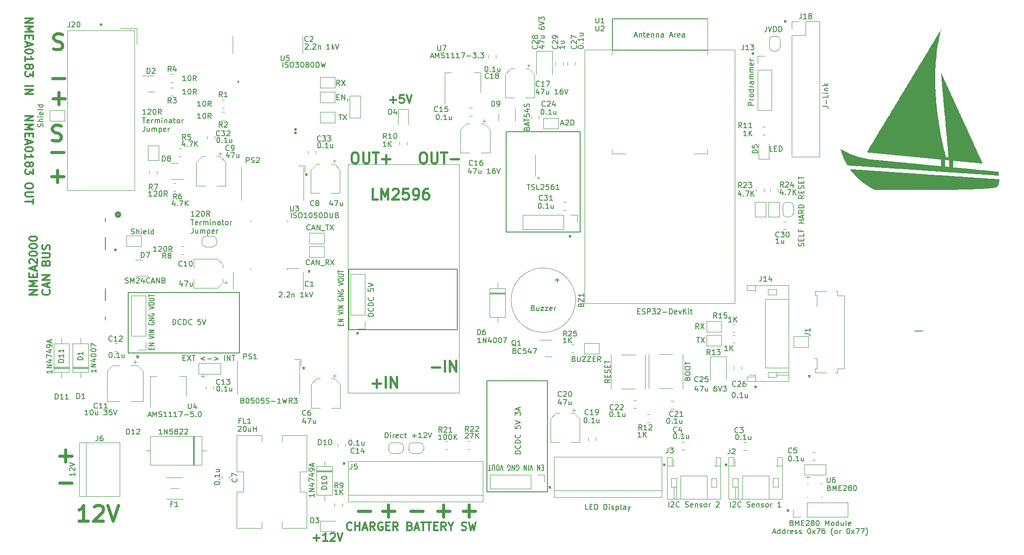
<source format=gbr>
%TF.GenerationSoftware,KiCad,Pcbnew,7.0.8*%
%TF.CreationDate,2023-11-15T18:30:51+02:00*%
%TF.ProjectId,CAN_DISPLAY,43414e5f-4449-4535-904c-41592e6b6963,rev?*%
%TF.SameCoordinates,Original*%
%TF.FileFunction,Legend,Top*%
%TF.FilePolarity,Positive*%
%FSLAX46Y46*%
G04 Gerber Fmt 4.6, Leading zero omitted, Abs format (unit mm)*
G04 Created by KiCad (PCBNEW 7.0.8) date 2023-11-15 18:30:51*
%MOMM*%
%LPD*%
G01*
G04 APERTURE LIST*
%ADD10C,0.150000*%
%ADD11C,0.200000*%
%ADD12C,0.600000*%
%ADD13C,0.300000*%
%ADD14C,0.100000*%
%ADD15C,0.400000*%
%ADD16C,0.120000*%
%ADD17C,0.152400*%
%ADD18C,0.508000*%
G04 APERTURE END LIST*
D10*
X69951600Y-103733600D02*
X90951600Y-103733600D01*
X90951600Y-115176600D01*
X69951600Y-115176600D01*
X69951600Y-103733600D01*
D11*
X141318000Y-73304000D02*
X155318000Y-73304000D01*
X155318000Y-92304000D01*
X141318000Y-92304000D01*
X141318000Y-73304000D01*
D10*
X218440000Y-111000000D02*
X219964000Y-110998000D01*
X111631604Y-99289499D02*
X132055439Y-99289499D01*
X132055439Y-110732499D01*
X111631604Y-110732499D01*
X111631604Y-99289499D01*
X137668000Y-120396000D02*
X149111000Y-120396000D01*
X149111000Y-141396000D01*
X137668000Y-141396000D01*
X137668000Y-120396000D01*
D12*
X133189021Y-145016800D02*
X135474736Y-145016800D01*
X134331878Y-146159657D02*
X134331878Y-143873942D01*
X55628747Y-63218310D02*
X57914462Y-63218310D01*
X62370450Y-146921657D02*
X60656164Y-146921657D01*
X61513307Y-146921657D02*
X61513307Y-143921657D01*
X61513307Y-143921657D02*
X61227593Y-144350228D01*
X61227593Y-144350228D02*
X60941878Y-144635942D01*
X60941878Y-144635942D02*
X60656164Y-144778800D01*
X63513307Y-144207371D02*
X63656164Y-144064514D01*
X63656164Y-144064514D02*
X63941879Y-143921657D01*
X63941879Y-143921657D02*
X64656164Y-143921657D01*
X64656164Y-143921657D02*
X64941879Y-144064514D01*
X64941879Y-144064514D02*
X65084736Y-144207371D01*
X65084736Y-144207371D02*
X65227593Y-144493085D01*
X65227593Y-144493085D02*
X65227593Y-144778800D01*
X65227593Y-144778800D02*
X65084736Y-145207371D01*
X65084736Y-145207371D02*
X63370450Y-146921657D01*
X63370450Y-146921657D02*
X65227593Y-146921657D01*
X66084736Y-143921657D02*
X67084736Y-146921657D01*
X67084736Y-146921657D02*
X68084736Y-143921657D01*
D10*
X67535636Y-95389819D02*
X67535636Y-95627914D01*
X67297541Y-95532676D02*
X67535636Y-95627914D01*
X67535636Y-95627914D02*
X67773731Y-95532676D01*
X67392779Y-95818390D02*
X67535636Y-95627914D01*
X67535636Y-95627914D02*
X67678493Y-95818390D01*
D13*
X50491171Y-51862510D02*
X51991171Y-51862510D01*
X51991171Y-51862510D02*
X50491171Y-52719653D01*
X50491171Y-52719653D02*
X51991171Y-52719653D01*
X50491171Y-53433939D02*
X51991171Y-53433939D01*
X51991171Y-53433939D02*
X50919742Y-53933939D01*
X50919742Y-53933939D02*
X51991171Y-54433939D01*
X51991171Y-54433939D02*
X50491171Y-54433939D01*
X51276885Y-55148225D02*
X51276885Y-55648225D01*
X50491171Y-55862511D02*
X50491171Y-55148225D01*
X50491171Y-55148225D02*
X51991171Y-55148225D01*
X51991171Y-55148225D02*
X51991171Y-55862511D01*
X50919742Y-56433940D02*
X50919742Y-57148226D01*
X50491171Y-56291083D02*
X51991171Y-56791083D01*
X51991171Y-56791083D02*
X50491171Y-57291083D01*
X51991171Y-58076797D02*
X51991171Y-58219654D01*
X51991171Y-58219654D02*
X51919742Y-58362511D01*
X51919742Y-58362511D02*
X51848314Y-58433940D01*
X51848314Y-58433940D02*
X51705457Y-58505368D01*
X51705457Y-58505368D02*
X51419742Y-58576797D01*
X51419742Y-58576797D02*
X51062600Y-58576797D01*
X51062600Y-58576797D02*
X50776885Y-58505368D01*
X50776885Y-58505368D02*
X50634028Y-58433940D01*
X50634028Y-58433940D02*
X50562600Y-58362511D01*
X50562600Y-58362511D02*
X50491171Y-58219654D01*
X50491171Y-58219654D02*
X50491171Y-58076797D01*
X50491171Y-58076797D02*
X50562600Y-57933940D01*
X50562600Y-57933940D02*
X50634028Y-57862511D01*
X50634028Y-57862511D02*
X50776885Y-57791082D01*
X50776885Y-57791082D02*
X51062600Y-57719654D01*
X51062600Y-57719654D02*
X51419742Y-57719654D01*
X51419742Y-57719654D02*
X51705457Y-57791082D01*
X51705457Y-57791082D02*
X51848314Y-57862511D01*
X51848314Y-57862511D02*
X51919742Y-57933940D01*
X51919742Y-57933940D02*
X51991171Y-58076797D01*
X50491171Y-60005368D02*
X50491171Y-59148225D01*
X50491171Y-59576796D02*
X51991171Y-59576796D01*
X51991171Y-59576796D02*
X51776885Y-59433939D01*
X51776885Y-59433939D02*
X51634028Y-59291082D01*
X51634028Y-59291082D02*
X51562600Y-59148225D01*
X51348314Y-60862510D02*
X51419742Y-60719653D01*
X51419742Y-60719653D02*
X51491171Y-60648224D01*
X51491171Y-60648224D02*
X51634028Y-60576796D01*
X51634028Y-60576796D02*
X51705457Y-60576796D01*
X51705457Y-60576796D02*
X51848314Y-60648224D01*
X51848314Y-60648224D02*
X51919742Y-60719653D01*
X51919742Y-60719653D02*
X51991171Y-60862510D01*
X51991171Y-60862510D02*
X51991171Y-61148224D01*
X51991171Y-61148224D02*
X51919742Y-61291082D01*
X51919742Y-61291082D02*
X51848314Y-61362510D01*
X51848314Y-61362510D02*
X51705457Y-61433939D01*
X51705457Y-61433939D02*
X51634028Y-61433939D01*
X51634028Y-61433939D02*
X51491171Y-61362510D01*
X51491171Y-61362510D02*
X51419742Y-61291082D01*
X51419742Y-61291082D02*
X51348314Y-61148224D01*
X51348314Y-61148224D02*
X51348314Y-60862510D01*
X51348314Y-60862510D02*
X51276885Y-60719653D01*
X51276885Y-60719653D02*
X51205457Y-60648224D01*
X51205457Y-60648224D02*
X51062600Y-60576796D01*
X51062600Y-60576796D02*
X50776885Y-60576796D01*
X50776885Y-60576796D02*
X50634028Y-60648224D01*
X50634028Y-60648224D02*
X50562600Y-60719653D01*
X50562600Y-60719653D02*
X50491171Y-60862510D01*
X50491171Y-60862510D02*
X50491171Y-61148224D01*
X50491171Y-61148224D02*
X50562600Y-61291082D01*
X50562600Y-61291082D02*
X50634028Y-61362510D01*
X50634028Y-61362510D02*
X50776885Y-61433939D01*
X50776885Y-61433939D02*
X51062600Y-61433939D01*
X51062600Y-61433939D02*
X51205457Y-61362510D01*
X51205457Y-61362510D02*
X51276885Y-61291082D01*
X51276885Y-61291082D02*
X51348314Y-61148224D01*
X51991171Y-61933938D02*
X51991171Y-62862510D01*
X51991171Y-62862510D02*
X51419742Y-62362510D01*
X51419742Y-62362510D02*
X51419742Y-62576795D01*
X51419742Y-62576795D02*
X51348314Y-62719653D01*
X51348314Y-62719653D02*
X51276885Y-62791081D01*
X51276885Y-62791081D02*
X51134028Y-62862510D01*
X51134028Y-62862510D02*
X50776885Y-62862510D01*
X50776885Y-62862510D02*
X50634028Y-62791081D01*
X50634028Y-62791081D02*
X50562600Y-62719653D01*
X50562600Y-62719653D02*
X50491171Y-62576795D01*
X50491171Y-62576795D02*
X50491171Y-62148224D01*
X50491171Y-62148224D02*
X50562600Y-62005367D01*
X50562600Y-62005367D02*
X50634028Y-61933938D01*
X50491171Y-64648223D02*
X51991171Y-64648223D01*
X50491171Y-65362509D02*
X51991171Y-65362509D01*
X51991171Y-65362509D02*
X50491171Y-66219652D01*
X50491171Y-66219652D02*
X51991171Y-66219652D01*
X50491171Y-70362509D02*
X51991171Y-70362509D01*
X51991171Y-70362509D02*
X50491171Y-71219652D01*
X50491171Y-71219652D02*
X51991171Y-71219652D01*
X50491171Y-71933938D02*
X51991171Y-71933938D01*
X51991171Y-71933938D02*
X50919742Y-72433938D01*
X50919742Y-72433938D02*
X51991171Y-72933938D01*
X51991171Y-72933938D02*
X50491171Y-72933938D01*
X51276885Y-73648224D02*
X51276885Y-74148224D01*
X50491171Y-74362510D02*
X50491171Y-73648224D01*
X50491171Y-73648224D02*
X51991171Y-73648224D01*
X51991171Y-73648224D02*
X51991171Y-74362510D01*
X50919742Y-74933939D02*
X50919742Y-75648225D01*
X50491171Y-74791082D02*
X51991171Y-75291082D01*
X51991171Y-75291082D02*
X50491171Y-75791082D01*
X51991171Y-76576796D02*
X51991171Y-76719653D01*
X51991171Y-76719653D02*
X51919742Y-76862510D01*
X51919742Y-76862510D02*
X51848314Y-76933939D01*
X51848314Y-76933939D02*
X51705457Y-77005367D01*
X51705457Y-77005367D02*
X51419742Y-77076796D01*
X51419742Y-77076796D02*
X51062600Y-77076796D01*
X51062600Y-77076796D02*
X50776885Y-77005367D01*
X50776885Y-77005367D02*
X50634028Y-76933939D01*
X50634028Y-76933939D02*
X50562600Y-76862510D01*
X50562600Y-76862510D02*
X50491171Y-76719653D01*
X50491171Y-76719653D02*
X50491171Y-76576796D01*
X50491171Y-76576796D02*
X50562600Y-76433939D01*
X50562600Y-76433939D02*
X50634028Y-76362510D01*
X50634028Y-76362510D02*
X50776885Y-76291081D01*
X50776885Y-76291081D02*
X51062600Y-76219653D01*
X51062600Y-76219653D02*
X51419742Y-76219653D01*
X51419742Y-76219653D02*
X51705457Y-76291081D01*
X51705457Y-76291081D02*
X51848314Y-76362510D01*
X51848314Y-76362510D02*
X51919742Y-76433939D01*
X51919742Y-76433939D02*
X51991171Y-76576796D01*
X50491171Y-78505367D02*
X50491171Y-77648224D01*
X50491171Y-78076795D02*
X51991171Y-78076795D01*
X51991171Y-78076795D02*
X51776885Y-77933938D01*
X51776885Y-77933938D02*
X51634028Y-77791081D01*
X51634028Y-77791081D02*
X51562600Y-77648224D01*
X51348314Y-79362509D02*
X51419742Y-79219652D01*
X51419742Y-79219652D02*
X51491171Y-79148223D01*
X51491171Y-79148223D02*
X51634028Y-79076795D01*
X51634028Y-79076795D02*
X51705457Y-79076795D01*
X51705457Y-79076795D02*
X51848314Y-79148223D01*
X51848314Y-79148223D02*
X51919742Y-79219652D01*
X51919742Y-79219652D02*
X51991171Y-79362509D01*
X51991171Y-79362509D02*
X51991171Y-79648223D01*
X51991171Y-79648223D02*
X51919742Y-79791081D01*
X51919742Y-79791081D02*
X51848314Y-79862509D01*
X51848314Y-79862509D02*
X51705457Y-79933938D01*
X51705457Y-79933938D02*
X51634028Y-79933938D01*
X51634028Y-79933938D02*
X51491171Y-79862509D01*
X51491171Y-79862509D02*
X51419742Y-79791081D01*
X51419742Y-79791081D02*
X51348314Y-79648223D01*
X51348314Y-79648223D02*
X51348314Y-79362509D01*
X51348314Y-79362509D02*
X51276885Y-79219652D01*
X51276885Y-79219652D02*
X51205457Y-79148223D01*
X51205457Y-79148223D02*
X51062600Y-79076795D01*
X51062600Y-79076795D02*
X50776885Y-79076795D01*
X50776885Y-79076795D02*
X50634028Y-79148223D01*
X50634028Y-79148223D02*
X50562600Y-79219652D01*
X50562600Y-79219652D02*
X50491171Y-79362509D01*
X50491171Y-79362509D02*
X50491171Y-79648223D01*
X50491171Y-79648223D02*
X50562600Y-79791081D01*
X50562600Y-79791081D02*
X50634028Y-79862509D01*
X50634028Y-79862509D02*
X50776885Y-79933938D01*
X50776885Y-79933938D02*
X51062600Y-79933938D01*
X51062600Y-79933938D02*
X51205457Y-79862509D01*
X51205457Y-79862509D02*
X51276885Y-79791081D01*
X51276885Y-79791081D02*
X51348314Y-79648223D01*
X51991171Y-80433937D02*
X51991171Y-81362509D01*
X51991171Y-81362509D02*
X51419742Y-80862509D01*
X51419742Y-80862509D02*
X51419742Y-81076794D01*
X51419742Y-81076794D02*
X51348314Y-81219652D01*
X51348314Y-81219652D02*
X51276885Y-81291080D01*
X51276885Y-81291080D02*
X51134028Y-81362509D01*
X51134028Y-81362509D02*
X50776885Y-81362509D01*
X50776885Y-81362509D02*
X50634028Y-81291080D01*
X50634028Y-81291080D02*
X50562600Y-81219652D01*
X50562600Y-81219652D02*
X50491171Y-81076794D01*
X50491171Y-81076794D02*
X50491171Y-80648223D01*
X50491171Y-80648223D02*
X50562600Y-80505366D01*
X50562600Y-80505366D02*
X50634028Y-80433937D01*
X51991171Y-83433937D02*
X51991171Y-83719651D01*
X51991171Y-83719651D02*
X51919742Y-83862508D01*
X51919742Y-83862508D02*
X51776885Y-84005365D01*
X51776885Y-84005365D02*
X51491171Y-84076794D01*
X51491171Y-84076794D02*
X50991171Y-84076794D01*
X50991171Y-84076794D02*
X50705457Y-84005365D01*
X50705457Y-84005365D02*
X50562600Y-83862508D01*
X50562600Y-83862508D02*
X50491171Y-83719651D01*
X50491171Y-83719651D02*
X50491171Y-83433937D01*
X50491171Y-83433937D02*
X50562600Y-83291080D01*
X50562600Y-83291080D02*
X50705457Y-83148222D01*
X50705457Y-83148222D02*
X50991171Y-83076794D01*
X50991171Y-83076794D02*
X51491171Y-83076794D01*
X51491171Y-83076794D02*
X51776885Y-83148222D01*
X51776885Y-83148222D02*
X51919742Y-83291080D01*
X51919742Y-83291080D02*
X51991171Y-83433937D01*
X51991171Y-84719651D02*
X50776885Y-84719651D01*
X50776885Y-84719651D02*
X50634028Y-84791080D01*
X50634028Y-84791080D02*
X50562600Y-84862509D01*
X50562600Y-84862509D02*
X50491171Y-85005366D01*
X50491171Y-85005366D02*
X50491171Y-85291080D01*
X50491171Y-85291080D02*
X50562600Y-85433937D01*
X50562600Y-85433937D02*
X50634028Y-85505366D01*
X50634028Y-85505366D02*
X50776885Y-85576794D01*
X50776885Y-85576794D02*
X51991171Y-85576794D01*
X51991171Y-86076795D02*
X51991171Y-86933938D01*
X50491171Y-86505366D02*
X51991171Y-86505366D01*
D12*
X56989021Y-134602800D02*
X59274736Y-134602800D01*
X58131878Y-135745657D02*
X58131878Y-133459942D01*
D13*
X112155653Y-148501971D02*
X112084225Y-148573400D01*
X112084225Y-148573400D02*
X111869939Y-148644828D01*
X111869939Y-148644828D02*
X111727082Y-148644828D01*
X111727082Y-148644828D02*
X111512796Y-148573400D01*
X111512796Y-148573400D02*
X111369939Y-148430542D01*
X111369939Y-148430542D02*
X111298510Y-148287685D01*
X111298510Y-148287685D02*
X111227082Y-148001971D01*
X111227082Y-148001971D02*
X111227082Y-147787685D01*
X111227082Y-147787685D02*
X111298510Y-147501971D01*
X111298510Y-147501971D02*
X111369939Y-147359114D01*
X111369939Y-147359114D02*
X111512796Y-147216257D01*
X111512796Y-147216257D02*
X111727082Y-147144828D01*
X111727082Y-147144828D02*
X111869939Y-147144828D01*
X111869939Y-147144828D02*
X112084225Y-147216257D01*
X112084225Y-147216257D02*
X112155653Y-147287685D01*
X112798510Y-148644828D02*
X112798510Y-147144828D01*
X112798510Y-147859114D02*
X113655653Y-147859114D01*
X113655653Y-148644828D02*
X113655653Y-147144828D01*
X114298511Y-148216257D02*
X115012797Y-148216257D01*
X114155654Y-148644828D02*
X114655654Y-147144828D01*
X114655654Y-147144828D02*
X115155654Y-148644828D01*
X116512796Y-148644828D02*
X116012796Y-147930542D01*
X115655653Y-148644828D02*
X115655653Y-147144828D01*
X115655653Y-147144828D02*
X116227082Y-147144828D01*
X116227082Y-147144828D02*
X116369939Y-147216257D01*
X116369939Y-147216257D02*
X116441368Y-147287685D01*
X116441368Y-147287685D02*
X116512796Y-147430542D01*
X116512796Y-147430542D02*
X116512796Y-147644828D01*
X116512796Y-147644828D02*
X116441368Y-147787685D01*
X116441368Y-147787685D02*
X116369939Y-147859114D01*
X116369939Y-147859114D02*
X116227082Y-147930542D01*
X116227082Y-147930542D02*
X115655653Y-147930542D01*
X117941368Y-147216257D02*
X117798511Y-147144828D01*
X117798511Y-147144828D02*
X117584225Y-147144828D01*
X117584225Y-147144828D02*
X117369939Y-147216257D01*
X117369939Y-147216257D02*
X117227082Y-147359114D01*
X117227082Y-147359114D02*
X117155653Y-147501971D01*
X117155653Y-147501971D02*
X117084225Y-147787685D01*
X117084225Y-147787685D02*
X117084225Y-148001971D01*
X117084225Y-148001971D02*
X117155653Y-148287685D01*
X117155653Y-148287685D02*
X117227082Y-148430542D01*
X117227082Y-148430542D02*
X117369939Y-148573400D01*
X117369939Y-148573400D02*
X117584225Y-148644828D01*
X117584225Y-148644828D02*
X117727082Y-148644828D01*
X117727082Y-148644828D02*
X117941368Y-148573400D01*
X117941368Y-148573400D02*
X118012796Y-148501971D01*
X118012796Y-148501971D02*
X118012796Y-148001971D01*
X118012796Y-148001971D02*
X117727082Y-148001971D01*
X118655653Y-147859114D02*
X119155653Y-147859114D01*
X119369939Y-148644828D02*
X118655653Y-148644828D01*
X118655653Y-148644828D02*
X118655653Y-147144828D01*
X118655653Y-147144828D02*
X119369939Y-147144828D01*
X120869939Y-148644828D02*
X120369939Y-147930542D01*
X120012796Y-148644828D02*
X120012796Y-147144828D01*
X120012796Y-147144828D02*
X120584225Y-147144828D01*
X120584225Y-147144828D02*
X120727082Y-147216257D01*
X120727082Y-147216257D02*
X120798511Y-147287685D01*
X120798511Y-147287685D02*
X120869939Y-147430542D01*
X120869939Y-147430542D02*
X120869939Y-147644828D01*
X120869939Y-147644828D02*
X120798511Y-147787685D01*
X120798511Y-147787685D02*
X120727082Y-147859114D01*
X120727082Y-147859114D02*
X120584225Y-147930542D01*
X120584225Y-147930542D02*
X120012796Y-147930542D01*
X123155653Y-147859114D02*
X123369939Y-147930542D01*
X123369939Y-147930542D02*
X123441368Y-148001971D01*
X123441368Y-148001971D02*
X123512796Y-148144828D01*
X123512796Y-148144828D02*
X123512796Y-148359114D01*
X123512796Y-148359114D02*
X123441368Y-148501971D01*
X123441368Y-148501971D02*
X123369939Y-148573400D01*
X123369939Y-148573400D02*
X123227082Y-148644828D01*
X123227082Y-148644828D02*
X122655653Y-148644828D01*
X122655653Y-148644828D02*
X122655653Y-147144828D01*
X122655653Y-147144828D02*
X123155653Y-147144828D01*
X123155653Y-147144828D02*
X123298511Y-147216257D01*
X123298511Y-147216257D02*
X123369939Y-147287685D01*
X123369939Y-147287685D02*
X123441368Y-147430542D01*
X123441368Y-147430542D02*
X123441368Y-147573400D01*
X123441368Y-147573400D02*
X123369939Y-147716257D01*
X123369939Y-147716257D02*
X123298511Y-147787685D01*
X123298511Y-147787685D02*
X123155653Y-147859114D01*
X123155653Y-147859114D02*
X122655653Y-147859114D01*
X124084225Y-148216257D02*
X124798511Y-148216257D01*
X123941368Y-148644828D02*
X124441368Y-147144828D01*
X124441368Y-147144828D02*
X124941368Y-148644828D01*
X125227082Y-147144828D02*
X126084225Y-147144828D01*
X125655653Y-148644828D02*
X125655653Y-147144828D01*
X126369939Y-147144828D02*
X127227082Y-147144828D01*
X126798510Y-148644828D02*
X126798510Y-147144828D01*
X127727081Y-147859114D02*
X128227081Y-147859114D01*
X128441367Y-148644828D02*
X127727081Y-148644828D01*
X127727081Y-148644828D02*
X127727081Y-147144828D01*
X127727081Y-147144828D02*
X128441367Y-147144828D01*
X129941367Y-148644828D02*
X129441367Y-147930542D01*
X129084224Y-148644828D02*
X129084224Y-147144828D01*
X129084224Y-147144828D02*
X129655653Y-147144828D01*
X129655653Y-147144828D02*
X129798510Y-147216257D01*
X129798510Y-147216257D02*
X129869939Y-147287685D01*
X129869939Y-147287685D02*
X129941367Y-147430542D01*
X129941367Y-147430542D02*
X129941367Y-147644828D01*
X129941367Y-147644828D02*
X129869939Y-147787685D01*
X129869939Y-147787685D02*
X129798510Y-147859114D01*
X129798510Y-147859114D02*
X129655653Y-147930542D01*
X129655653Y-147930542D02*
X129084224Y-147930542D01*
X130869939Y-147930542D02*
X130869939Y-148644828D01*
X130369939Y-147144828D02*
X130869939Y-147930542D01*
X130869939Y-147930542D02*
X131369939Y-147144828D01*
X132941367Y-148573400D02*
X133155653Y-148644828D01*
X133155653Y-148644828D02*
X133512795Y-148644828D01*
X133512795Y-148644828D02*
X133655653Y-148573400D01*
X133655653Y-148573400D02*
X133727081Y-148501971D01*
X133727081Y-148501971D02*
X133798510Y-148359114D01*
X133798510Y-148359114D02*
X133798510Y-148216257D01*
X133798510Y-148216257D02*
X133727081Y-148073400D01*
X133727081Y-148073400D02*
X133655653Y-148001971D01*
X133655653Y-148001971D02*
X133512795Y-147930542D01*
X133512795Y-147930542D02*
X133227081Y-147859114D01*
X133227081Y-147859114D02*
X133084224Y-147787685D01*
X133084224Y-147787685D02*
X133012795Y-147716257D01*
X133012795Y-147716257D02*
X132941367Y-147573400D01*
X132941367Y-147573400D02*
X132941367Y-147430542D01*
X132941367Y-147430542D02*
X133012795Y-147287685D01*
X133012795Y-147287685D02*
X133084224Y-147216257D01*
X133084224Y-147216257D02*
X133227081Y-147144828D01*
X133227081Y-147144828D02*
X133584224Y-147144828D01*
X133584224Y-147144828D02*
X133798510Y-147216257D01*
X134298509Y-147144828D02*
X134655652Y-148644828D01*
X134655652Y-148644828D02*
X134941366Y-147573400D01*
X134941366Y-147573400D02*
X135227081Y-148644828D01*
X135227081Y-148644828D02*
X135584224Y-147144828D01*
D10*
X182851636Y-136029819D02*
X182851636Y-136267914D01*
X182613541Y-136172676D02*
X182851636Y-136267914D01*
X182851636Y-136267914D02*
X183089731Y-136172676D01*
X182708779Y-136458390D02*
X182851636Y-136267914D01*
X182851636Y-136267914D02*
X182994493Y-136458390D01*
X153387636Y-92849819D02*
X153387636Y-93087914D01*
X153149541Y-92992676D02*
X153387636Y-93087914D01*
X153387636Y-93087914D02*
X153625731Y-92992676D01*
X153244779Y-93278390D02*
X153387636Y-93087914D01*
X153387636Y-93087914D02*
X153530493Y-93278390D01*
D12*
X55719021Y-67038800D02*
X58004736Y-67038800D01*
X56861878Y-68181657D02*
X56861878Y-65895942D01*
D10*
X104111636Y-99453819D02*
X104111636Y-99691914D01*
X103873541Y-99596676D02*
X104111636Y-99691914D01*
X104111636Y-99691914D02*
X104349731Y-99596676D01*
X103968779Y-99882390D02*
X104111636Y-99691914D01*
X104111636Y-99691914D02*
X104254493Y-99882390D01*
X188439636Y-121297819D02*
X188439636Y-121535914D01*
X188201541Y-121440676D02*
X188439636Y-121535914D01*
X188439636Y-121535914D02*
X188677731Y-121440676D01*
X188296779Y-121726390D02*
X188439636Y-121535914D01*
X188439636Y-121535914D02*
X188582493Y-121726390D01*
X64828783Y-52818302D02*
X64828783Y-53056397D01*
X64590688Y-52961159D02*
X64828783Y-53056397D01*
X64828783Y-53056397D02*
X65066878Y-52961159D01*
X64685926Y-53246873D02*
X64828783Y-53056397D01*
X64828783Y-53056397D02*
X64971640Y-53246873D01*
X198599636Y-119265819D02*
X198599636Y-119503914D01*
X198361541Y-119408676D02*
X198599636Y-119503914D01*
X198599636Y-119503914D02*
X198837731Y-119408676D01*
X198456779Y-119694390D02*
X198599636Y-119503914D01*
X198599636Y-119503914D02*
X198742493Y-119694390D01*
D11*
X118479673Y-131185219D02*
X118479673Y-130185219D01*
X118479673Y-130185219D02*
X118717768Y-130185219D01*
X118717768Y-130185219D02*
X118860625Y-130232838D01*
X118860625Y-130232838D02*
X118955863Y-130328076D01*
X118955863Y-130328076D02*
X119003482Y-130423314D01*
X119003482Y-130423314D02*
X119051101Y-130613790D01*
X119051101Y-130613790D02*
X119051101Y-130756647D01*
X119051101Y-130756647D02*
X119003482Y-130947123D01*
X119003482Y-130947123D02*
X118955863Y-131042361D01*
X118955863Y-131042361D02*
X118860625Y-131137600D01*
X118860625Y-131137600D02*
X118717768Y-131185219D01*
X118717768Y-131185219D02*
X118479673Y-131185219D01*
X119479673Y-131185219D02*
X119479673Y-130518552D01*
X119479673Y-130185219D02*
X119432054Y-130232838D01*
X119432054Y-130232838D02*
X119479673Y-130280457D01*
X119479673Y-130280457D02*
X119527292Y-130232838D01*
X119527292Y-130232838D02*
X119479673Y-130185219D01*
X119479673Y-130185219D02*
X119479673Y-130280457D01*
X119955863Y-131185219D02*
X119955863Y-130518552D01*
X119955863Y-130709028D02*
X120003482Y-130613790D01*
X120003482Y-130613790D02*
X120051101Y-130566171D01*
X120051101Y-130566171D02*
X120146339Y-130518552D01*
X120146339Y-130518552D02*
X120241577Y-130518552D01*
X120955863Y-131137600D02*
X120860625Y-131185219D01*
X120860625Y-131185219D02*
X120670149Y-131185219D01*
X120670149Y-131185219D02*
X120574911Y-131137600D01*
X120574911Y-131137600D02*
X120527292Y-131042361D01*
X120527292Y-131042361D02*
X120527292Y-130661409D01*
X120527292Y-130661409D02*
X120574911Y-130566171D01*
X120574911Y-130566171D02*
X120670149Y-130518552D01*
X120670149Y-130518552D02*
X120860625Y-130518552D01*
X120860625Y-130518552D02*
X120955863Y-130566171D01*
X120955863Y-130566171D02*
X121003482Y-130661409D01*
X121003482Y-130661409D02*
X121003482Y-130756647D01*
X121003482Y-130756647D02*
X120527292Y-130851885D01*
X121860625Y-131137600D02*
X121765387Y-131185219D01*
X121765387Y-131185219D02*
X121574911Y-131185219D01*
X121574911Y-131185219D02*
X121479673Y-131137600D01*
X121479673Y-131137600D02*
X121432054Y-131089980D01*
X121432054Y-131089980D02*
X121384435Y-130994742D01*
X121384435Y-130994742D02*
X121384435Y-130709028D01*
X121384435Y-130709028D02*
X121432054Y-130613790D01*
X121432054Y-130613790D02*
X121479673Y-130566171D01*
X121479673Y-130566171D02*
X121574911Y-130518552D01*
X121574911Y-130518552D02*
X121765387Y-130518552D01*
X121765387Y-130518552D02*
X121860625Y-130566171D01*
X122146340Y-130518552D02*
X122527292Y-130518552D01*
X122289197Y-130185219D02*
X122289197Y-131042361D01*
X122289197Y-131042361D02*
X122336816Y-131137600D01*
X122336816Y-131137600D02*
X122432054Y-131185219D01*
X122432054Y-131185219D02*
X122527292Y-131185219D01*
X123622531Y-130804266D02*
X124384436Y-130804266D01*
X124003483Y-131185219D02*
X124003483Y-130423314D01*
X125384435Y-131185219D02*
X124813007Y-131185219D01*
X125098721Y-131185219D02*
X125098721Y-130185219D01*
X125098721Y-130185219D02*
X125003483Y-130328076D01*
X125003483Y-130328076D02*
X124908245Y-130423314D01*
X124908245Y-130423314D02*
X124813007Y-130470933D01*
X125765388Y-130280457D02*
X125813007Y-130232838D01*
X125813007Y-130232838D02*
X125908245Y-130185219D01*
X125908245Y-130185219D02*
X126146340Y-130185219D01*
X126146340Y-130185219D02*
X126241578Y-130232838D01*
X126241578Y-130232838D02*
X126289197Y-130280457D01*
X126289197Y-130280457D02*
X126336816Y-130375695D01*
X126336816Y-130375695D02*
X126336816Y-130470933D01*
X126336816Y-130470933D02*
X126289197Y-130613790D01*
X126289197Y-130613790D02*
X125717769Y-131185219D01*
X125717769Y-131185219D02*
X126336816Y-131185219D01*
X126622531Y-130185219D02*
X126955864Y-131185219D01*
X126955864Y-131185219D02*
X127289197Y-130185219D01*
D10*
X187931636Y-58305819D02*
X187931636Y-58543914D01*
X187693541Y-58448676D02*
X187931636Y-58543914D01*
X187931636Y-58543914D02*
X188169731Y-58448676D01*
X187788779Y-58734390D02*
X187931636Y-58543914D01*
X187931636Y-58543914D02*
X188074493Y-58734390D01*
X194535636Y-144665819D02*
X194535636Y-144903914D01*
X194297541Y-144808676D02*
X194535636Y-144903914D01*
X194535636Y-144903914D02*
X194773731Y-144808676D01*
X194392779Y-145094390D02*
X194535636Y-144903914D01*
X194535636Y-144903914D02*
X194678493Y-145094390D01*
D12*
X55576164Y-74896800D02*
X56004736Y-75039657D01*
X56004736Y-75039657D02*
X56719021Y-75039657D01*
X56719021Y-75039657D02*
X57004736Y-74896800D01*
X57004736Y-74896800D02*
X57147593Y-74753942D01*
X57147593Y-74753942D02*
X57290450Y-74468228D01*
X57290450Y-74468228D02*
X57290450Y-74182514D01*
X57290450Y-74182514D02*
X57147593Y-73896800D01*
X57147593Y-73896800D02*
X57004736Y-73753942D01*
X57004736Y-73753942D02*
X56719021Y-73611085D01*
X56719021Y-73611085D02*
X56147593Y-73468228D01*
X56147593Y-73468228D02*
X55861878Y-73325371D01*
X55861878Y-73325371D02*
X55719021Y-73182514D01*
X55719021Y-73182514D02*
X55576164Y-72896800D01*
X55576164Y-72896800D02*
X55576164Y-72611085D01*
X55576164Y-72611085D02*
X55719021Y-72325371D01*
X55719021Y-72325371D02*
X55861878Y-72182514D01*
X55861878Y-72182514D02*
X56147593Y-72039657D01*
X56147593Y-72039657D02*
X56861878Y-72039657D01*
X56861878Y-72039657D02*
X57290450Y-72182514D01*
X128363021Y-145016800D02*
X130648736Y-145016800D01*
X129505878Y-146159657D02*
X129505878Y-143873942D01*
D10*
X110090009Y-109946839D02*
X110090009Y-109680173D01*
X110613819Y-109565887D02*
X110613819Y-109946839D01*
X110613819Y-109946839D02*
X109613819Y-109946839D01*
X109613819Y-109946839D02*
X109613819Y-109565887D01*
X110613819Y-109223029D02*
X109613819Y-109223029D01*
X109613819Y-109223029D02*
X110613819Y-108765886D01*
X110613819Y-108765886D02*
X109613819Y-108765886D01*
X109613819Y-107889696D02*
X110613819Y-107623029D01*
X110613819Y-107623029D02*
X109613819Y-107356363D01*
X110613819Y-107089696D02*
X109613819Y-107089696D01*
X110613819Y-106708744D02*
X109613819Y-106708744D01*
X109613819Y-106708744D02*
X110613819Y-106251601D01*
X110613819Y-106251601D02*
X109613819Y-106251601D01*
X109661438Y-104842078D02*
X109613819Y-104918268D01*
X109613819Y-104918268D02*
X109613819Y-105032554D01*
X109613819Y-105032554D02*
X109661438Y-105146840D01*
X109661438Y-105146840D02*
X109756676Y-105223030D01*
X109756676Y-105223030D02*
X109851914Y-105261125D01*
X109851914Y-105261125D02*
X110042390Y-105299221D01*
X110042390Y-105299221D02*
X110185247Y-105299221D01*
X110185247Y-105299221D02*
X110375723Y-105261125D01*
X110375723Y-105261125D02*
X110470961Y-105223030D01*
X110470961Y-105223030D02*
X110566200Y-105146840D01*
X110566200Y-105146840D02*
X110613819Y-105032554D01*
X110613819Y-105032554D02*
X110613819Y-104956363D01*
X110613819Y-104956363D02*
X110566200Y-104842078D01*
X110566200Y-104842078D02*
X110518580Y-104803982D01*
X110518580Y-104803982D02*
X110185247Y-104803982D01*
X110185247Y-104803982D02*
X110185247Y-104956363D01*
X110613819Y-104461125D02*
X109613819Y-104461125D01*
X109613819Y-104461125D02*
X110613819Y-104003982D01*
X110613819Y-104003982D02*
X109613819Y-104003982D01*
X109661438Y-103203983D02*
X109613819Y-103280173D01*
X109613819Y-103280173D02*
X109613819Y-103394459D01*
X109613819Y-103394459D02*
X109661438Y-103508745D01*
X109661438Y-103508745D02*
X109756676Y-103584935D01*
X109756676Y-103584935D02*
X109851914Y-103623030D01*
X109851914Y-103623030D02*
X110042390Y-103661126D01*
X110042390Y-103661126D02*
X110185247Y-103661126D01*
X110185247Y-103661126D02*
X110375723Y-103623030D01*
X110375723Y-103623030D02*
X110470961Y-103584935D01*
X110470961Y-103584935D02*
X110566200Y-103508745D01*
X110566200Y-103508745D02*
X110613819Y-103394459D01*
X110613819Y-103394459D02*
X110613819Y-103318268D01*
X110613819Y-103318268D02*
X110566200Y-103203983D01*
X110566200Y-103203983D02*
X110518580Y-103165887D01*
X110518580Y-103165887D02*
X110185247Y-103165887D01*
X110185247Y-103165887D02*
X110185247Y-103318268D01*
X109613819Y-102327792D02*
X110613819Y-102061125D01*
X110613819Y-102061125D02*
X109613819Y-101794459D01*
X109613819Y-101375411D02*
X109613819Y-101223030D01*
X109613819Y-101223030D02*
X109661438Y-101146840D01*
X109661438Y-101146840D02*
X109756676Y-101070649D01*
X109756676Y-101070649D02*
X109947152Y-101032554D01*
X109947152Y-101032554D02*
X110280485Y-101032554D01*
X110280485Y-101032554D02*
X110470961Y-101070649D01*
X110470961Y-101070649D02*
X110566200Y-101146840D01*
X110566200Y-101146840D02*
X110613819Y-101223030D01*
X110613819Y-101223030D02*
X110613819Y-101375411D01*
X110613819Y-101375411D02*
X110566200Y-101451602D01*
X110566200Y-101451602D02*
X110470961Y-101527792D01*
X110470961Y-101527792D02*
X110280485Y-101565888D01*
X110280485Y-101565888D02*
X109947152Y-101565888D01*
X109947152Y-101565888D02*
X109756676Y-101527792D01*
X109756676Y-101527792D02*
X109661438Y-101451602D01*
X109661438Y-101451602D02*
X109613819Y-101375411D01*
X109613819Y-100689697D02*
X110423342Y-100689697D01*
X110423342Y-100689697D02*
X110518580Y-100651602D01*
X110518580Y-100651602D02*
X110566200Y-100613507D01*
X110566200Y-100613507D02*
X110613819Y-100537316D01*
X110613819Y-100537316D02*
X110613819Y-100384935D01*
X110613819Y-100384935D02*
X110566200Y-100308745D01*
X110566200Y-100308745D02*
X110518580Y-100270650D01*
X110518580Y-100270650D02*
X110423342Y-100232554D01*
X110423342Y-100232554D02*
X109613819Y-100232554D01*
X109613819Y-99965888D02*
X109613819Y-99508745D01*
X110613819Y-99737317D02*
X109613819Y-99737317D01*
D12*
X113377021Y-145016800D02*
X115662736Y-145016800D01*
X55465021Y-77198800D02*
X57750736Y-77198800D01*
D10*
X148390039Y-136817590D02*
X148123373Y-136817590D01*
X148009087Y-136293780D02*
X148390039Y-136293780D01*
X148390039Y-136293780D02*
X148390039Y-137293780D01*
X148390039Y-137293780D02*
X148009087Y-137293780D01*
X147666229Y-136293780D02*
X147666229Y-137293780D01*
X147666229Y-137293780D02*
X147209086Y-136293780D01*
X147209086Y-136293780D02*
X147209086Y-137293780D01*
X146332896Y-137293780D02*
X146066229Y-136293780D01*
X146066229Y-136293780D02*
X145799563Y-137293780D01*
X145532896Y-136293780D02*
X145532896Y-137293780D01*
X145151944Y-136293780D02*
X145151944Y-137293780D01*
X145151944Y-137293780D02*
X144694801Y-136293780D01*
X144694801Y-136293780D02*
X144694801Y-137293780D01*
X143285278Y-137246161D02*
X143361468Y-137293780D01*
X143361468Y-137293780D02*
X143475754Y-137293780D01*
X143475754Y-137293780D02*
X143590040Y-137246161D01*
X143590040Y-137246161D02*
X143666230Y-137150923D01*
X143666230Y-137150923D02*
X143704325Y-137055685D01*
X143704325Y-137055685D02*
X143742421Y-136865209D01*
X143742421Y-136865209D02*
X143742421Y-136722352D01*
X143742421Y-136722352D02*
X143704325Y-136531876D01*
X143704325Y-136531876D02*
X143666230Y-136436638D01*
X143666230Y-136436638D02*
X143590040Y-136341400D01*
X143590040Y-136341400D02*
X143475754Y-136293780D01*
X143475754Y-136293780D02*
X143399563Y-136293780D01*
X143399563Y-136293780D02*
X143285278Y-136341400D01*
X143285278Y-136341400D02*
X143247182Y-136389019D01*
X143247182Y-136389019D02*
X143247182Y-136722352D01*
X143247182Y-136722352D02*
X143399563Y-136722352D01*
X142904325Y-136293780D02*
X142904325Y-137293780D01*
X142904325Y-137293780D02*
X142447182Y-136293780D01*
X142447182Y-136293780D02*
X142447182Y-137293780D01*
X141647183Y-137246161D02*
X141723373Y-137293780D01*
X141723373Y-137293780D02*
X141837659Y-137293780D01*
X141837659Y-137293780D02*
X141951945Y-137246161D01*
X141951945Y-137246161D02*
X142028135Y-137150923D01*
X142028135Y-137150923D02*
X142066230Y-137055685D01*
X142066230Y-137055685D02*
X142104326Y-136865209D01*
X142104326Y-136865209D02*
X142104326Y-136722352D01*
X142104326Y-136722352D02*
X142066230Y-136531876D01*
X142066230Y-136531876D02*
X142028135Y-136436638D01*
X142028135Y-136436638D02*
X141951945Y-136341400D01*
X141951945Y-136341400D02*
X141837659Y-136293780D01*
X141837659Y-136293780D02*
X141761468Y-136293780D01*
X141761468Y-136293780D02*
X141647183Y-136341400D01*
X141647183Y-136341400D02*
X141609087Y-136389019D01*
X141609087Y-136389019D02*
X141609087Y-136722352D01*
X141609087Y-136722352D02*
X141761468Y-136722352D01*
X140770992Y-137293780D02*
X140504325Y-136293780D01*
X140504325Y-136293780D02*
X140237659Y-137293780D01*
X139818611Y-137293780D02*
X139666230Y-137293780D01*
X139666230Y-137293780D02*
X139590040Y-137246161D01*
X139590040Y-137246161D02*
X139513849Y-137150923D01*
X139513849Y-137150923D02*
X139475754Y-136960447D01*
X139475754Y-136960447D02*
X139475754Y-136627114D01*
X139475754Y-136627114D02*
X139513849Y-136436638D01*
X139513849Y-136436638D02*
X139590040Y-136341400D01*
X139590040Y-136341400D02*
X139666230Y-136293780D01*
X139666230Y-136293780D02*
X139818611Y-136293780D01*
X139818611Y-136293780D02*
X139894802Y-136341400D01*
X139894802Y-136341400D02*
X139970992Y-136436638D01*
X139970992Y-136436638D02*
X140009088Y-136627114D01*
X140009088Y-136627114D02*
X140009088Y-136960447D01*
X140009088Y-136960447D02*
X139970992Y-137150923D01*
X139970992Y-137150923D02*
X139894802Y-137246161D01*
X139894802Y-137246161D02*
X139818611Y-137293780D01*
X139132897Y-137293780D02*
X139132897Y-136484257D01*
X139132897Y-136484257D02*
X139094802Y-136389019D01*
X139094802Y-136389019D02*
X139056707Y-136341400D01*
X139056707Y-136341400D02*
X138980516Y-136293780D01*
X138980516Y-136293780D02*
X138828135Y-136293780D01*
X138828135Y-136293780D02*
X138751945Y-136341400D01*
X138751945Y-136341400D02*
X138713850Y-136389019D01*
X138713850Y-136389019D02*
X138675754Y-136484257D01*
X138675754Y-136484257D02*
X138675754Y-137293780D01*
X138409088Y-137293780D02*
X137951945Y-137293780D01*
X138180517Y-136293780D02*
X138180517Y-137293780D01*
D12*
X117949021Y-145016800D02*
X120234736Y-145016800D01*
X119091878Y-146159657D02*
X119091878Y-143873942D01*
X55830164Y-57624800D02*
X56258736Y-57767657D01*
X56258736Y-57767657D02*
X56973021Y-57767657D01*
X56973021Y-57767657D02*
X57258736Y-57624800D01*
X57258736Y-57624800D02*
X57401593Y-57481942D01*
X57401593Y-57481942D02*
X57544450Y-57196228D01*
X57544450Y-57196228D02*
X57544450Y-56910514D01*
X57544450Y-56910514D02*
X57401593Y-56624800D01*
X57401593Y-56624800D02*
X57258736Y-56481942D01*
X57258736Y-56481942D02*
X56973021Y-56339085D01*
X56973021Y-56339085D02*
X56401593Y-56196228D01*
X56401593Y-56196228D02*
X56115878Y-56053371D01*
X56115878Y-56053371D02*
X55973021Y-55910514D01*
X55973021Y-55910514D02*
X55830164Y-55624800D01*
X55830164Y-55624800D02*
X55830164Y-55339085D01*
X55830164Y-55339085D02*
X55973021Y-55053371D01*
X55973021Y-55053371D02*
X56115878Y-54910514D01*
X56115878Y-54910514D02*
X56401593Y-54767657D01*
X56401593Y-54767657D02*
X57115878Y-54767657D01*
X57115878Y-54767657D02*
X57544450Y-54910514D01*
D13*
X52757828Y-104093489D02*
X51257828Y-104093489D01*
X51257828Y-104093489D02*
X52757828Y-103236346D01*
X52757828Y-103236346D02*
X51257828Y-103236346D01*
X52757828Y-102522060D02*
X51257828Y-102522060D01*
X51257828Y-102522060D02*
X52329257Y-102022060D01*
X52329257Y-102022060D02*
X51257828Y-101522060D01*
X51257828Y-101522060D02*
X52757828Y-101522060D01*
X51972114Y-100807774D02*
X51972114Y-100307774D01*
X52757828Y-100093488D02*
X52757828Y-100807774D01*
X52757828Y-100807774D02*
X51257828Y-100807774D01*
X51257828Y-100807774D02*
X51257828Y-100093488D01*
X52329257Y-99522059D02*
X52329257Y-98807774D01*
X52757828Y-99664916D02*
X51257828Y-99164916D01*
X51257828Y-99164916D02*
X52757828Y-98664916D01*
X51400685Y-98236345D02*
X51329257Y-98164917D01*
X51329257Y-98164917D02*
X51257828Y-98022060D01*
X51257828Y-98022060D02*
X51257828Y-97664917D01*
X51257828Y-97664917D02*
X51329257Y-97522060D01*
X51329257Y-97522060D02*
X51400685Y-97450631D01*
X51400685Y-97450631D02*
X51543542Y-97379202D01*
X51543542Y-97379202D02*
X51686400Y-97379202D01*
X51686400Y-97379202D02*
X51900685Y-97450631D01*
X51900685Y-97450631D02*
X52757828Y-98307774D01*
X52757828Y-98307774D02*
X52757828Y-97379202D01*
X51257828Y-96450631D02*
X51257828Y-96307774D01*
X51257828Y-96307774D02*
X51329257Y-96164917D01*
X51329257Y-96164917D02*
X51400685Y-96093489D01*
X51400685Y-96093489D02*
X51543542Y-96022060D01*
X51543542Y-96022060D02*
X51829257Y-95950631D01*
X51829257Y-95950631D02*
X52186400Y-95950631D01*
X52186400Y-95950631D02*
X52472114Y-96022060D01*
X52472114Y-96022060D02*
X52614971Y-96093489D01*
X52614971Y-96093489D02*
X52686400Y-96164917D01*
X52686400Y-96164917D02*
X52757828Y-96307774D01*
X52757828Y-96307774D02*
X52757828Y-96450631D01*
X52757828Y-96450631D02*
X52686400Y-96593489D01*
X52686400Y-96593489D02*
X52614971Y-96664917D01*
X52614971Y-96664917D02*
X52472114Y-96736346D01*
X52472114Y-96736346D02*
X52186400Y-96807774D01*
X52186400Y-96807774D02*
X51829257Y-96807774D01*
X51829257Y-96807774D02*
X51543542Y-96736346D01*
X51543542Y-96736346D02*
X51400685Y-96664917D01*
X51400685Y-96664917D02*
X51329257Y-96593489D01*
X51329257Y-96593489D02*
X51257828Y-96450631D01*
X51257828Y-95022060D02*
X51257828Y-94879203D01*
X51257828Y-94879203D02*
X51329257Y-94736346D01*
X51329257Y-94736346D02*
X51400685Y-94664918D01*
X51400685Y-94664918D02*
X51543542Y-94593489D01*
X51543542Y-94593489D02*
X51829257Y-94522060D01*
X51829257Y-94522060D02*
X52186400Y-94522060D01*
X52186400Y-94522060D02*
X52472114Y-94593489D01*
X52472114Y-94593489D02*
X52614971Y-94664918D01*
X52614971Y-94664918D02*
X52686400Y-94736346D01*
X52686400Y-94736346D02*
X52757828Y-94879203D01*
X52757828Y-94879203D02*
X52757828Y-95022060D01*
X52757828Y-95022060D02*
X52686400Y-95164918D01*
X52686400Y-95164918D02*
X52614971Y-95236346D01*
X52614971Y-95236346D02*
X52472114Y-95307775D01*
X52472114Y-95307775D02*
X52186400Y-95379203D01*
X52186400Y-95379203D02*
X51829257Y-95379203D01*
X51829257Y-95379203D02*
X51543542Y-95307775D01*
X51543542Y-95307775D02*
X51400685Y-95236346D01*
X51400685Y-95236346D02*
X51329257Y-95164918D01*
X51329257Y-95164918D02*
X51257828Y-95022060D01*
X51257828Y-93593489D02*
X51257828Y-93450632D01*
X51257828Y-93450632D02*
X51329257Y-93307775D01*
X51329257Y-93307775D02*
X51400685Y-93236347D01*
X51400685Y-93236347D02*
X51543542Y-93164918D01*
X51543542Y-93164918D02*
X51829257Y-93093489D01*
X51829257Y-93093489D02*
X52186400Y-93093489D01*
X52186400Y-93093489D02*
X52472114Y-93164918D01*
X52472114Y-93164918D02*
X52614971Y-93236347D01*
X52614971Y-93236347D02*
X52686400Y-93307775D01*
X52686400Y-93307775D02*
X52757828Y-93450632D01*
X52757828Y-93450632D02*
X52757828Y-93593489D01*
X52757828Y-93593489D02*
X52686400Y-93736347D01*
X52686400Y-93736347D02*
X52614971Y-93807775D01*
X52614971Y-93807775D02*
X52472114Y-93879204D01*
X52472114Y-93879204D02*
X52186400Y-93950632D01*
X52186400Y-93950632D02*
X51829257Y-93950632D01*
X51829257Y-93950632D02*
X51543542Y-93879204D01*
X51543542Y-93879204D02*
X51400685Y-93807775D01*
X51400685Y-93807775D02*
X51329257Y-93736347D01*
X51329257Y-93736347D02*
X51257828Y-93593489D01*
X55029971Y-103236346D02*
X55101400Y-103307774D01*
X55101400Y-103307774D02*
X55172828Y-103522060D01*
X55172828Y-103522060D02*
X55172828Y-103664917D01*
X55172828Y-103664917D02*
X55101400Y-103879203D01*
X55101400Y-103879203D02*
X54958542Y-104022060D01*
X54958542Y-104022060D02*
X54815685Y-104093489D01*
X54815685Y-104093489D02*
X54529971Y-104164917D01*
X54529971Y-104164917D02*
X54315685Y-104164917D01*
X54315685Y-104164917D02*
X54029971Y-104093489D01*
X54029971Y-104093489D02*
X53887114Y-104022060D01*
X53887114Y-104022060D02*
X53744257Y-103879203D01*
X53744257Y-103879203D02*
X53672828Y-103664917D01*
X53672828Y-103664917D02*
X53672828Y-103522060D01*
X53672828Y-103522060D02*
X53744257Y-103307774D01*
X53744257Y-103307774D02*
X53815685Y-103236346D01*
X54744257Y-102664917D02*
X54744257Y-101950632D01*
X55172828Y-102807774D02*
X53672828Y-102307774D01*
X53672828Y-102307774D02*
X55172828Y-101807774D01*
X55172828Y-101307775D02*
X53672828Y-101307775D01*
X53672828Y-101307775D02*
X55172828Y-100450632D01*
X55172828Y-100450632D02*
X53672828Y-100450632D01*
X54387114Y-98093489D02*
X54458542Y-97879203D01*
X54458542Y-97879203D02*
X54529971Y-97807774D01*
X54529971Y-97807774D02*
X54672828Y-97736346D01*
X54672828Y-97736346D02*
X54887114Y-97736346D01*
X54887114Y-97736346D02*
X55029971Y-97807774D01*
X55029971Y-97807774D02*
X55101400Y-97879203D01*
X55101400Y-97879203D02*
X55172828Y-98022060D01*
X55172828Y-98022060D02*
X55172828Y-98593489D01*
X55172828Y-98593489D02*
X53672828Y-98593489D01*
X53672828Y-98593489D02*
X53672828Y-98093489D01*
X53672828Y-98093489D02*
X53744257Y-97950632D01*
X53744257Y-97950632D02*
X53815685Y-97879203D01*
X53815685Y-97879203D02*
X53958542Y-97807774D01*
X53958542Y-97807774D02*
X54101400Y-97807774D01*
X54101400Y-97807774D02*
X54244257Y-97879203D01*
X54244257Y-97879203D02*
X54315685Y-97950632D01*
X54315685Y-97950632D02*
X54387114Y-98093489D01*
X54387114Y-98093489D02*
X54387114Y-98593489D01*
X53672828Y-97093489D02*
X54887114Y-97093489D01*
X54887114Y-97093489D02*
X55029971Y-97022060D01*
X55029971Y-97022060D02*
X55101400Y-96950632D01*
X55101400Y-96950632D02*
X55172828Y-96807774D01*
X55172828Y-96807774D02*
X55172828Y-96522060D01*
X55172828Y-96522060D02*
X55101400Y-96379203D01*
X55101400Y-96379203D02*
X55029971Y-96307774D01*
X55029971Y-96307774D02*
X54887114Y-96236346D01*
X54887114Y-96236346D02*
X53672828Y-96236346D01*
X55101400Y-95593488D02*
X55172828Y-95379203D01*
X55172828Y-95379203D02*
X55172828Y-95022060D01*
X55172828Y-95022060D02*
X55101400Y-94879203D01*
X55101400Y-94879203D02*
X55029971Y-94807774D01*
X55029971Y-94807774D02*
X54887114Y-94736345D01*
X54887114Y-94736345D02*
X54744257Y-94736345D01*
X54744257Y-94736345D02*
X54601400Y-94807774D01*
X54601400Y-94807774D02*
X54529971Y-94879203D01*
X54529971Y-94879203D02*
X54458542Y-95022060D01*
X54458542Y-95022060D02*
X54387114Y-95307774D01*
X54387114Y-95307774D02*
X54315685Y-95450631D01*
X54315685Y-95450631D02*
X54244257Y-95522060D01*
X54244257Y-95522060D02*
X54101400Y-95593488D01*
X54101400Y-95593488D02*
X53958542Y-95593488D01*
X53958542Y-95593488D02*
X53815685Y-95522060D01*
X53815685Y-95522060D02*
X53744257Y-95450631D01*
X53744257Y-95450631D02*
X53672828Y-95307774D01*
X53672828Y-95307774D02*
X53672828Y-94950631D01*
X53672828Y-94950631D02*
X53744257Y-94736345D01*
D10*
X171167636Y-136029819D02*
X171167636Y-136267914D01*
X170929541Y-136172676D02*
X171167636Y-136267914D01*
X171167636Y-136267914D02*
X171405731Y-136172676D01*
X171024779Y-136458390D02*
X171167636Y-136267914D01*
X171167636Y-136267914D02*
X171310493Y-136458390D01*
D11*
X82427482Y-89306419D02*
X81856054Y-89306419D01*
X82141768Y-89306419D02*
X82141768Y-88306419D01*
X82141768Y-88306419D02*
X82046530Y-88449276D01*
X82046530Y-88449276D02*
X81951292Y-88544514D01*
X81951292Y-88544514D02*
X81856054Y-88592133D01*
X82808435Y-88401657D02*
X82856054Y-88354038D01*
X82856054Y-88354038D02*
X82951292Y-88306419D01*
X82951292Y-88306419D02*
X83189387Y-88306419D01*
X83189387Y-88306419D02*
X83284625Y-88354038D01*
X83284625Y-88354038D02*
X83332244Y-88401657D01*
X83332244Y-88401657D02*
X83379863Y-88496895D01*
X83379863Y-88496895D02*
X83379863Y-88592133D01*
X83379863Y-88592133D02*
X83332244Y-88734990D01*
X83332244Y-88734990D02*
X82760816Y-89306419D01*
X82760816Y-89306419D02*
X83379863Y-89306419D01*
X83998911Y-88306419D02*
X84094149Y-88306419D01*
X84094149Y-88306419D02*
X84189387Y-88354038D01*
X84189387Y-88354038D02*
X84237006Y-88401657D01*
X84237006Y-88401657D02*
X84284625Y-88496895D01*
X84284625Y-88496895D02*
X84332244Y-88687371D01*
X84332244Y-88687371D02*
X84332244Y-88925466D01*
X84332244Y-88925466D02*
X84284625Y-89115942D01*
X84284625Y-89115942D02*
X84237006Y-89211180D01*
X84237006Y-89211180D02*
X84189387Y-89258800D01*
X84189387Y-89258800D02*
X84094149Y-89306419D01*
X84094149Y-89306419D02*
X83998911Y-89306419D01*
X83998911Y-89306419D02*
X83903673Y-89258800D01*
X83903673Y-89258800D02*
X83856054Y-89211180D01*
X83856054Y-89211180D02*
X83808435Y-89115942D01*
X83808435Y-89115942D02*
X83760816Y-88925466D01*
X83760816Y-88925466D02*
X83760816Y-88687371D01*
X83760816Y-88687371D02*
X83808435Y-88496895D01*
X83808435Y-88496895D02*
X83856054Y-88401657D01*
X83856054Y-88401657D02*
X83903673Y-88354038D01*
X83903673Y-88354038D02*
X83998911Y-88306419D01*
X85332244Y-89306419D02*
X84998911Y-88830228D01*
X84760816Y-89306419D02*
X84760816Y-88306419D01*
X84760816Y-88306419D02*
X85141768Y-88306419D01*
X85141768Y-88306419D02*
X85237006Y-88354038D01*
X85237006Y-88354038D02*
X85284625Y-88401657D01*
X85284625Y-88401657D02*
X85332244Y-88496895D01*
X85332244Y-88496895D02*
X85332244Y-88639752D01*
X85332244Y-88639752D02*
X85284625Y-88734990D01*
X85284625Y-88734990D02*
X85237006Y-88782609D01*
X85237006Y-88782609D02*
X85141768Y-88830228D01*
X85141768Y-88830228D02*
X84760816Y-88830228D01*
X81760816Y-89916419D02*
X82332244Y-89916419D01*
X82046530Y-90916419D02*
X82046530Y-89916419D01*
X83046530Y-90868800D02*
X82951292Y-90916419D01*
X82951292Y-90916419D02*
X82760816Y-90916419D01*
X82760816Y-90916419D02*
X82665578Y-90868800D01*
X82665578Y-90868800D02*
X82617959Y-90773561D01*
X82617959Y-90773561D02*
X82617959Y-90392609D01*
X82617959Y-90392609D02*
X82665578Y-90297371D01*
X82665578Y-90297371D02*
X82760816Y-90249752D01*
X82760816Y-90249752D02*
X82951292Y-90249752D01*
X82951292Y-90249752D02*
X83046530Y-90297371D01*
X83046530Y-90297371D02*
X83094149Y-90392609D01*
X83094149Y-90392609D02*
X83094149Y-90487847D01*
X83094149Y-90487847D02*
X82617959Y-90583085D01*
X83522721Y-90916419D02*
X83522721Y-90249752D01*
X83522721Y-90440228D02*
X83570340Y-90344990D01*
X83570340Y-90344990D02*
X83617959Y-90297371D01*
X83617959Y-90297371D02*
X83713197Y-90249752D01*
X83713197Y-90249752D02*
X83808435Y-90249752D01*
X84141769Y-90916419D02*
X84141769Y-90249752D01*
X84141769Y-90344990D02*
X84189388Y-90297371D01*
X84189388Y-90297371D02*
X84284626Y-90249752D01*
X84284626Y-90249752D02*
X84427483Y-90249752D01*
X84427483Y-90249752D02*
X84522721Y-90297371D01*
X84522721Y-90297371D02*
X84570340Y-90392609D01*
X84570340Y-90392609D02*
X84570340Y-90916419D01*
X84570340Y-90392609D02*
X84617959Y-90297371D01*
X84617959Y-90297371D02*
X84713197Y-90249752D01*
X84713197Y-90249752D02*
X84856054Y-90249752D01*
X84856054Y-90249752D02*
X84951293Y-90297371D01*
X84951293Y-90297371D02*
X84998912Y-90392609D01*
X84998912Y-90392609D02*
X84998912Y-90916419D01*
X85475102Y-90916419D02*
X85475102Y-90249752D01*
X85475102Y-89916419D02*
X85427483Y-89964038D01*
X85427483Y-89964038D02*
X85475102Y-90011657D01*
X85475102Y-90011657D02*
X85522721Y-89964038D01*
X85522721Y-89964038D02*
X85475102Y-89916419D01*
X85475102Y-89916419D02*
X85475102Y-90011657D01*
X85951292Y-90249752D02*
X85951292Y-90916419D01*
X85951292Y-90344990D02*
X85998911Y-90297371D01*
X85998911Y-90297371D02*
X86094149Y-90249752D01*
X86094149Y-90249752D02*
X86237006Y-90249752D01*
X86237006Y-90249752D02*
X86332244Y-90297371D01*
X86332244Y-90297371D02*
X86379863Y-90392609D01*
X86379863Y-90392609D02*
X86379863Y-90916419D01*
X87284625Y-90916419D02*
X87284625Y-90392609D01*
X87284625Y-90392609D02*
X87237006Y-90297371D01*
X87237006Y-90297371D02*
X87141768Y-90249752D01*
X87141768Y-90249752D02*
X86951292Y-90249752D01*
X86951292Y-90249752D02*
X86856054Y-90297371D01*
X87284625Y-90868800D02*
X87189387Y-90916419D01*
X87189387Y-90916419D02*
X86951292Y-90916419D01*
X86951292Y-90916419D02*
X86856054Y-90868800D01*
X86856054Y-90868800D02*
X86808435Y-90773561D01*
X86808435Y-90773561D02*
X86808435Y-90678323D01*
X86808435Y-90678323D02*
X86856054Y-90583085D01*
X86856054Y-90583085D02*
X86951292Y-90535466D01*
X86951292Y-90535466D02*
X87189387Y-90535466D01*
X87189387Y-90535466D02*
X87284625Y-90487847D01*
X87617959Y-90249752D02*
X87998911Y-90249752D01*
X87760816Y-89916419D02*
X87760816Y-90773561D01*
X87760816Y-90773561D02*
X87808435Y-90868800D01*
X87808435Y-90868800D02*
X87903673Y-90916419D01*
X87903673Y-90916419D02*
X87998911Y-90916419D01*
X88475102Y-90916419D02*
X88379864Y-90868800D01*
X88379864Y-90868800D02*
X88332245Y-90821180D01*
X88332245Y-90821180D02*
X88284626Y-90725942D01*
X88284626Y-90725942D02*
X88284626Y-90440228D01*
X88284626Y-90440228D02*
X88332245Y-90344990D01*
X88332245Y-90344990D02*
X88379864Y-90297371D01*
X88379864Y-90297371D02*
X88475102Y-90249752D01*
X88475102Y-90249752D02*
X88617959Y-90249752D01*
X88617959Y-90249752D02*
X88713197Y-90297371D01*
X88713197Y-90297371D02*
X88760816Y-90344990D01*
X88760816Y-90344990D02*
X88808435Y-90440228D01*
X88808435Y-90440228D02*
X88808435Y-90725942D01*
X88808435Y-90725942D02*
X88760816Y-90821180D01*
X88760816Y-90821180D02*
X88713197Y-90868800D01*
X88713197Y-90868800D02*
X88617959Y-90916419D01*
X88617959Y-90916419D02*
X88475102Y-90916419D01*
X89237007Y-90916419D02*
X89237007Y-90249752D01*
X89237007Y-90440228D02*
X89284626Y-90344990D01*
X89284626Y-90344990D02*
X89332245Y-90297371D01*
X89332245Y-90297371D02*
X89427483Y-90249752D01*
X89427483Y-90249752D02*
X89522721Y-90249752D01*
X82189387Y-91526419D02*
X82189387Y-92240704D01*
X82189387Y-92240704D02*
X82141768Y-92383561D01*
X82141768Y-92383561D02*
X82046530Y-92478800D01*
X82046530Y-92478800D02*
X81903673Y-92526419D01*
X81903673Y-92526419D02*
X81808435Y-92526419D01*
X83094149Y-91859752D02*
X83094149Y-92526419D01*
X82665578Y-91859752D02*
X82665578Y-92383561D01*
X82665578Y-92383561D02*
X82713197Y-92478800D01*
X82713197Y-92478800D02*
X82808435Y-92526419D01*
X82808435Y-92526419D02*
X82951292Y-92526419D01*
X82951292Y-92526419D02*
X83046530Y-92478800D01*
X83046530Y-92478800D02*
X83094149Y-92431180D01*
X83570340Y-92526419D02*
X83570340Y-91859752D01*
X83570340Y-91954990D02*
X83617959Y-91907371D01*
X83617959Y-91907371D02*
X83713197Y-91859752D01*
X83713197Y-91859752D02*
X83856054Y-91859752D01*
X83856054Y-91859752D02*
X83951292Y-91907371D01*
X83951292Y-91907371D02*
X83998911Y-92002609D01*
X83998911Y-92002609D02*
X83998911Y-92526419D01*
X83998911Y-92002609D02*
X84046530Y-91907371D01*
X84046530Y-91907371D02*
X84141768Y-91859752D01*
X84141768Y-91859752D02*
X84284625Y-91859752D01*
X84284625Y-91859752D02*
X84379864Y-91907371D01*
X84379864Y-91907371D02*
X84427483Y-92002609D01*
X84427483Y-92002609D02*
X84427483Y-92526419D01*
X84903673Y-91859752D02*
X84903673Y-92859752D01*
X84903673Y-91907371D02*
X84998911Y-91859752D01*
X84998911Y-91859752D02*
X85189387Y-91859752D01*
X85189387Y-91859752D02*
X85284625Y-91907371D01*
X85284625Y-91907371D02*
X85332244Y-91954990D01*
X85332244Y-91954990D02*
X85379863Y-92050228D01*
X85379863Y-92050228D02*
X85379863Y-92335942D01*
X85379863Y-92335942D02*
X85332244Y-92431180D01*
X85332244Y-92431180D02*
X85284625Y-92478800D01*
X85284625Y-92478800D02*
X85189387Y-92526419D01*
X85189387Y-92526419D02*
X84998911Y-92526419D01*
X84998911Y-92526419D02*
X84903673Y-92478800D01*
X86189387Y-92478800D02*
X86094149Y-92526419D01*
X86094149Y-92526419D02*
X85903673Y-92526419D01*
X85903673Y-92526419D02*
X85808435Y-92478800D01*
X85808435Y-92478800D02*
X85760816Y-92383561D01*
X85760816Y-92383561D02*
X85760816Y-92002609D01*
X85760816Y-92002609D02*
X85808435Y-91907371D01*
X85808435Y-91907371D02*
X85903673Y-91859752D01*
X85903673Y-91859752D02*
X86094149Y-91859752D01*
X86094149Y-91859752D02*
X86189387Y-91907371D01*
X86189387Y-91907371D02*
X86237006Y-92002609D01*
X86237006Y-92002609D02*
X86237006Y-92097847D01*
X86237006Y-92097847D02*
X85760816Y-92193085D01*
X86665578Y-92526419D02*
X86665578Y-91859752D01*
X86665578Y-92050228D02*
X86713197Y-91954990D01*
X86713197Y-91954990D02*
X86760816Y-91907371D01*
X86760816Y-91907371D02*
X86856054Y-91859752D01*
X86856054Y-91859752D02*
X86951292Y-91859752D01*
D10*
X149590636Y-140265819D02*
X149590636Y-140503914D01*
X149352541Y-140408676D02*
X149590636Y-140503914D01*
X149590636Y-140503914D02*
X149828731Y-140408676D01*
X149447779Y-140694390D02*
X149590636Y-140503914D01*
X149590636Y-140503914D02*
X149733493Y-140694390D01*
D12*
X123283021Y-145016800D02*
X125568736Y-145016800D01*
D10*
X110715636Y-135775819D02*
X110715636Y-136013914D01*
X110477541Y-135918676D02*
X110715636Y-136013914D01*
X110715636Y-136013914D02*
X110953731Y-135918676D01*
X110572779Y-136204390D02*
X110715636Y-136013914D01*
X110715636Y-136013914D02*
X110858493Y-136204390D01*
X103603636Y-81165819D02*
X103603636Y-81403914D01*
X103365541Y-81308676D02*
X103603636Y-81403914D01*
X103603636Y-81403914D02*
X103841731Y-81308676D01*
X103460779Y-81594390D02*
X103603636Y-81403914D01*
X103603636Y-81403914D02*
X103746493Y-81594390D01*
D11*
X73283482Y-70053219D02*
X72712054Y-70053219D01*
X72997768Y-70053219D02*
X72997768Y-69053219D01*
X72997768Y-69053219D02*
X72902530Y-69196076D01*
X72902530Y-69196076D02*
X72807292Y-69291314D01*
X72807292Y-69291314D02*
X72712054Y-69338933D01*
X73664435Y-69148457D02*
X73712054Y-69100838D01*
X73712054Y-69100838D02*
X73807292Y-69053219D01*
X73807292Y-69053219D02*
X74045387Y-69053219D01*
X74045387Y-69053219D02*
X74140625Y-69100838D01*
X74140625Y-69100838D02*
X74188244Y-69148457D01*
X74188244Y-69148457D02*
X74235863Y-69243695D01*
X74235863Y-69243695D02*
X74235863Y-69338933D01*
X74235863Y-69338933D02*
X74188244Y-69481790D01*
X74188244Y-69481790D02*
X73616816Y-70053219D01*
X73616816Y-70053219D02*
X74235863Y-70053219D01*
X74854911Y-69053219D02*
X74950149Y-69053219D01*
X74950149Y-69053219D02*
X75045387Y-69100838D01*
X75045387Y-69100838D02*
X75093006Y-69148457D01*
X75093006Y-69148457D02*
X75140625Y-69243695D01*
X75140625Y-69243695D02*
X75188244Y-69434171D01*
X75188244Y-69434171D02*
X75188244Y-69672266D01*
X75188244Y-69672266D02*
X75140625Y-69862742D01*
X75140625Y-69862742D02*
X75093006Y-69957980D01*
X75093006Y-69957980D02*
X75045387Y-70005600D01*
X75045387Y-70005600D02*
X74950149Y-70053219D01*
X74950149Y-70053219D02*
X74854911Y-70053219D01*
X74854911Y-70053219D02*
X74759673Y-70005600D01*
X74759673Y-70005600D02*
X74712054Y-69957980D01*
X74712054Y-69957980D02*
X74664435Y-69862742D01*
X74664435Y-69862742D02*
X74616816Y-69672266D01*
X74616816Y-69672266D02*
X74616816Y-69434171D01*
X74616816Y-69434171D02*
X74664435Y-69243695D01*
X74664435Y-69243695D02*
X74712054Y-69148457D01*
X74712054Y-69148457D02*
X74759673Y-69100838D01*
X74759673Y-69100838D02*
X74854911Y-69053219D01*
X76188244Y-70053219D02*
X75854911Y-69577028D01*
X75616816Y-70053219D02*
X75616816Y-69053219D01*
X75616816Y-69053219D02*
X75997768Y-69053219D01*
X75997768Y-69053219D02*
X76093006Y-69100838D01*
X76093006Y-69100838D02*
X76140625Y-69148457D01*
X76140625Y-69148457D02*
X76188244Y-69243695D01*
X76188244Y-69243695D02*
X76188244Y-69386552D01*
X76188244Y-69386552D02*
X76140625Y-69481790D01*
X76140625Y-69481790D02*
X76093006Y-69529409D01*
X76093006Y-69529409D02*
X75997768Y-69577028D01*
X75997768Y-69577028D02*
X75616816Y-69577028D01*
X72616816Y-70663219D02*
X73188244Y-70663219D01*
X72902530Y-71663219D02*
X72902530Y-70663219D01*
X73902530Y-71615600D02*
X73807292Y-71663219D01*
X73807292Y-71663219D02*
X73616816Y-71663219D01*
X73616816Y-71663219D02*
X73521578Y-71615600D01*
X73521578Y-71615600D02*
X73473959Y-71520361D01*
X73473959Y-71520361D02*
X73473959Y-71139409D01*
X73473959Y-71139409D02*
X73521578Y-71044171D01*
X73521578Y-71044171D02*
X73616816Y-70996552D01*
X73616816Y-70996552D02*
X73807292Y-70996552D01*
X73807292Y-70996552D02*
X73902530Y-71044171D01*
X73902530Y-71044171D02*
X73950149Y-71139409D01*
X73950149Y-71139409D02*
X73950149Y-71234647D01*
X73950149Y-71234647D02*
X73473959Y-71329885D01*
X74378721Y-71663219D02*
X74378721Y-70996552D01*
X74378721Y-71187028D02*
X74426340Y-71091790D01*
X74426340Y-71091790D02*
X74473959Y-71044171D01*
X74473959Y-71044171D02*
X74569197Y-70996552D01*
X74569197Y-70996552D02*
X74664435Y-70996552D01*
X74997769Y-71663219D02*
X74997769Y-70996552D01*
X74997769Y-71091790D02*
X75045388Y-71044171D01*
X75045388Y-71044171D02*
X75140626Y-70996552D01*
X75140626Y-70996552D02*
X75283483Y-70996552D01*
X75283483Y-70996552D02*
X75378721Y-71044171D01*
X75378721Y-71044171D02*
X75426340Y-71139409D01*
X75426340Y-71139409D02*
X75426340Y-71663219D01*
X75426340Y-71139409D02*
X75473959Y-71044171D01*
X75473959Y-71044171D02*
X75569197Y-70996552D01*
X75569197Y-70996552D02*
X75712054Y-70996552D01*
X75712054Y-70996552D02*
X75807293Y-71044171D01*
X75807293Y-71044171D02*
X75854912Y-71139409D01*
X75854912Y-71139409D02*
X75854912Y-71663219D01*
X76331102Y-71663219D02*
X76331102Y-70996552D01*
X76331102Y-70663219D02*
X76283483Y-70710838D01*
X76283483Y-70710838D02*
X76331102Y-70758457D01*
X76331102Y-70758457D02*
X76378721Y-70710838D01*
X76378721Y-70710838D02*
X76331102Y-70663219D01*
X76331102Y-70663219D02*
X76331102Y-70758457D01*
X76807292Y-70996552D02*
X76807292Y-71663219D01*
X76807292Y-71091790D02*
X76854911Y-71044171D01*
X76854911Y-71044171D02*
X76950149Y-70996552D01*
X76950149Y-70996552D02*
X77093006Y-70996552D01*
X77093006Y-70996552D02*
X77188244Y-71044171D01*
X77188244Y-71044171D02*
X77235863Y-71139409D01*
X77235863Y-71139409D02*
X77235863Y-71663219D01*
X78140625Y-71663219D02*
X78140625Y-71139409D01*
X78140625Y-71139409D02*
X78093006Y-71044171D01*
X78093006Y-71044171D02*
X77997768Y-70996552D01*
X77997768Y-70996552D02*
X77807292Y-70996552D01*
X77807292Y-70996552D02*
X77712054Y-71044171D01*
X78140625Y-71615600D02*
X78045387Y-71663219D01*
X78045387Y-71663219D02*
X77807292Y-71663219D01*
X77807292Y-71663219D02*
X77712054Y-71615600D01*
X77712054Y-71615600D02*
X77664435Y-71520361D01*
X77664435Y-71520361D02*
X77664435Y-71425123D01*
X77664435Y-71425123D02*
X77712054Y-71329885D01*
X77712054Y-71329885D02*
X77807292Y-71282266D01*
X77807292Y-71282266D02*
X78045387Y-71282266D01*
X78045387Y-71282266D02*
X78140625Y-71234647D01*
X78473959Y-70996552D02*
X78854911Y-70996552D01*
X78616816Y-70663219D02*
X78616816Y-71520361D01*
X78616816Y-71520361D02*
X78664435Y-71615600D01*
X78664435Y-71615600D02*
X78759673Y-71663219D01*
X78759673Y-71663219D02*
X78854911Y-71663219D01*
X79331102Y-71663219D02*
X79235864Y-71615600D01*
X79235864Y-71615600D02*
X79188245Y-71567980D01*
X79188245Y-71567980D02*
X79140626Y-71472742D01*
X79140626Y-71472742D02*
X79140626Y-71187028D01*
X79140626Y-71187028D02*
X79188245Y-71091790D01*
X79188245Y-71091790D02*
X79235864Y-71044171D01*
X79235864Y-71044171D02*
X79331102Y-70996552D01*
X79331102Y-70996552D02*
X79473959Y-70996552D01*
X79473959Y-70996552D02*
X79569197Y-71044171D01*
X79569197Y-71044171D02*
X79616816Y-71091790D01*
X79616816Y-71091790D02*
X79664435Y-71187028D01*
X79664435Y-71187028D02*
X79664435Y-71472742D01*
X79664435Y-71472742D02*
X79616816Y-71567980D01*
X79616816Y-71567980D02*
X79569197Y-71615600D01*
X79569197Y-71615600D02*
X79473959Y-71663219D01*
X79473959Y-71663219D02*
X79331102Y-71663219D01*
X80093007Y-71663219D02*
X80093007Y-70996552D01*
X80093007Y-71187028D02*
X80140626Y-71091790D01*
X80140626Y-71091790D02*
X80188245Y-71044171D01*
X80188245Y-71044171D02*
X80283483Y-70996552D01*
X80283483Y-70996552D02*
X80378721Y-70996552D01*
X73045387Y-72273219D02*
X73045387Y-72987504D01*
X73045387Y-72987504D02*
X72997768Y-73130361D01*
X72997768Y-73130361D02*
X72902530Y-73225600D01*
X72902530Y-73225600D02*
X72759673Y-73273219D01*
X72759673Y-73273219D02*
X72664435Y-73273219D01*
X73950149Y-72606552D02*
X73950149Y-73273219D01*
X73521578Y-72606552D02*
X73521578Y-73130361D01*
X73521578Y-73130361D02*
X73569197Y-73225600D01*
X73569197Y-73225600D02*
X73664435Y-73273219D01*
X73664435Y-73273219D02*
X73807292Y-73273219D01*
X73807292Y-73273219D02*
X73902530Y-73225600D01*
X73902530Y-73225600D02*
X73950149Y-73177980D01*
X74426340Y-73273219D02*
X74426340Y-72606552D01*
X74426340Y-72701790D02*
X74473959Y-72654171D01*
X74473959Y-72654171D02*
X74569197Y-72606552D01*
X74569197Y-72606552D02*
X74712054Y-72606552D01*
X74712054Y-72606552D02*
X74807292Y-72654171D01*
X74807292Y-72654171D02*
X74854911Y-72749409D01*
X74854911Y-72749409D02*
X74854911Y-73273219D01*
X74854911Y-72749409D02*
X74902530Y-72654171D01*
X74902530Y-72654171D02*
X74997768Y-72606552D01*
X74997768Y-72606552D02*
X75140625Y-72606552D01*
X75140625Y-72606552D02*
X75235864Y-72654171D01*
X75235864Y-72654171D02*
X75283483Y-72749409D01*
X75283483Y-72749409D02*
X75283483Y-73273219D01*
X75759673Y-72606552D02*
X75759673Y-73606552D01*
X75759673Y-72654171D02*
X75854911Y-72606552D01*
X75854911Y-72606552D02*
X76045387Y-72606552D01*
X76045387Y-72606552D02*
X76140625Y-72654171D01*
X76140625Y-72654171D02*
X76188244Y-72701790D01*
X76188244Y-72701790D02*
X76235863Y-72797028D01*
X76235863Y-72797028D02*
X76235863Y-73082742D01*
X76235863Y-73082742D02*
X76188244Y-73177980D01*
X76188244Y-73177980D02*
X76140625Y-73225600D01*
X76140625Y-73225600D02*
X76045387Y-73273219D01*
X76045387Y-73273219D02*
X75854911Y-73273219D01*
X75854911Y-73273219D02*
X75759673Y-73225600D01*
X77045387Y-73225600D02*
X76950149Y-73273219D01*
X76950149Y-73273219D02*
X76759673Y-73273219D01*
X76759673Y-73273219D02*
X76664435Y-73225600D01*
X76664435Y-73225600D02*
X76616816Y-73130361D01*
X76616816Y-73130361D02*
X76616816Y-72749409D01*
X76616816Y-72749409D02*
X76664435Y-72654171D01*
X76664435Y-72654171D02*
X76759673Y-72606552D01*
X76759673Y-72606552D02*
X76950149Y-72606552D01*
X76950149Y-72606552D02*
X77045387Y-72654171D01*
X77045387Y-72654171D02*
X77093006Y-72749409D01*
X77093006Y-72749409D02*
X77093006Y-72844647D01*
X77093006Y-72844647D02*
X76616816Y-72939885D01*
X77521578Y-73273219D02*
X77521578Y-72606552D01*
X77521578Y-72797028D02*
X77569197Y-72701790D01*
X77569197Y-72701790D02*
X77616816Y-72654171D01*
X77616816Y-72654171D02*
X77712054Y-72606552D01*
X77712054Y-72606552D02*
X77807292Y-72606552D01*
D10*
X71735608Y-115603063D02*
X71735608Y-115841158D01*
X71497513Y-115745920D02*
X71735608Y-115841158D01*
X71735608Y-115841158D02*
X71973703Y-115745920D01*
X71592751Y-116031634D02*
X71735608Y-115841158D01*
X71735608Y-115841158D02*
X71878465Y-116031634D01*
D13*
X104948510Y-150105400D02*
X106091368Y-150105400D01*
X105519939Y-150676828D02*
X105519939Y-149533971D01*
X107591368Y-150676828D02*
X106734225Y-150676828D01*
X107162796Y-150676828D02*
X107162796Y-149176828D01*
X107162796Y-149176828D02*
X107019939Y-149391114D01*
X107019939Y-149391114D02*
X106877082Y-149533971D01*
X106877082Y-149533971D02*
X106734225Y-149605400D01*
X108162796Y-149319685D02*
X108234224Y-149248257D01*
X108234224Y-149248257D02*
X108377082Y-149176828D01*
X108377082Y-149176828D02*
X108734224Y-149176828D01*
X108734224Y-149176828D02*
X108877082Y-149248257D01*
X108877082Y-149248257D02*
X108948510Y-149319685D01*
X108948510Y-149319685D02*
X109019939Y-149462542D01*
X109019939Y-149462542D02*
X109019939Y-149605400D01*
X109019939Y-149605400D02*
X108948510Y-149819685D01*
X108948510Y-149819685D02*
X108091367Y-150676828D01*
X108091367Y-150676828D02*
X109019939Y-150676828D01*
X109448510Y-149176828D02*
X109948510Y-150676828D01*
X109948510Y-150676828D02*
X110448510Y-149176828D01*
D10*
X74301409Y-114493439D02*
X74301409Y-114226773D01*
X74825219Y-114112487D02*
X74825219Y-114493439D01*
X74825219Y-114493439D02*
X73825219Y-114493439D01*
X73825219Y-114493439D02*
X73825219Y-114112487D01*
X74825219Y-113769629D02*
X73825219Y-113769629D01*
X73825219Y-113769629D02*
X74825219Y-113312486D01*
X74825219Y-113312486D02*
X73825219Y-113312486D01*
X73825219Y-112436296D02*
X74825219Y-112169629D01*
X74825219Y-112169629D02*
X73825219Y-111902963D01*
X74825219Y-111636296D02*
X73825219Y-111636296D01*
X74825219Y-111255344D02*
X73825219Y-111255344D01*
X73825219Y-111255344D02*
X74825219Y-110798201D01*
X74825219Y-110798201D02*
X73825219Y-110798201D01*
X73872838Y-109388678D02*
X73825219Y-109464868D01*
X73825219Y-109464868D02*
X73825219Y-109579154D01*
X73825219Y-109579154D02*
X73872838Y-109693440D01*
X73872838Y-109693440D02*
X73968076Y-109769630D01*
X73968076Y-109769630D02*
X74063314Y-109807725D01*
X74063314Y-109807725D02*
X74253790Y-109845821D01*
X74253790Y-109845821D02*
X74396647Y-109845821D01*
X74396647Y-109845821D02*
X74587123Y-109807725D01*
X74587123Y-109807725D02*
X74682361Y-109769630D01*
X74682361Y-109769630D02*
X74777600Y-109693440D01*
X74777600Y-109693440D02*
X74825219Y-109579154D01*
X74825219Y-109579154D02*
X74825219Y-109502963D01*
X74825219Y-109502963D02*
X74777600Y-109388678D01*
X74777600Y-109388678D02*
X74729980Y-109350582D01*
X74729980Y-109350582D02*
X74396647Y-109350582D01*
X74396647Y-109350582D02*
X74396647Y-109502963D01*
X74825219Y-109007725D02*
X73825219Y-109007725D01*
X73825219Y-109007725D02*
X74825219Y-108550582D01*
X74825219Y-108550582D02*
X73825219Y-108550582D01*
X73872838Y-107750583D02*
X73825219Y-107826773D01*
X73825219Y-107826773D02*
X73825219Y-107941059D01*
X73825219Y-107941059D02*
X73872838Y-108055345D01*
X73872838Y-108055345D02*
X73968076Y-108131535D01*
X73968076Y-108131535D02*
X74063314Y-108169630D01*
X74063314Y-108169630D02*
X74253790Y-108207726D01*
X74253790Y-108207726D02*
X74396647Y-108207726D01*
X74396647Y-108207726D02*
X74587123Y-108169630D01*
X74587123Y-108169630D02*
X74682361Y-108131535D01*
X74682361Y-108131535D02*
X74777600Y-108055345D01*
X74777600Y-108055345D02*
X74825219Y-107941059D01*
X74825219Y-107941059D02*
X74825219Y-107864868D01*
X74825219Y-107864868D02*
X74777600Y-107750583D01*
X74777600Y-107750583D02*
X74729980Y-107712487D01*
X74729980Y-107712487D02*
X74396647Y-107712487D01*
X74396647Y-107712487D02*
X74396647Y-107864868D01*
X73825219Y-106874392D02*
X74825219Y-106607725D01*
X74825219Y-106607725D02*
X73825219Y-106341059D01*
X73825219Y-105922011D02*
X73825219Y-105769630D01*
X73825219Y-105769630D02*
X73872838Y-105693440D01*
X73872838Y-105693440D02*
X73968076Y-105617249D01*
X73968076Y-105617249D02*
X74158552Y-105579154D01*
X74158552Y-105579154D02*
X74491885Y-105579154D01*
X74491885Y-105579154D02*
X74682361Y-105617249D01*
X74682361Y-105617249D02*
X74777600Y-105693440D01*
X74777600Y-105693440D02*
X74825219Y-105769630D01*
X74825219Y-105769630D02*
X74825219Y-105922011D01*
X74825219Y-105922011D02*
X74777600Y-105998202D01*
X74777600Y-105998202D02*
X74682361Y-106074392D01*
X74682361Y-106074392D02*
X74491885Y-106112488D01*
X74491885Y-106112488D02*
X74158552Y-106112488D01*
X74158552Y-106112488D02*
X73968076Y-106074392D01*
X73968076Y-106074392D02*
X73872838Y-105998202D01*
X73872838Y-105998202D02*
X73825219Y-105922011D01*
X73825219Y-105236297D02*
X74634742Y-105236297D01*
X74634742Y-105236297D02*
X74729980Y-105198202D01*
X74729980Y-105198202D02*
X74777600Y-105160107D01*
X74777600Y-105160107D02*
X74825219Y-105083916D01*
X74825219Y-105083916D02*
X74825219Y-104931535D01*
X74825219Y-104931535D02*
X74777600Y-104855345D01*
X74777600Y-104855345D02*
X74729980Y-104817250D01*
X74729980Y-104817250D02*
X74634742Y-104779154D01*
X74634742Y-104779154D02*
X73825219Y-104779154D01*
X73825219Y-104512488D02*
X73825219Y-104055345D01*
X74825219Y-104283917D02*
X73825219Y-104283917D01*
D12*
X56989021Y-139682800D02*
X59274736Y-139682800D01*
D13*
X119426510Y-67301400D02*
X120569368Y-67301400D01*
X119997939Y-67872828D02*
X119997939Y-66729971D01*
X121997939Y-66372828D02*
X121283653Y-66372828D01*
X121283653Y-66372828D02*
X121212225Y-67087114D01*
X121212225Y-67087114D02*
X121283653Y-67015685D01*
X121283653Y-67015685D02*
X121426511Y-66944257D01*
X121426511Y-66944257D02*
X121783653Y-66944257D01*
X121783653Y-66944257D02*
X121926511Y-67015685D01*
X121926511Y-67015685D02*
X121997939Y-67087114D01*
X121997939Y-67087114D02*
X122069368Y-67229971D01*
X122069368Y-67229971D02*
X122069368Y-67587114D01*
X122069368Y-67587114D02*
X121997939Y-67729971D01*
X121997939Y-67729971D02*
X121926511Y-67801400D01*
X121926511Y-67801400D02*
X121783653Y-67872828D01*
X121783653Y-67872828D02*
X121426511Y-67872828D01*
X121426511Y-67872828D02*
X121283653Y-67801400D01*
X121283653Y-67801400D02*
X121212225Y-67729971D01*
X122497939Y-66372828D02*
X122997939Y-67872828D01*
X122997939Y-67872828D02*
X123497939Y-66372828D01*
D12*
X55465021Y-81770800D02*
X57750736Y-81770800D01*
X56607878Y-82913657D02*
X56607878Y-80627942D01*
D10*
X194027636Y-52209819D02*
X194027636Y-52447914D01*
X193789541Y-52352676D02*
X194027636Y-52447914D01*
X194027636Y-52447914D02*
X194265731Y-52352676D01*
X193884779Y-52638390D02*
X194027636Y-52447914D01*
X194027636Y-52447914D02*
X194170493Y-52638390D01*
X113255636Y-111137819D02*
X113255636Y-111375914D01*
X113017541Y-111280676D02*
X113255636Y-111375914D01*
X113255636Y-111375914D02*
X113493731Y-111280676D01*
X113112779Y-111566390D02*
X113255636Y-111375914D01*
X113255636Y-111375914D02*
X113398493Y-111566390D01*
X103095636Y-117741819D02*
X103095636Y-117979914D01*
X102857541Y-117884676D02*
X103095636Y-117979914D01*
X103095636Y-117979914D02*
X103333731Y-117884676D01*
X102952779Y-118170390D02*
X103095636Y-117979914D01*
X103095636Y-117979914D02*
X103238493Y-118170390D01*
X197703619Y-111513333D02*
X198417904Y-111513333D01*
X198417904Y-111513333D02*
X198560761Y-111560952D01*
X198560761Y-111560952D02*
X198656000Y-111656190D01*
X198656000Y-111656190D02*
X198703619Y-111799047D01*
X198703619Y-111799047D02*
X198703619Y-111894285D01*
X198703619Y-110513333D02*
X198703619Y-111084761D01*
X198703619Y-110799047D02*
X197703619Y-110799047D01*
X197703619Y-110799047D02*
X197846476Y-110894285D01*
X197846476Y-110894285D02*
X197941714Y-110989523D01*
X197941714Y-110989523D02*
X197989333Y-111084761D01*
X184675542Y-121365180D02*
X184627923Y-121412800D01*
X184627923Y-121412800D02*
X184485066Y-121460419D01*
X184485066Y-121460419D02*
X184389828Y-121460419D01*
X184389828Y-121460419D02*
X184246971Y-121412800D01*
X184246971Y-121412800D02*
X184151733Y-121317561D01*
X184151733Y-121317561D02*
X184104114Y-121222323D01*
X184104114Y-121222323D02*
X184056495Y-121031847D01*
X184056495Y-121031847D02*
X184056495Y-120888990D01*
X184056495Y-120888990D02*
X184104114Y-120698514D01*
X184104114Y-120698514D02*
X184151733Y-120603276D01*
X184151733Y-120603276D02*
X184246971Y-120508038D01*
X184246971Y-120508038D02*
X184389828Y-120460419D01*
X184389828Y-120460419D02*
X184485066Y-120460419D01*
X184485066Y-120460419D02*
X184627923Y-120508038D01*
X184627923Y-120508038D02*
X184675542Y-120555657D01*
X185056495Y-120555657D02*
X185104114Y-120508038D01*
X185104114Y-120508038D02*
X185199352Y-120460419D01*
X185199352Y-120460419D02*
X185437447Y-120460419D01*
X185437447Y-120460419D02*
X185532685Y-120508038D01*
X185532685Y-120508038D02*
X185580304Y-120555657D01*
X185580304Y-120555657D02*
X185627923Y-120650895D01*
X185627923Y-120650895D02*
X185627923Y-120746133D01*
X185627923Y-120746133D02*
X185580304Y-120888990D01*
X185580304Y-120888990D02*
X185008876Y-121460419D01*
X185008876Y-121460419D02*
X185627923Y-121460419D01*
X186485066Y-120460419D02*
X186294590Y-120460419D01*
X186294590Y-120460419D02*
X186199352Y-120508038D01*
X186199352Y-120508038D02*
X186151733Y-120555657D01*
X186151733Y-120555657D02*
X186056495Y-120698514D01*
X186056495Y-120698514D02*
X186008876Y-120888990D01*
X186008876Y-120888990D02*
X186008876Y-121269942D01*
X186008876Y-121269942D02*
X186056495Y-121365180D01*
X186056495Y-121365180D02*
X186104114Y-121412800D01*
X186104114Y-121412800D02*
X186199352Y-121460419D01*
X186199352Y-121460419D02*
X186389828Y-121460419D01*
X186389828Y-121460419D02*
X186485066Y-121412800D01*
X186485066Y-121412800D02*
X186532685Y-121365180D01*
X186532685Y-121365180D02*
X186580304Y-121269942D01*
X186580304Y-121269942D02*
X186580304Y-121031847D01*
X186580304Y-121031847D02*
X186532685Y-120936609D01*
X186532685Y-120936609D02*
X186485066Y-120888990D01*
X186485066Y-120888990D02*
X186389828Y-120841371D01*
X186389828Y-120841371D02*
X186199352Y-120841371D01*
X186199352Y-120841371D02*
X186104114Y-120888990D01*
X186104114Y-120888990D02*
X186056495Y-120936609D01*
X186056495Y-120936609D02*
X186008876Y-121031847D01*
X184256514Y-122568619D02*
X184351752Y-122568619D01*
X184351752Y-122568619D02*
X184446990Y-122616238D01*
X184446990Y-122616238D02*
X184494609Y-122663857D01*
X184494609Y-122663857D02*
X184542228Y-122759095D01*
X184542228Y-122759095D02*
X184589847Y-122949571D01*
X184589847Y-122949571D02*
X184589847Y-123187666D01*
X184589847Y-123187666D02*
X184542228Y-123378142D01*
X184542228Y-123378142D02*
X184494609Y-123473380D01*
X184494609Y-123473380D02*
X184446990Y-123521000D01*
X184446990Y-123521000D02*
X184351752Y-123568619D01*
X184351752Y-123568619D02*
X184256514Y-123568619D01*
X184256514Y-123568619D02*
X184161276Y-123521000D01*
X184161276Y-123521000D02*
X184113657Y-123473380D01*
X184113657Y-123473380D02*
X184066038Y-123378142D01*
X184066038Y-123378142D02*
X184018419Y-123187666D01*
X184018419Y-123187666D02*
X184018419Y-122949571D01*
X184018419Y-122949571D02*
X184066038Y-122759095D01*
X184066038Y-122759095D02*
X184113657Y-122663857D01*
X184113657Y-122663857D02*
X184161276Y-122616238D01*
X184161276Y-122616238D02*
X184256514Y-122568619D01*
X185018419Y-123473380D02*
X185066038Y-123521000D01*
X185066038Y-123521000D02*
X185018419Y-123568619D01*
X185018419Y-123568619D02*
X184970800Y-123521000D01*
X184970800Y-123521000D02*
X185018419Y-123473380D01*
X185018419Y-123473380D02*
X185018419Y-123568619D01*
X186018418Y-123568619D02*
X185446990Y-123568619D01*
X185732704Y-123568619D02*
X185732704Y-122568619D01*
X185732704Y-122568619D02*
X185637466Y-122711476D01*
X185637466Y-122711476D02*
X185542228Y-122806714D01*
X185542228Y-122806714D02*
X185446990Y-122854333D01*
X186875561Y-122901952D02*
X186875561Y-123568619D01*
X186446990Y-122901952D02*
X186446990Y-123425761D01*
X186446990Y-123425761D02*
X186494609Y-123521000D01*
X186494609Y-123521000D02*
X186589847Y-123568619D01*
X186589847Y-123568619D02*
X186732704Y-123568619D01*
X186732704Y-123568619D02*
X186827942Y-123521000D01*
X186827942Y-123521000D02*
X186875561Y-123473380D01*
X104171999Y-98403580D02*
X104124380Y-98451200D01*
X104124380Y-98451200D02*
X103981523Y-98498819D01*
X103981523Y-98498819D02*
X103886285Y-98498819D01*
X103886285Y-98498819D02*
X103743428Y-98451200D01*
X103743428Y-98451200D02*
X103648190Y-98355961D01*
X103648190Y-98355961D02*
X103600571Y-98260723D01*
X103600571Y-98260723D02*
X103552952Y-98070247D01*
X103552952Y-98070247D02*
X103552952Y-97927390D01*
X103552952Y-97927390D02*
X103600571Y-97736914D01*
X103600571Y-97736914D02*
X103648190Y-97641676D01*
X103648190Y-97641676D02*
X103743428Y-97546438D01*
X103743428Y-97546438D02*
X103886285Y-97498819D01*
X103886285Y-97498819D02*
X103981523Y-97498819D01*
X103981523Y-97498819D02*
X104124380Y-97546438D01*
X104124380Y-97546438D02*
X104171999Y-97594057D01*
X104552952Y-98213104D02*
X105029142Y-98213104D01*
X104457714Y-98498819D02*
X104791047Y-97498819D01*
X104791047Y-97498819D02*
X105124380Y-98498819D01*
X105457714Y-98498819D02*
X105457714Y-97498819D01*
X105457714Y-97498819D02*
X106029142Y-98498819D01*
X106029142Y-98498819D02*
X106029142Y-97498819D01*
X106267238Y-98594057D02*
X107029142Y-98594057D01*
X107838666Y-98498819D02*
X107505333Y-98022628D01*
X107267238Y-98498819D02*
X107267238Y-97498819D01*
X107267238Y-97498819D02*
X107648190Y-97498819D01*
X107648190Y-97498819D02*
X107743428Y-97546438D01*
X107743428Y-97546438D02*
X107791047Y-97594057D01*
X107791047Y-97594057D02*
X107838666Y-97689295D01*
X107838666Y-97689295D02*
X107838666Y-97832152D01*
X107838666Y-97832152D02*
X107791047Y-97927390D01*
X107791047Y-97927390D02*
X107743428Y-97975009D01*
X107743428Y-97975009D02*
X107648190Y-98022628D01*
X107648190Y-98022628D02*
X107267238Y-98022628D01*
X108172000Y-97498819D02*
X108838666Y-98498819D01*
X108838666Y-97498819D02*
X108172000Y-98498819D01*
X64182666Y-130772819D02*
X64182666Y-131487104D01*
X64182666Y-131487104D02*
X64135047Y-131629961D01*
X64135047Y-131629961D02*
X64039809Y-131725200D01*
X64039809Y-131725200D02*
X63896952Y-131772819D01*
X63896952Y-131772819D02*
X63801714Y-131772819D01*
X65087428Y-130772819D02*
X64896952Y-130772819D01*
X64896952Y-130772819D02*
X64801714Y-130820438D01*
X64801714Y-130820438D02*
X64754095Y-130868057D01*
X64754095Y-130868057D02*
X64658857Y-131010914D01*
X64658857Y-131010914D02*
X64611238Y-131201390D01*
X64611238Y-131201390D02*
X64611238Y-131582342D01*
X64611238Y-131582342D02*
X64658857Y-131677580D01*
X64658857Y-131677580D02*
X64706476Y-131725200D01*
X64706476Y-131725200D02*
X64801714Y-131772819D01*
X64801714Y-131772819D02*
X64992190Y-131772819D01*
X64992190Y-131772819D02*
X65087428Y-131725200D01*
X65087428Y-131725200D02*
X65135047Y-131677580D01*
X65135047Y-131677580D02*
X65182666Y-131582342D01*
X65182666Y-131582342D02*
X65182666Y-131344247D01*
X65182666Y-131344247D02*
X65135047Y-131249009D01*
X65135047Y-131249009D02*
X65087428Y-131201390D01*
X65087428Y-131201390D02*
X64992190Y-131153771D01*
X64992190Y-131153771D02*
X64801714Y-131153771D01*
X64801714Y-131153771D02*
X64706476Y-131201390D01*
X64706476Y-131201390D02*
X64658857Y-131249009D01*
X64658857Y-131249009D02*
X64611238Y-131344247D01*
X59890819Y-137779047D02*
X59890819Y-138350475D01*
X59890819Y-138064761D02*
X58890819Y-138064761D01*
X58890819Y-138064761D02*
X59033676Y-138159999D01*
X59033676Y-138159999D02*
X59128914Y-138255237D01*
X59128914Y-138255237D02*
X59176533Y-138350475D01*
X58986057Y-137398094D02*
X58938438Y-137350475D01*
X58938438Y-137350475D02*
X58890819Y-137255237D01*
X58890819Y-137255237D02*
X58890819Y-137017142D01*
X58890819Y-137017142D02*
X58938438Y-136921904D01*
X58938438Y-136921904D02*
X58986057Y-136874285D01*
X58986057Y-136874285D02*
X59081295Y-136826666D01*
X59081295Y-136826666D02*
X59176533Y-136826666D01*
X59176533Y-136826666D02*
X59319390Y-136874285D01*
X59319390Y-136874285D02*
X59890819Y-137445713D01*
X59890819Y-137445713D02*
X59890819Y-136826666D01*
X58890819Y-136540951D02*
X59890819Y-136207618D01*
X59890819Y-136207618D02*
X58890819Y-135874285D01*
X195279047Y-147251009D02*
X195421904Y-147298628D01*
X195421904Y-147298628D02*
X195469523Y-147346247D01*
X195469523Y-147346247D02*
X195517142Y-147441485D01*
X195517142Y-147441485D02*
X195517142Y-147584342D01*
X195517142Y-147584342D02*
X195469523Y-147679580D01*
X195469523Y-147679580D02*
X195421904Y-147727200D01*
X195421904Y-147727200D02*
X195326666Y-147774819D01*
X195326666Y-147774819D02*
X194945714Y-147774819D01*
X194945714Y-147774819D02*
X194945714Y-146774819D01*
X194945714Y-146774819D02*
X195279047Y-146774819D01*
X195279047Y-146774819D02*
X195374285Y-146822438D01*
X195374285Y-146822438D02*
X195421904Y-146870057D01*
X195421904Y-146870057D02*
X195469523Y-146965295D01*
X195469523Y-146965295D02*
X195469523Y-147060533D01*
X195469523Y-147060533D02*
X195421904Y-147155771D01*
X195421904Y-147155771D02*
X195374285Y-147203390D01*
X195374285Y-147203390D02*
X195279047Y-147251009D01*
X195279047Y-147251009D02*
X194945714Y-147251009D01*
X195945714Y-147774819D02*
X195945714Y-146774819D01*
X195945714Y-146774819D02*
X196279047Y-147489104D01*
X196279047Y-147489104D02*
X196612380Y-146774819D01*
X196612380Y-146774819D02*
X196612380Y-147774819D01*
X197088571Y-147251009D02*
X197421904Y-147251009D01*
X197564761Y-147774819D02*
X197088571Y-147774819D01*
X197088571Y-147774819D02*
X197088571Y-146774819D01*
X197088571Y-146774819D02*
X197564761Y-146774819D01*
X197945714Y-146870057D02*
X197993333Y-146822438D01*
X197993333Y-146822438D02*
X198088571Y-146774819D01*
X198088571Y-146774819D02*
X198326666Y-146774819D01*
X198326666Y-146774819D02*
X198421904Y-146822438D01*
X198421904Y-146822438D02*
X198469523Y-146870057D01*
X198469523Y-146870057D02*
X198517142Y-146965295D01*
X198517142Y-146965295D02*
X198517142Y-147060533D01*
X198517142Y-147060533D02*
X198469523Y-147203390D01*
X198469523Y-147203390D02*
X197898095Y-147774819D01*
X197898095Y-147774819D02*
X198517142Y-147774819D01*
X199088571Y-147203390D02*
X198993333Y-147155771D01*
X198993333Y-147155771D02*
X198945714Y-147108152D01*
X198945714Y-147108152D02*
X198898095Y-147012914D01*
X198898095Y-147012914D02*
X198898095Y-146965295D01*
X198898095Y-146965295D02*
X198945714Y-146870057D01*
X198945714Y-146870057D02*
X198993333Y-146822438D01*
X198993333Y-146822438D02*
X199088571Y-146774819D01*
X199088571Y-146774819D02*
X199279047Y-146774819D01*
X199279047Y-146774819D02*
X199374285Y-146822438D01*
X199374285Y-146822438D02*
X199421904Y-146870057D01*
X199421904Y-146870057D02*
X199469523Y-146965295D01*
X199469523Y-146965295D02*
X199469523Y-147012914D01*
X199469523Y-147012914D02*
X199421904Y-147108152D01*
X199421904Y-147108152D02*
X199374285Y-147155771D01*
X199374285Y-147155771D02*
X199279047Y-147203390D01*
X199279047Y-147203390D02*
X199088571Y-147203390D01*
X199088571Y-147203390D02*
X198993333Y-147251009D01*
X198993333Y-147251009D02*
X198945714Y-147298628D01*
X198945714Y-147298628D02*
X198898095Y-147393866D01*
X198898095Y-147393866D02*
X198898095Y-147584342D01*
X198898095Y-147584342D02*
X198945714Y-147679580D01*
X198945714Y-147679580D02*
X198993333Y-147727200D01*
X198993333Y-147727200D02*
X199088571Y-147774819D01*
X199088571Y-147774819D02*
X199279047Y-147774819D01*
X199279047Y-147774819D02*
X199374285Y-147727200D01*
X199374285Y-147727200D02*
X199421904Y-147679580D01*
X199421904Y-147679580D02*
X199469523Y-147584342D01*
X199469523Y-147584342D02*
X199469523Y-147393866D01*
X199469523Y-147393866D02*
X199421904Y-147298628D01*
X199421904Y-147298628D02*
X199374285Y-147251009D01*
X199374285Y-147251009D02*
X199279047Y-147203390D01*
X200088571Y-146774819D02*
X200183809Y-146774819D01*
X200183809Y-146774819D02*
X200279047Y-146822438D01*
X200279047Y-146822438D02*
X200326666Y-146870057D01*
X200326666Y-146870057D02*
X200374285Y-146965295D01*
X200374285Y-146965295D02*
X200421904Y-147155771D01*
X200421904Y-147155771D02*
X200421904Y-147393866D01*
X200421904Y-147393866D02*
X200374285Y-147584342D01*
X200374285Y-147584342D02*
X200326666Y-147679580D01*
X200326666Y-147679580D02*
X200279047Y-147727200D01*
X200279047Y-147727200D02*
X200183809Y-147774819D01*
X200183809Y-147774819D02*
X200088571Y-147774819D01*
X200088571Y-147774819D02*
X199993333Y-147727200D01*
X199993333Y-147727200D02*
X199945714Y-147679580D01*
X199945714Y-147679580D02*
X199898095Y-147584342D01*
X199898095Y-147584342D02*
X199850476Y-147393866D01*
X199850476Y-147393866D02*
X199850476Y-147155771D01*
X199850476Y-147155771D02*
X199898095Y-146965295D01*
X199898095Y-146965295D02*
X199945714Y-146870057D01*
X199945714Y-146870057D02*
X199993333Y-146822438D01*
X199993333Y-146822438D02*
X200088571Y-146774819D01*
X201612381Y-147774819D02*
X201612381Y-146774819D01*
X201612381Y-146774819D02*
X201945714Y-147489104D01*
X201945714Y-147489104D02*
X202279047Y-146774819D01*
X202279047Y-146774819D02*
X202279047Y-147774819D01*
X202898095Y-147774819D02*
X202802857Y-147727200D01*
X202802857Y-147727200D02*
X202755238Y-147679580D01*
X202755238Y-147679580D02*
X202707619Y-147584342D01*
X202707619Y-147584342D02*
X202707619Y-147298628D01*
X202707619Y-147298628D02*
X202755238Y-147203390D01*
X202755238Y-147203390D02*
X202802857Y-147155771D01*
X202802857Y-147155771D02*
X202898095Y-147108152D01*
X202898095Y-147108152D02*
X203040952Y-147108152D01*
X203040952Y-147108152D02*
X203136190Y-147155771D01*
X203136190Y-147155771D02*
X203183809Y-147203390D01*
X203183809Y-147203390D02*
X203231428Y-147298628D01*
X203231428Y-147298628D02*
X203231428Y-147584342D01*
X203231428Y-147584342D02*
X203183809Y-147679580D01*
X203183809Y-147679580D02*
X203136190Y-147727200D01*
X203136190Y-147727200D02*
X203040952Y-147774819D01*
X203040952Y-147774819D02*
X202898095Y-147774819D01*
X204088571Y-147774819D02*
X204088571Y-146774819D01*
X204088571Y-147727200D02*
X203993333Y-147774819D01*
X203993333Y-147774819D02*
X203802857Y-147774819D01*
X203802857Y-147774819D02*
X203707619Y-147727200D01*
X203707619Y-147727200D02*
X203660000Y-147679580D01*
X203660000Y-147679580D02*
X203612381Y-147584342D01*
X203612381Y-147584342D02*
X203612381Y-147298628D01*
X203612381Y-147298628D02*
X203660000Y-147203390D01*
X203660000Y-147203390D02*
X203707619Y-147155771D01*
X203707619Y-147155771D02*
X203802857Y-147108152D01*
X203802857Y-147108152D02*
X203993333Y-147108152D01*
X203993333Y-147108152D02*
X204088571Y-147155771D01*
X204993333Y-147108152D02*
X204993333Y-147774819D01*
X204564762Y-147108152D02*
X204564762Y-147631961D01*
X204564762Y-147631961D02*
X204612381Y-147727200D01*
X204612381Y-147727200D02*
X204707619Y-147774819D01*
X204707619Y-147774819D02*
X204850476Y-147774819D01*
X204850476Y-147774819D02*
X204945714Y-147727200D01*
X204945714Y-147727200D02*
X204993333Y-147679580D01*
X205612381Y-147774819D02*
X205517143Y-147727200D01*
X205517143Y-147727200D02*
X205469524Y-147631961D01*
X205469524Y-147631961D02*
X205469524Y-146774819D01*
X206374286Y-147727200D02*
X206279048Y-147774819D01*
X206279048Y-147774819D02*
X206088572Y-147774819D01*
X206088572Y-147774819D02*
X205993334Y-147727200D01*
X205993334Y-147727200D02*
X205945715Y-147631961D01*
X205945715Y-147631961D02*
X205945715Y-147251009D01*
X205945715Y-147251009D02*
X205993334Y-147155771D01*
X205993334Y-147155771D02*
X206088572Y-147108152D01*
X206088572Y-147108152D02*
X206279048Y-147108152D01*
X206279048Y-147108152D02*
X206374286Y-147155771D01*
X206374286Y-147155771D02*
X206421905Y-147251009D01*
X206421905Y-147251009D02*
X206421905Y-147346247D01*
X206421905Y-147346247D02*
X205945715Y-147441485D01*
X87717333Y-66748819D02*
X87384000Y-66272628D01*
X87145905Y-66748819D02*
X87145905Y-65748819D01*
X87145905Y-65748819D02*
X87526857Y-65748819D01*
X87526857Y-65748819D02*
X87622095Y-65796438D01*
X87622095Y-65796438D02*
X87669714Y-65844057D01*
X87669714Y-65844057D02*
X87717333Y-65939295D01*
X87717333Y-65939295D02*
X87717333Y-66082152D01*
X87717333Y-66082152D02*
X87669714Y-66177390D01*
X87669714Y-66177390D02*
X87622095Y-66225009D01*
X87622095Y-66225009D02*
X87526857Y-66272628D01*
X87526857Y-66272628D02*
X87145905Y-66272628D01*
X88669714Y-66748819D02*
X88098286Y-66748819D01*
X88384000Y-66748819D02*
X88384000Y-65748819D01*
X88384000Y-65748819D02*
X88288762Y-65891676D01*
X88288762Y-65891676D02*
X88193524Y-65986914D01*
X88193524Y-65986914D02*
X88098286Y-66034533D01*
X83637523Y-68526819D02*
X83066095Y-68526819D01*
X83351809Y-68526819D02*
X83351809Y-67526819D01*
X83351809Y-67526819D02*
X83256571Y-67669676D01*
X83256571Y-67669676D02*
X83161333Y-67764914D01*
X83161333Y-67764914D02*
X83066095Y-67812533D01*
X84256571Y-67526819D02*
X84351809Y-67526819D01*
X84351809Y-67526819D02*
X84447047Y-67574438D01*
X84447047Y-67574438D02*
X84494666Y-67622057D01*
X84494666Y-67622057D02*
X84542285Y-67717295D01*
X84542285Y-67717295D02*
X84589904Y-67907771D01*
X84589904Y-67907771D02*
X84589904Y-68145866D01*
X84589904Y-68145866D02*
X84542285Y-68336342D01*
X84542285Y-68336342D02*
X84494666Y-68431580D01*
X84494666Y-68431580D02*
X84447047Y-68479200D01*
X84447047Y-68479200D02*
X84351809Y-68526819D01*
X84351809Y-68526819D02*
X84256571Y-68526819D01*
X84256571Y-68526819D02*
X84161333Y-68479200D01*
X84161333Y-68479200D02*
X84113714Y-68431580D01*
X84113714Y-68431580D02*
X84066095Y-68336342D01*
X84066095Y-68336342D02*
X84018476Y-68145866D01*
X84018476Y-68145866D02*
X84018476Y-67907771D01*
X84018476Y-67907771D02*
X84066095Y-67717295D01*
X84066095Y-67717295D02*
X84113714Y-67622057D01*
X84113714Y-67622057D02*
X84161333Y-67574438D01*
X84161333Y-67574438D02*
X84256571Y-67526819D01*
X85589904Y-68526819D02*
X85256571Y-68050628D01*
X85018476Y-68526819D02*
X85018476Y-67526819D01*
X85018476Y-67526819D02*
X85399428Y-67526819D01*
X85399428Y-67526819D02*
X85494666Y-67574438D01*
X85494666Y-67574438D02*
X85542285Y-67622057D01*
X85542285Y-67622057D02*
X85589904Y-67717295D01*
X85589904Y-67717295D02*
X85589904Y-67860152D01*
X85589904Y-67860152D02*
X85542285Y-67955390D01*
X85542285Y-67955390D02*
X85494666Y-68003009D01*
X85494666Y-68003009D02*
X85399428Y-68050628D01*
X85399428Y-68050628D02*
X85018476Y-68050628D01*
X171878666Y-133058819D02*
X171878666Y-133773104D01*
X171878666Y-133773104D02*
X171831047Y-133915961D01*
X171831047Y-133915961D02*
X171735809Y-134011200D01*
X171735809Y-134011200D02*
X171592952Y-134058819D01*
X171592952Y-134058819D02*
X171497714Y-134058819D01*
X172259619Y-133058819D02*
X172878666Y-133058819D01*
X172878666Y-133058819D02*
X172545333Y-133439771D01*
X172545333Y-133439771D02*
X172688190Y-133439771D01*
X172688190Y-133439771D02*
X172783428Y-133487390D01*
X172783428Y-133487390D02*
X172831047Y-133535009D01*
X172831047Y-133535009D02*
X172878666Y-133630247D01*
X172878666Y-133630247D02*
X172878666Y-133868342D01*
X172878666Y-133868342D02*
X172831047Y-133963580D01*
X172831047Y-133963580D02*
X172783428Y-134011200D01*
X172783428Y-134011200D02*
X172688190Y-134058819D01*
X172688190Y-134058819D02*
X172402476Y-134058819D01*
X172402476Y-134058819D02*
X172307238Y-134011200D01*
X172307238Y-134011200D02*
X172259619Y-133963580D01*
X172030904Y-144256819D02*
X172030904Y-143256819D01*
X172459475Y-143352057D02*
X172507094Y-143304438D01*
X172507094Y-143304438D02*
X172602332Y-143256819D01*
X172602332Y-143256819D02*
X172840427Y-143256819D01*
X172840427Y-143256819D02*
X172935665Y-143304438D01*
X172935665Y-143304438D02*
X172983284Y-143352057D01*
X172983284Y-143352057D02*
X173030903Y-143447295D01*
X173030903Y-143447295D02*
X173030903Y-143542533D01*
X173030903Y-143542533D02*
X172983284Y-143685390D01*
X172983284Y-143685390D02*
X172411856Y-144256819D01*
X172411856Y-144256819D02*
X173030903Y-144256819D01*
X174030903Y-144161580D02*
X173983284Y-144209200D01*
X173983284Y-144209200D02*
X173840427Y-144256819D01*
X173840427Y-144256819D02*
X173745189Y-144256819D01*
X173745189Y-144256819D02*
X173602332Y-144209200D01*
X173602332Y-144209200D02*
X173507094Y-144113961D01*
X173507094Y-144113961D02*
X173459475Y-144018723D01*
X173459475Y-144018723D02*
X173411856Y-143828247D01*
X173411856Y-143828247D02*
X173411856Y-143685390D01*
X173411856Y-143685390D02*
X173459475Y-143494914D01*
X173459475Y-143494914D02*
X173507094Y-143399676D01*
X173507094Y-143399676D02*
X173602332Y-143304438D01*
X173602332Y-143304438D02*
X173745189Y-143256819D01*
X173745189Y-143256819D02*
X173840427Y-143256819D01*
X173840427Y-143256819D02*
X173983284Y-143304438D01*
X173983284Y-143304438D02*
X174030903Y-143352057D01*
X175173761Y-144209200D02*
X175316618Y-144256819D01*
X175316618Y-144256819D02*
X175554713Y-144256819D01*
X175554713Y-144256819D02*
X175649951Y-144209200D01*
X175649951Y-144209200D02*
X175697570Y-144161580D01*
X175697570Y-144161580D02*
X175745189Y-144066342D01*
X175745189Y-144066342D02*
X175745189Y-143971104D01*
X175745189Y-143971104D02*
X175697570Y-143875866D01*
X175697570Y-143875866D02*
X175649951Y-143828247D01*
X175649951Y-143828247D02*
X175554713Y-143780628D01*
X175554713Y-143780628D02*
X175364237Y-143733009D01*
X175364237Y-143733009D02*
X175268999Y-143685390D01*
X175268999Y-143685390D02*
X175221380Y-143637771D01*
X175221380Y-143637771D02*
X175173761Y-143542533D01*
X175173761Y-143542533D02*
X175173761Y-143447295D01*
X175173761Y-143447295D02*
X175221380Y-143352057D01*
X175221380Y-143352057D02*
X175268999Y-143304438D01*
X175268999Y-143304438D02*
X175364237Y-143256819D01*
X175364237Y-143256819D02*
X175602332Y-143256819D01*
X175602332Y-143256819D02*
X175745189Y-143304438D01*
X176554713Y-144209200D02*
X176459475Y-144256819D01*
X176459475Y-144256819D02*
X176268999Y-144256819D01*
X176268999Y-144256819D02*
X176173761Y-144209200D01*
X176173761Y-144209200D02*
X176126142Y-144113961D01*
X176126142Y-144113961D02*
X176126142Y-143733009D01*
X176126142Y-143733009D02*
X176173761Y-143637771D01*
X176173761Y-143637771D02*
X176268999Y-143590152D01*
X176268999Y-143590152D02*
X176459475Y-143590152D01*
X176459475Y-143590152D02*
X176554713Y-143637771D01*
X176554713Y-143637771D02*
X176602332Y-143733009D01*
X176602332Y-143733009D02*
X176602332Y-143828247D01*
X176602332Y-143828247D02*
X176126142Y-143923485D01*
X177030904Y-143590152D02*
X177030904Y-144256819D01*
X177030904Y-143685390D02*
X177078523Y-143637771D01*
X177078523Y-143637771D02*
X177173761Y-143590152D01*
X177173761Y-143590152D02*
X177316618Y-143590152D01*
X177316618Y-143590152D02*
X177411856Y-143637771D01*
X177411856Y-143637771D02*
X177459475Y-143733009D01*
X177459475Y-143733009D02*
X177459475Y-144256819D01*
X177888047Y-144209200D02*
X177983285Y-144256819D01*
X177983285Y-144256819D02*
X178173761Y-144256819D01*
X178173761Y-144256819D02*
X178268999Y-144209200D01*
X178268999Y-144209200D02*
X178316618Y-144113961D01*
X178316618Y-144113961D02*
X178316618Y-144066342D01*
X178316618Y-144066342D02*
X178268999Y-143971104D01*
X178268999Y-143971104D02*
X178173761Y-143923485D01*
X178173761Y-143923485D02*
X178030904Y-143923485D01*
X178030904Y-143923485D02*
X177935666Y-143875866D01*
X177935666Y-143875866D02*
X177888047Y-143780628D01*
X177888047Y-143780628D02*
X177888047Y-143733009D01*
X177888047Y-143733009D02*
X177935666Y-143637771D01*
X177935666Y-143637771D02*
X178030904Y-143590152D01*
X178030904Y-143590152D02*
X178173761Y-143590152D01*
X178173761Y-143590152D02*
X178268999Y-143637771D01*
X178888047Y-144256819D02*
X178792809Y-144209200D01*
X178792809Y-144209200D02*
X178745190Y-144161580D01*
X178745190Y-144161580D02*
X178697571Y-144066342D01*
X178697571Y-144066342D02*
X178697571Y-143780628D01*
X178697571Y-143780628D02*
X178745190Y-143685390D01*
X178745190Y-143685390D02*
X178792809Y-143637771D01*
X178792809Y-143637771D02*
X178888047Y-143590152D01*
X178888047Y-143590152D02*
X179030904Y-143590152D01*
X179030904Y-143590152D02*
X179126142Y-143637771D01*
X179126142Y-143637771D02*
X179173761Y-143685390D01*
X179173761Y-143685390D02*
X179221380Y-143780628D01*
X179221380Y-143780628D02*
X179221380Y-144066342D01*
X179221380Y-144066342D02*
X179173761Y-144161580D01*
X179173761Y-144161580D02*
X179126142Y-144209200D01*
X179126142Y-144209200D02*
X179030904Y-144256819D01*
X179030904Y-144256819D02*
X178888047Y-144256819D01*
X179649952Y-144256819D02*
X179649952Y-143590152D01*
X179649952Y-143780628D02*
X179697571Y-143685390D01*
X179697571Y-143685390D02*
X179745190Y-143637771D01*
X179745190Y-143637771D02*
X179840428Y-143590152D01*
X179840428Y-143590152D02*
X179935666Y-143590152D01*
X180983286Y-143352057D02*
X181030905Y-143304438D01*
X181030905Y-143304438D02*
X181126143Y-143256819D01*
X181126143Y-143256819D02*
X181364238Y-143256819D01*
X181364238Y-143256819D02*
X181459476Y-143304438D01*
X181459476Y-143304438D02*
X181507095Y-143352057D01*
X181507095Y-143352057D02*
X181554714Y-143447295D01*
X181554714Y-143447295D02*
X181554714Y-143542533D01*
X181554714Y-143542533D02*
X181507095Y-143685390D01*
X181507095Y-143685390D02*
X180935667Y-144256819D01*
X180935667Y-144256819D02*
X181554714Y-144256819D01*
X56189714Y-123848019D02*
X56189714Y-122848019D01*
X56189714Y-122848019D02*
X56427809Y-122848019D01*
X56427809Y-122848019D02*
X56570666Y-122895638D01*
X56570666Y-122895638D02*
X56665904Y-122990876D01*
X56665904Y-122990876D02*
X56713523Y-123086114D01*
X56713523Y-123086114D02*
X56761142Y-123276590D01*
X56761142Y-123276590D02*
X56761142Y-123419447D01*
X56761142Y-123419447D02*
X56713523Y-123609923D01*
X56713523Y-123609923D02*
X56665904Y-123705161D01*
X56665904Y-123705161D02*
X56570666Y-123800400D01*
X56570666Y-123800400D02*
X56427809Y-123848019D01*
X56427809Y-123848019D02*
X56189714Y-123848019D01*
X57713523Y-123848019D02*
X57142095Y-123848019D01*
X57427809Y-123848019D02*
X57427809Y-122848019D01*
X57427809Y-122848019D02*
X57332571Y-122990876D01*
X57332571Y-122990876D02*
X57237333Y-123086114D01*
X57237333Y-123086114D02*
X57142095Y-123133733D01*
X58665904Y-123848019D02*
X58094476Y-123848019D01*
X58380190Y-123848019D02*
X58380190Y-122848019D01*
X58380190Y-122848019D02*
X58284952Y-122990876D01*
X58284952Y-122990876D02*
X58189714Y-123086114D01*
X58189714Y-123086114D02*
X58094476Y-123133733D01*
X55522019Y-118395428D02*
X55522019Y-118966856D01*
X55522019Y-118681142D02*
X54522019Y-118681142D01*
X54522019Y-118681142D02*
X54664876Y-118776380D01*
X54664876Y-118776380D02*
X54760114Y-118871618D01*
X54760114Y-118871618D02*
X54807733Y-118966856D01*
X55522019Y-117966856D02*
X54522019Y-117966856D01*
X54522019Y-117966856D02*
X55522019Y-117395428D01*
X55522019Y-117395428D02*
X54522019Y-117395428D01*
X54855352Y-116490666D02*
X55522019Y-116490666D01*
X54474400Y-116728761D02*
X55188685Y-116966856D01*
X55188685Y-116966856D02*
X55188685Y-116347809D01*
X54522019Y-116062094D02*
X54522019Y-115395428D01*
X54522019Y-115395428D02*
X55522019Y-115823999D01*
X54855352Y-114585904D02*
X55522019Y-114585904D01*
X54474400Y-114823999D02*
X55188685Y-115062094D01*
X55188685Y-115062094D02*
X55188685Y-114443047D01*
X55522019Y-114014475D02*
X55522019Y-113823999D01*
X55522019Y-113823999D02*
X55474400Y-113728761D01*
X55474400Y-113728761D02*
X55426780Y-113681142D01*
X55426780Y-113681142D02*
X55283923Y-113585904D01*
X55283923Y-113585904D02*
X55093447Y-113538285D01*
X55093447Y-113538285D02*
X54712495Y-113538285D01*
X54712495Y-113538285D02*
X54617257Y-113585904D01*
X54617257Y-113585904D02*
X54569638Y-113633523D01*
X54569638Y-113633523D02*
X54522019Y-113728761D01*
X54522019Y-113728761D02*
X54522019Y-113919237D01*
X54522019Y-113919237D02*
X54569638Y-114014475D01*
X54569638Y-114014475D02*
X54617257Y-114062094D01*
X54617257Y-114062094D02*
X54712495Y-114109713D01*
X54712495Y-114109713D02*
X54950590Y-114109713D01*
X54950590Y-114109713D02*
X55045828Y-114062094D01*
X55045828Y-114062094D02*
X55093447Y-114014475D01*
X55093447Y-114014475D02*
X55141066Y-113919237D01*
X55141066Y-113919237D02*
X55141066Y-113728761D01*
X55141066Y-113728761D02*
X55093447Y-113633523D01*
X55093447Y-113633523D02*
X55045828Y-113585904D01*
X55045828Y-113585904D02*
X54950590Y-113538285D01*
X55236304Y-113157332D02*
X55236304Y-112681142D01*
X55522019Y-113252570D02*
X54522019Y-112919237D01*
X54522019Y-112919237D02*
X55522019Y-112585904D01*
X57782619Y-116902285D02*
X56782619Y-116902285D01*
X56782619Y-116902285D02*
X56782619Y-116664190D01*
X56782619Y-116664190D02*
X56830238Y-116521333D01*
X56830238Y-116521333D02*
X56925476Y-116426095D01*
X56925476Y-116426095D02*
X57020714Y-116378476D01*
X57020714Y-116378476D02*
X57211190Y-116330857D01*
X57211190Y-116330857D02*
X57354047Y-116330857D01*
X57354047Y-116330857D02*
X57544523Y-116378476D01*
X57544523Y-116378476D02*
X57639761Y-116426095D01*
X57639761Y-116426095D02*
X57735000Y-116521333D01*
X57735000Y-116521333D02*
X57782619Y-116664190D01*
X57782619Y-116664190D02*
X57782619Y-116902285D01*
X57782619Y-115378476D02*
X57782619Y-115949904D01*
X57782619Y-115664190D02*
X56782619Y-115664190D01*
X56782619Y-115664190D02*
X56925476Y-115759428D01*
X56925476Y-115759428D02*
X57020714Y-115854666D01*
X57020714Y-115854666D02*
X57068333Y-115949904D01*
X57782619Y-114426095D02*
X57782619Y-114997523D01*
X57782619Y-114711809D02*
X56782619Y-114711809D01*
X56782619Y-114711809D02*
X56925476Y-114807047D01*
X56925476Y-114807047D02*
X57020714Y-114902285D01*
X57020714Y-114902285D02*
X57068333Y-114997523D01*
X76399405Y-78874819D02*
X76399405Y-77874819D01*
X76399405Y-77874819D02*
X76637500Y-77874819D01*
X76637500Y-77874819D02*
X76780357Y-77922438D01*
X76780357Y-77922438D02*
X76875595Y-78017676D01*
X76875595Y-78017676D02*
X76923214Y-78112914D01*
X76923214Y-78112914D02*
X76970833Y-78303390D01*
X76970833Y-78303390D02*
X76970833Y-78446247D01*
X76970833Y-78446247D02*
X76923214Y-78636723D01*
X76923214Y-78636723D02*
X76875595Y-78731961D01*
X76875595Y-78731961D02*
X76780357Y-78827200D01*
X76780357Y-78827200D02*
X76637500Y-78874819D01*
X76637500Y-78874819D02*
X76399405Y-78874819D01*
X77542262Y-78303390D02*
X77447024Y-78255771D01*
X77447024Y-78255771D02*
X77399405Y-78208152D01*
X77399405Y-78208152D02*
X77351786Y-78112914D01*
X77351786Y-78112914D02*
X77351786Y-78065295D01*
X77351786Y-78065295D02*
X77399405Y-77970057D01*
X77399405Y-77970057D02*
X77447024Y-77922438D01*
X77447024Y-77922438D02*
X77542262Y-77874819D01*
X77542262Y-77874819D02*
X77732738Y-77874819D01*
X77732738Y-77874819D02*
X77827976Y-77922438D01*
X77827976Y-77922438D02*
X77875595Y-77970057D01*
X77875595Y-77970057D02*
X77923214Y-78065295D01*
X77923214Y-78065295D02*
X77923214Y-78112914D01*
X77923214Y-78112914D02*
X77875595Y-78208152D01*
X77875595Y-78208152D02*
X77827976Y-78255771D01*
X77827976Y-78255771D02*
X77732738Y-78303390D01*
X77732738Y-78303390D02*
X77542262Y-78303390D01*
X77542262Y-78303390D02*
X77447024Y-78351009D01*
X77447024Y-78351009D02*
X77399405Y-78398628D01*
X77399405Y-78398628D02*
X77351786Y-78493866D01*
X77351786Y-78493866D02*
X77351786Y-78684342D01*
X77351786Y-78684342D02*
X77399405Y-78779580D01*
X77399405Y-78779580D02*
X77447024Y-78827200D01*
X77447024Y-78827200D02*
X77542262Y-78874819D01*
X77542262Y-78874819D02*
X77732738Y-78874819D01*
X77732738Y-78874819D02*
X77827976Y-78827200D01*
X77827976Y-78827200D02*
X77875595Y-78779580D01*
X77875595Y-78779580D02*
X77923214Y-78684342D01*
X77923214Y-78684342D02*
X77923214Y-78493866D01*
X77923214Y-78493866D02*
X77875595Y-78398628D01*
X77875595Y-78398628D02*
X77827976Y-78351009D01*
X77827976Y-78351009D02*
X77732738Y-78303390D01*
X191731427Y-149013104D02*
X192207617Y-149013104D01*
X191636189Y-149298819D02*
X191969522Y-148298819D01*
X191969522Y-148298819D02*
X192302855Y-149298819D01*
X193064760Y-149298819D02*
X193064760Y-148298819D01*
X193064760Y-149251200D02*
X192969522Y-149298819D01*
X192969522Y-149298819D02*
X192779046Y-149298819D01*
X192779046Y-149298819D02*
X192683808Y-149251200D01*
X192683808Y-149251200D02*
X192636189Y-149203580D01*
X192636189Y-149203580D02*
X192588570Y-149108342D01*
X192588570Y-149108342D02*
X192588570Y-148822628D01*
X192588570Y-148822628D02*
X192636189Y-148727390D01*
X192636189Y-148727390D02*
X192683808Y-148679771D01*
X192683808Y-148679771D02*
X192779046Y-148632152D01*
X192779046Y-148632152D02*
X192969522Y-148632152D01*
X192969522Y-148632152D02*
X193064760Y-148679771D01*
X193969522Y-149298819D02*
X193969522Y-148298819D01*
X193969522Y-149251200D02*
X193874284Y-149298819D01*
X193874284Y-149298819D02*
X193683808Y-149298819D01*
X193683808Y-149298819D02*
X193588570Y-149251200D01*
X193588570Y-149251200D02*
X193540951Y-149203580D01*
X193540951Y-149203580D02*
X193493332Y-149108342D01*
X193493332Y-149108342D02*
X193493332Y-148822628D01*
X193493332Y-148822628D02*
X193540951Y-148727390D01*
X193540951Y-148727390D02*
X193588570Y-148679771D01*
X193588570Y-148679771D02*
X193683808Y-148632152D01*
X193683808Y-148632152D02*
X193874284Y-148632152D01*
X193874284Y-148632152D02*
X193969522Y-148679771D01*
X194445713Y-149298819D02*
X194445713Y-148632152D01*
X194445713Y-148822628D02*
X194493332Y-148727390D01*
X194493332Y-148727390D02*
X194540951Y-148679771D01*
X194540951Y-148679771D02*
X194636189Y-148632152D01*
X194636189Y-148632152D02*
X194731427Y-148632152D01*
X195445713Y-149251200D02*
X195350475Y-149298819D01*
X195350475Y-149298819D02*
X195159999Y-149298819D01*
X195159999Y-149298819D02*
X195064761Y-149251200D01*
X195064761Y-149251200D02*
X195017142Y-149155961D01*
X195017142Y-149155961D02*
X195017142Y-148775009D01*
X195017142Y-148775009D02*
X195064761Y-148679771D01*
X195064761Y-148679771D02*
X195159999Y-148632152D01*
X195159999Y-148632152D02*
X195350475Y-148632152D01*
X195350475Y-148632152D02*
X195445713Y-148679771D01*
X195445713Y-148679771D02*
X195493332Y-148775009D01*
X195493332Y-148775009D02*
X195493332Y-148870247D01*
X195493332Y-148870247D02*
X195017142Y-148965485D01*
X195874285Y-149251200D02*
X195969523Y-149298819D01*
X195969523Y-149298819D02*
X196159999Y-149298819D01*
X196159999Y-149298819D02*
X196255237Y-149251200D01*
X196255237Y-149251200D02*
X196302856Y-149155961D01*
X196302856Y-149155961D02*
X196302856Y-149108342D01*
X196302856Y-149108342D02*
X196255237Y-149013104D01*
X196255237Y-149013104D02*
X196159999Y-148965485D01*
X196159999Y-148965485D02*
X196017142Y-148965485D01*
X196017142Y-148965485D02*
X195921904Y-148917866D01*
X195921904Y-148917866D02*
X195874285Y-148822628D01*
X195874285Y-148822628D02*
X195874285Y-148775009D01*
X195874285Y-148775009D02*
X195921904Y-148679771D01*
X195921904Y-148679771D02*
X196017142Y-148632152D01*
X196017142Y-148632152D02*
X196159999Y-148632152D01*
X196159999Y-148632152D02*
X196255237Y-148679771D01*
X196683809Y-149251200D02*
X196779047Y-149298819D01*
X196779047Y-149298819D02*
X196969523Y-149298819D01*
X196969523Y-149298819D02*
X197064761Y-149251200D01*
X197064761Y-149251200D02*
X197112380Y-149155961D01*
X197112380Y-149155961D02*
X197112380Y-149108342D01*
X197112380Y-149108342D02*
X197064761Y-149013104D01*
X197064761Y-149013104D02*
X196969523Y-148965485D01*
X196969523Y-148965485D02*
X196826666Y-148965485D01*
X196826666Y-148965485D02*
X196731428Y-148917866D01*
X196731428Y-148917866D02*
X196683809Y-148822628D01*
X196683809Y-148822628D02*
X196683809Y-148775009D01*
X196683809Y-148775009D02*
X196731428Y-148679771D01*
X196731428Y-148679771D02*
X196826666Y-148632152D01*
X196826666Y-148632152D02*
X196969523Y-148632152D01*
X196969523Y-148632152D02*
X197064761Y-148679771D01*
X198493333Y-148298819D02*
X198588571Y-148298819D01*
X198588571Y-148298819D02*
X198683809Y-148346438D01*
X198683809Y-148346438D02*
X198731428Y-148394057D01*
X198731428Y-148394057D02*
X198779047Y-148489295D01*
X198779047Y-148489295D02*
X198826666Y-148679771D01*
X198826666Y-148679771D02*
X198826666Y-148917866D01*
X198826666Y-148917866D02*
X198779047Y-149108342D01*
X198779047Y-149108342D02*
X198731428Y-149203580D01*
X198731428Y-149203580D02*
X198683809Y-149251200D01*
X198683809Y-149251200D02*
X198588571Y-149298819D01*
X198588571Y-149298819D02*
X198493333Y-149298819D01*
X198493333Y-149298819D02*
X198398095Y-149251200D01*
X198398095Y-149251200D02*
X198350476Y-149203580D01*
X198350476Y-149203580D02*
X198302857Y-149108342D01*
X198302857Y-149108342D02*
X198255238Y-148917866D01*
X198255238Y-148917866D02*
X198255238Y-148679771D01*
X198255238Y-148679771D02*
X198302857Y-148489295D01*
X198302857Y-148489295D02*
X198350476Y-148394057D01*
X198350476Y-148394057D02*
X198398095Y-148346438D01*
X198398095Y-148346438D02*
X198493333Y-148298819D01*
X199160000Y-149298819D02*
X199683809Y-148632152D01*
X199160000Y-148632152D02*
X199683809Y-149298819D01*
X199969524Y-148298819D02*
X200636190Y-148298819D01*
X200636190Y-148298819D02*
X200207619Y-149298819D01*
X201445714Y-148298819D02*
X201255238Y-148298819D01*
X201255238Y-148298819D02*
X201160000Y-148346438D01*
X201160000Y-148346438D02*
X201112381Y-148394057D01*
X201112381Y-148394057D02*
X201017143Y-148536914D01*
X201017143Y-148536914D02*
X200969524Y-148727390D01*
X200969524Y-148727390D02*
X200969524Y-149108342D01*
X200969524Y-149108342D02*
X201017143Y-149203580D01*
X201017143Y-149203580D02*
X201064762Y-149251200D01*
X201064762Y-149251200D02*
X201160000Y-149298819D01*
X201160000Y-149298819D02*
X201350476Y-149298819D01*
X201350476Y-149298819D02*
X201445714Y-149251200D01*
X201445714Y-149251200D02*
X201493333Y-149203580D01*
X201493333Y-149203580D02*
X201540952Y-149108342D01*
X201540952Y-149108342D02*
X201540952Y-148870247D01*
X201540952Y-148870247D02*
X201493333Y-148775009D01*
X201493333Y-148775009D02*
X201445714Y-148727390D01*
X201445714Y-148727390D02*
X201350476Y-148679771D01*
X201350476Y-148679771D02*
X201160000Y-148679771D01*
X201160000Y-148679771D02*
X201064762Y-148727390D01*
X201064762Y-148727390D02*
X201017143Y-148775009D01*
X201017143Y-148775009D02*
X200969524Y-148870247D01*
X203017143Y-149679771D02*
X202969524Y-149632152D01*
X202969524Y-149632152D02*
X202874286Y-149489295D01*
X202874286Y-149489295D02*
X202826667Y-149394057D01*
X202826667Y-149394057D02*
X202779048Y-149251200D01*
X202779048Y-149251200D02*
X202731429Y-149013104D01*
X202731429Y-149013104D02*
X202731429Y-148822628D01*
X202731429Y-148822628D02*
X202779048Y-148584533D01*
X202779048Y-148584533D02*
X202826667Y-148441676D01*
X202826667Y-148441676D02*
X202874286Y-148346438D01*
X202874286Y-148346438D02*
X202969524Y-148203580D01*
X202969524Y-148203580D02*
X203017143Y-148155961D01*
X203540953Y-149298819D02*
X203445715Y-149251200D01*
X203445715Y-149251200D02*
X203398096Y-149203580D01*
X203398096Y-149203580D02*
X203350477Y-149108342D01*
X203350477Y-149108342D02*
X203350477Y-148822628D01*
X203350477Y-148822628D02*
X203398096Y-148727390D01*
X203398096Y-148727390D02*
X203445715Y-148679771D01*
X203445715Y-148679771D02*
X203540953Y-148632152D01*
X203540953Y-148632152D02*
X203683810Y-148632152D01*
X203683810Y-148632152D02*
X203779048Y-148679771D01*
X203779048Y-148679771D02*
X203826667Y-148727390D01*
X203826667Y-148727390D02*
X203874286Y-148822628D01*
X203874286Y-148822628D02*
X203874286Y-149108342D01*
X203874286Y-149108342D02*
X203826667Y-149203580D01*
X203826667Y-149203580D02*
X203779048Y-149251200D01*
X203779048Y-149251200D02*
X203683810Y-149298819D01*
X203683810Y-149298819D02*
X203540953Y-149298819D01*
X204302858Y-149298819D02*
X204302858Y-148632152D01*
X204302858Y-148822628D02*
X204350477Y-148727390D01*
X204350477Y-148727390D02*
X204398096Y-148679771D01*
X204398096Y-148679771D02*
X204493334Y-148632152D01*
X204493334Y-148632152D02*
X204588572Y-148632152D01*
X205874287Y-148298819D02*
X205969525Y-148298819D01*
X205969525Y-148298819D02*
X206064763Y-148346438D01*
X206064763Y-148346438D02*
X206112382Y-148394057D01*
X206112382Y-148394057D02*
X206160001Y-148489295D01*
X206160001Y-148489295D02*
X206207620Y-148679771D01*
X206207620Y-148679771D02*
X206207620Y-148917866D01*
X206207620Y-148917866D02*
X206160001Y-149108342D01*
X206160001Y-149108342D02*
X206112382Y-149203580D01*
X206112382Y-149203580D02*
X206064763Y-149251200D01*
X206064763Y-149251200D02*
X205969525Y-149298819D01*
X205969525Y-149298819D02*
X205874287Y-149298819D01*
X205874287Y-149298819D02*
X205779049Y-149251200D01*
X205779049Y-149251200D02*
X205731430Y-149203580D01*
X205731430Y-149203580D02*
X205683811Y-149108342D01*
X205683811Y-149108342D02*
X205636192Y-148917866D01*
X205636192Y-148917866D02*
X205636192Y-148679771D01*
X205636192Y-148679771D02*
X205683811Y-148489295D01*
X205683811Y-148489295D02*
X205731430Y-148394057D01*
X205731430Y-148394057D02*
X205779049Y-148346438D01*
X205779049Y-148346438D02*
X205874287Y-148298819D01*
X206540954Y-149298819D02*
X207064763Y-148632152D01*
X206540954Y-148632152D02*
X207064763Y-149298819D01*
X207350478Y-148298819D02*
X208017144Y-148298819D01*
X208017144Y-148298819D02*
X207588573Y-149298819D01*
X208302859Y-148298819D02*
X208969525Y-148298819D01*
X208969525Y-148298819D02*
X208540954Y-149298819D01*
X209255240Y-149679771D02*
X209302859Y-149632152D01*
X209302859Y-149632152D02*
X209398097Y-149489295D01*
X209398097Y-149489295D02*
X209445716Y-149394057D01*
X209445716Y-149394057D02*
X209493335Y-149251200D01*
X209493335Y-149251200D02*
X209540954Y-149013104D01*
X209540954Y-149013104D02*
X209540954Y-148822628D01*
X209540954Y-148822628D02*
X209493335Y-148584533D01*
X209493335Y-148584533D02*
X209445716Y-148441676D01*
X209445716Y-148441676D02*
X209398097Y-148346438D01*
X209398097Y-148346438D02*
X209302859Y-148203580D01*
X209302859Y-148203580D02*
X209255240Y-148155961D01*
X119149905Y-70050819D02*
X119149905Y-69050819D01*
X119149905Y-69050819D02*
X119388000Y-69050819D01*
X119388000Y-69050819D02*
X119530857Y-69098438D01*
X119530857Y-69098438D02*
X119626095Y-69193676D01*
X119626095Y-69193676D02*
X119673714Y-69288914D01*
X119673714Y-69288914D02*
X119721333Y-69479390D01*
X119721333Y-69479390D02*
X119721333Y-69622247D01*
X119721333Y-69622247D02*
X119673714Y-69812723D01*
X119673714Y-69812723D02*
X119626095Y-69907961D01*
X119626095Y-69907961D02*
X119530857Y-70003200D01*
X119530857Y-70003200D02*
X119388000Y-70050819D01*
X119388000Y-70050819D02*
X119149905Y-70050819D01*
X120578476Y-69384152D02*
X120578476Y-70050819D01*
X120340381Y-69003200D02*
X120102286Y-69717485D01*
X120102286Y-69717485D02*
X120721333Y-69717485D01*
X138580905Y-68526819D02*
X138580905Y-67526819D01*
X138580905Y-67526819D02*
X138819000Y-67526819D01*
X138819000Y-67526819D02*
X138961857Y-67574438D01*
X138961857Y-67574438D02*
X139057095Y-67669676D01*
X139057095Y-67669676D02*
X139104714Y-67764914D01*
X139104714Y-67764914D02*
X139152333Y-67955390D01*
X139152333Y-67955390D02*
X139152333Y-68098247D01*
X139152333Y-68098247D02*
X139104714Y-68288723D01*
X139104714Y-68288723D02*
X139057095Y-68383961D01*
X139057095Y-68383961D02*
X138961857Y-68479200D01*
X138961857Y-68479200D02*
X138819000Y-68526819D01*
X138819000Y-68526819D02*
X138580905Y-68526819D01*
X139628524Y-68526819D02*
X139819000Y-68526819D01*
X139819000Y-68526819D02*
X139914238Y-68479200D01*
X139914238Y-68479200D02*
X139961857Y-68431580D01*
X139961857Y-68431580D02*
X140057095Y-68288723D01*
X140057095Y-68288723D02*
X140104714Y-68098247D01*
X140104714Y-68098247D02*
X140104714Y-67717295D01*
X140104714Y-67717295D02*
X140057095Y-67622057D01*
X140057095Y-67622057D02*
X140009476Y-67574438D01*
X140009476Y-67574438D02*
X139914238Y-67526819D01*
X139914238Y-67526819D02*
X139723762Y-67526819D01*
X139723762Y-67526819D02*
X139628524Y-67574438D01*
X139628524Y-67574438D02*
X139580905Y-67622057D01*
X139580905Y-67622057D02*
X139533286Y-67717295D01*
X139533286Y-67717295D02*
X139533286Y-67955390D01*
X139533286Y-67955390D02*
X139580905Y-68050628D01*
X139580905Y-68050628D02*
X139628524Y-68098247D01*
X139628524Y-68098247D02*
X139723762Y-68145866D01*
X139723762Y-68145866D02*
X139914238Y-68145866D01*
X139914238Y-68145866D02*
X140009476Y-68098247D01*
X140009476Y-68098247D02*
X140057095Y-68050628D01*
X140057095Y-68050628D02*
X140104714Y-67955390D01*
X145203303Y-72746722D02*
X145250922Y-72603865D01*
X145250922Y-72603865D02*
X145298541Y-72556246D01*
X145298541Y-72556246D02*
X145393779Y-72508627D01*
X145393779Y-72508627D02*
X145536636Y-72508627D01*
X145536636Y-72508627D02*
X145631874Y-72556246D01*
X145631874Y-72556246D02*
X145679494Y-72603865D01*
X145679494Y-72603865D02*
X145727113Y-72699103D01*
X145727113Y-72699103D02*
X145727113Y-73080055D01*
X145727113Y-73080055D02*
X144727113Y-73080055D01*
X144727113Y-73080055D02*
X144727113Y-72746722D01*
X144727113Y-72746722D02*
X144774732Y-72651484D01*
X144774732Y-72651484D02*
X144822351Y-72603865D01*
X144822351Y-72603865D02*
X144917589Y-72556246D01*
X144917589Y-72556246D02*
X145012827Y-72556246D01*
X145012827Y-72556246D02*
X145108065Y-72603865D01*
X145108065Y-72603865D02*
X145155684Y-72651484D01*
X145155684Y-72651484D02*
X145203303Y-72746722D01*
X145203303Y-72746722D02*
X145203303Y-73080055D01*
X145441398Y-72127674D02*
X145441398Y-71651484D01*
X145727113Y-72222912D02*
X144727113Y-71889579D01*
X144727113Y-71889579D02*
X145727113Y-71556246D01*
X144727113Y-71365769D02*
X144727113Y-70794341D01*
X145727113Y-71080055D02*
X144727113Y-71080055D01*
X144727113Y-69984817D02*
X144727113Y-70461007D01*
X144727113Y-70461007D02*
X145203303Y-70508626D01*
X145203303Y-70508626D02*
X145155684Y-70461007D01*
X145155684Y-70461007D02*
X145108065Y-70365769D01*
X145108065Y-70365769D02*
X145108065Y-70127674D01*
X145108065Y-70127674D02*
X145155684Y-70032436D01*
X145155684Y-70032436D02*
X145203303Y-69984817D01*
X145203303Y-69984817D02*
X145298541Y-69937198D01*
X145298541Y-69937198D02*
X145536636Y-69937198D01*
X145536636Y-69937198D02*
X145631874Y-69984817D01*
X145631874Y-69984817D02*
X145679494Y-70032436D01*
X145679494Y-70032436D02*
X145727113Y-70127674D01*
X145727113Y-70127674D02*
X145727113Y-70365769D01*
X145727113Y-70365769D02*
X145679494Y-70461007D01*
X145679494Y-70461007D02*
X145631874Y-70508626D01*
X145060446Y-69080055D02*
X145727113Y-69080055D01*
X144679494Y-69318150D02*
X145393779Y-69556245D01*
X145393779Y-69556245D02*
X145393779Y-68937198D01*
X145679494Y-68603864D02*
X145727113Y-68461007D01*
X145727113Y-68461007D02*
X145727113Y-68222912D01*
X145727113Y-68222912D02*
X145679494Y-68127674D01*
X145679494Y-68127674D02*
X145631874Y-68080055D01*
X145631874Y-68080055D02*
X145536636Y-68032436D01*
X145536636Y-68032436D02*
X145441398Y-68032436D01*
X145441398Y-68032436D02*
X145346160Y-68080055D01*
X145346160Y-68080055D02*
X145298541Y-68127674D01*
X145298541Y-68127674D02*
X145250922Y-68222912D01*
X145250922Y-68222912D02*
X145203303Y-68413388D01*
X145203303Y-68413388D02*
X145155684Y-68508626D01*
X145155684Y-68508626D02*
X145108065Y-68556245D01*
X145108065Y-68556245D02*
X145012827Y-68603864D01*
X145012827Y-68603864D02*
X144917589Y-68603864D01*
X144917589Y-68603864D02*
X144822351Y-68556245D01*
X144822351Y-68556245D02*
X144774732Y-68508626D01*
X144774732Y-68508626D02*
X144727113Y-68413388D01*
X144727113Y-68413388D02*
X144727113Y-68175293D01*
X144727113Y-68175293D02*
X144774732Y-68032436D01*
X147591542Y-64646980D02*
X147543923Y-64694600D01*
X147543923Y-64694600D02*
X147401066Y-64742219D01*
X147401066Y-64742219D02*
X147305828Y-64742219D01*
X147305828Y-64742219D02*
X147162971Y-64694600D01*
X147162971Y-64694600D02*
X147067733Y-64599361D01*
X147067733Y-64599361D02*
X147020114Y-64504123D01*
X147020114Y-64504123D02*
X146972495Y-64313647D01*
X146972495Y-64313647D02*
X146972495Y-64170790D01*
X146972495Y-64170790D02*
X147020114Y-63980314D01*
X147020114Y-63980314D02*
X147067733Y-63885076D01*
X147067733Y-63885076D02*
X147162971Y-63789838D01*
X147162971Y-63789838D02*
X147305828Y-63742219D01*
X147305828Y-63742219D02*
X147401066Y-63742219D01*
X147401066Y-63742219D02*
X147543923Y-63789838D01*
X147543923Y-63789838D02*
X147591542Y-63837457D01*
X148543923Y-64742219D02*
X147972495Y-64742219D01*
X148258209Y-64742219D02*
X148258209Y-63742219D01*
X148258209Y-63742219D02*
X148162971Y-63885076D01*
X148162971Y-63885076D02*
X148067733Y-63980314D01*
X148067733Y-63980314D02*
X147972495Y-64027933D01*
X148877257Y-63742219D02*
X149543923Y-63742219D01*
X149543923Y-63742219D02*
X149115352Y-64742219D01*
X147461599Y-65574152D02*
X147461599Y-66240819D01*
X147223504Y-65193200D02*
X146985409Y-65907485D01*
X146985409Y-65907485D02*
X147604456Y-65907485D01*
X147890171Y-65240819D02*
X148556837Y-65240819D01*
X148556837Y-65240819D02*
X148128266Y-66240819D01*
X149366361Y-65574152D02*
X149366361Y-66240819D01*
X148937790Y-65574152D02*
X148937790Y-66097961D01*
X148937790Y-66097961D02*
X148985409Y-66193200D01*
X148985409Y-66193200D02*
X149080647Y-66240819D01*
X149080647Y-66240819D02*
X149223504Y-66240819D01*
X149223504Y-66240819D02*
X149318742Y-66193200D01*
X149318742Y-66193200D02*
X149366361Y-66145580D01*
X151128266Y-66240819D02*
X150556838Y-66240819D01*
X150842552Y-66240819D02*
X150842552Y-65240819D01*
X150842552Y-65240819D02*
X150747314Y-65383676D01*
X150747314Y-65383676D02*
X150652076Y-65478914D01*
X150652076Y-65478914D02*
X150556838Y-65526533D01*
X151985409Y-65240819D02*
X151794933Y-65240819D01*
X151794933Y-65240819D02*
X151699695Y-65288438D01*
X151699695Y-65288438D02*
X151652076Y-65336057D01*
X151652076Y-65336057D02*
X151556838Y-65478914D01*
X151556838Y-65478914D02*
X151509219Y-65669390D01*
X151509219Y-65669390D02*
X151509219Y-66050342D01*
X151509219Y-66050342D02*
X151556838Y-66145580D01*
X151556838Y-66145580D02*
X151604457Y-66193200D01*
X151604457Y-66193200D02*
X151699695Y-66240819D01*
X151699695Y-66240819D02*
X151890171Y-66240819D01*
X151890171Y-66240819D02*
X151985409Y-66193200D01*
X151985409Y-66193200D02*
X152033028Y-66145580D01*
X152033028Y-66145580D02*
X152080647Y-66050342D01*
X152080647Y-66050342D02*
X152080647Y-65812247D01*
X152080647Y-65812247D02*
X152033028Y-65717009D01*
X152033028Y-65717009D02*
X151985409Y-65669390D01*
X151985409Y-65669390D02*
X151890171Y-65621771D01*
X151890171Y-65621771D02*
X151699695Y-65621771D01*
X151699695Y-65621771D02*
X151604457Y-65669390D01*
X151604457Y-65669390D02*
X151556838Y-65717009D01*
X151556838Y-65717009D02*
X151509219Y-65812247D01*
X152366362Y-65240819D02*
X152699695Y-66240819D01*
X152699695Y-66240819D02*
X153033028Y-65240819D01*
X74509333Y-84258819D02*
X74176000Y-83782628D01*
X73937905Y-84258819D02*
X73937905Y-83258819D01*
X73937905Y-83258819D02*
X74318857Y-83258819D01*
X74318857Y-83258819D02*
X74414095Y-83306438D01*
X74414095Y-83306438D02*
X74461714Y-83354057D01*
X74461714Y-83354057D02*
X74509333Y-83449295D01*
X74509333Y-83449295D02*
X74509333Y-83592152D01*
X74509333Y-83592152D02*
X74461714Y-83687390D01*
X74461714Y-83687390D02*
X74414095Y-83735009D01*
X74414095Y-83735009D02*
X74318857Y-83782628D01*
X74318857Y-83782628D02*
X73937905Y-83782628D01*
X74842667Y-83258819D02*
X75509333Y-83258819D01*
X75509333Y-83258819D02*
X75080762Y-84258819D01*
X74423733Y-85528819D02*
X73852305Y-85528819D01*
X74138019Y-85528819D02*
X74138019Y-84528819D01*
X74138019Y-84528819D02*
X74042781Y-84671676D01*
X74042781Y-84671676D02*
X73947543Y-84766914D01*
X73947543Y-84766914D02*
X73852305Y-84814533D01*
X74804686Y-84624057D02*
X74852305Y-84576438D01*
X74852305Y-84576438D02*
X74947543Y-84528819D01*
X74947543Y-84528819D02*
X75185638Y-84528819D01*
X75185638Y-84528819D02*
X75280876Y-84576438D01*
X75280876Y-84576438D02*
X75328495Y-84624057D01*
X75328495Y-84624057D02*
X75376114Y-84719295D01*
X75376114Y-84719295D02*
X75376114Y-84814533D01*
X75376114Y-84814533D02*
X75328495Y-84957390D01*
X75328495Y-84957390D02*
X74757067Y-85528819D01*
X74757067Y-85528819D02*
X75376114Y-85528819D01*
X75995162Y-84528819D02*
X76090400Y-84528819D01*
X76090400Y-84528819D02*
X76185638Y-84576438D01*
X76185638Y-84576438D02*
X76233257Y-84624057D01*
X76233257Y-84624057D02*
X76280876Y-84719295D01*
X76280876Y-84719295D02*
X76328495Y-84909771D01*
X76328495Y-84909771D02*
X76328495Y-85147866D01*
X76328495Y-85147866D02*
X76280876Y-85338342D01*
X76280876Y-85338342D02*
X76233257Y-85433580D01*
X76233257Y-85433580D02*
X76185638Y-85481200D01*
X76185638Y-85481200D02*
X76090400Y-85528819D01*
X76090400Y-85528819D02*
X75995162Y-85528819D01*
X75995162Y-85528819D02*
X75899924Y-85481200D01*
X75899924Y-85481200D02*
X75852305Y-85433580D01*
X75852305Y-85433580D02*
X75804686Y-85338342D01*
X75804686Y-85338342D02*
X75757067Y-85147866D01*
X75757067Y-85147866D02*
X75757067Y-84909771D01*
X75757067Y-84909771D02*
X75804686Y-84719295D01*
X75804686Y-84719295D02*
X75852305Y-84624057D01*
X75852305Y-84624057D02*
X75899924Y-84576438D01*
X75899924Y-84576438D02*
X75995162Y-84528819D01*
X77328495Y-85528819D02*
X76995162Y-85052628D01*
X76757067Y-85528819D02*
X76757067Y-84528819D01*
X76757067Y-84528819D02*
X77138019Y-84528819D01*
X77138019Y-84528819D02*
X77233257Y-84576438D01*
X77233257Y-84576438D02*
X77280876Y-84624057D01*
X77280876Y-84624057D02*
X77328495Y-84719295D01*
X77328495Y-84719295D02*
X77328495Y-84862152D01*
X77328495Y-84862152D02*
X77280876Y-84957390D01*
X77280876Y-84957390D02*
X77233257Y-85005009D01*
X77233257Y-85005009D02*
X77138019Y-85052628D01*
X77138019Y-85052628D02*
X76757067Y-85052628D01*
X116278819Y-108203618D02*
X115278819Y-108203618D01*
X115278819Y-108203618D02*
X115278819Y-107965523D01*
X115278819Y-107965523D02*
X115326438Y-107822666D01*
X115326438Y-107822666D02*
X115421676Y-107727428D01*
X115421676Y-107727428D02*
X115516914Y-107679809D01*
X115516914Y-107679809D02*
X115707390Y-107632190D01*
X115707390Y-107632190D02*
X115850247Y-107632190D01*
X115850247Y-107632190D02*
X116040723Y-107679809D01*
X116040723Y-107679809D02*
X116135961Y-107727428D01*
X116135961Y-107727428D02*
X116231200Y-107822666D01*
X116231200Y-107822666D02*
X116278819Y-107965523D01*
X116278819Y-107965523D02*
X116278819Y-108203618D01*
X116183580Y-106632190D02*
X116231200Y-106679809D01*
X116231200Y-106679809D02*
X116278819Y-106822666D01*
X116278819Y-106822666D02*
X116278819Y-106917904D01*
X116278819Y-106917904D02*
X116231200Y-107060761D01*
X116231200Y-107060761D02*
X116135961Y-107155999D01*
X116135961Y-107155999D02*
X116040723Y-107203618D01*
X116040723Y-107203618D02*
X115850247Y-107251237D01*
X115850247Y-107251237D02*
X115707390Y-107251237D01*
X115707390Y-107251237D02*
X115516914Y-107203618D01*
X115516914Y-107203618D02*
X115421676Y-107155999D01*
X115421676Y-107155999D02*
X115326438Y-107060761D01*
X115326438Y-107060761D02*
X115278819Y-106917904D01*
X115278819Y-106917904D02*
X115278819Y-106822666D01*
X115278819Y-106822666D02*
X115326438Y-106679809D01*
X115326438Y-106679809D02*
X115374057Y-106632190D01*
X116278819Y-106203618D02*
X115278819Y-106203618D01*
X115278819Y-106203618D02*
X115278819Y-105965523D01*
X115278819Y-105965523D02*
X115326438Y-105822666D01*
X115326438Y-105822666D02*
X115421676Y-105727428D01*
X115421676Y-105727428D02*
X115516914Y-105679809D01*
X115516914Y-105679809D02*
X115707390Y-105632190D01*
X115707390Y-105632190D02*
X115850247Y-105632190D01*
X115850247Y-105632190D02*
X116040723Y-105679809D01*
X116040723Y-105679809D02*
X116135961Y-105727428D01*
X116135961Y-105727428D02*
X116231200Y-105822666D01*
X116231200Y-105822666D02*
X116278819Y-105965523D01*
X116278819Y-105965523D02*
X116278819Y-106203618D01*
X116183580Y-104632190D02*
X116231200Y-104679809D01*
X116231200Y-104679809D02*
X116278819Y-104822666D01*
X116278819Y-104822666D02*
X116278819Y-104917904D01*
X116278819Y-104917904D02*
X116231200Y-105060761D01*
X116231200Y-105060761D02*
X116135961Y-105155999D01*
X116135961Y-105155999D02*
X116040723Y-105203618D01*
X116040723Y-105203618D02*
X115850247Y-105251237D01*
X115850247Y-105251237D02*
X115707390Y-105251237D01*
X115707390Y-105251237D02*
X115516914Y-105203618D01*
X115516914Y-105203618D02*
X115421676Y-105155999D01*
X115421676Y-105155999D02*
X115326438Y-105060761D01*
X115326438Y-105060761D02*
X115278819Y-104917904D01*
X115278819Y-104917904D02*
X115278819Y-104822666D01*
X115278819Y-104822666D02*
X115326438Y-104679809D01*
X115326438Y-104679809D02*
X115374057Y-104632190D01*
X115278819Y-102965523D02*
X115278819Y-103441713D01*
X115278819Y-103441713D02*
X115755009Y-103489332D01*
X115755009Y-103489332D02*
X115707390Y-103441713D01*
X115707390Y-103441713D02*
X115659771Y-103346475D01*
X115659771Y-103346475D02*
X115659771Y-103108380D01*
X115659771Y-103108380D02*
X115707390Y-103013142D01*
X115707390Y-103013142D02*
X115755009Y-102965523D01*
X115755009Y-102965523D02*
X115850247Y-102917904D01*
X115850247Y-102917904D02*
X116088342Y-102917904D01*
X116088342Y-102917904D02*
X116183580Y-102965523D01*
X116183580Y-102965523D02*
X116231200Y-103013142D01*
X116231200Y-103013142D02*
X116278819Y-103108380D01*
X116278819Y-103108380D02*
X116278819Y-103346475D01*
X116278819Y-103346475D02*
X116231200Y-103441713D01*
X116231200Y-103441713D02*
X116183580Y-103489332D01*
X115278819Y-102632189D02*
X116278819Y-102298856D01*
X116278819Y-102298856D02*
X115278819Y-101965523D01*
X129182952Y-130096419D02*
X128849619Y-129620228D01*
X128611524Y-130096419D02*
X128611524Y-129096419D01*
X128611524Y-129096419D02*
X128992476Y-129096419D01*
X128992476Y-129096419D02*
X129087714Y-129144038D01*
X129087714Y-129144038D02*
X129135333Y-129191657D01*
X129135333Y-129191657D02*
X129182952Y-129286895D01*
X129182952Y-129286895D02*
X129182952Y-129429752D01*
X129182952Y-129429752D02*
X129135333Y-129524990D01*
X129135333Y-129524990D02*
X129087714Y-129572609D01*
X129087714Y-129572609D02*
X128992476Y-129620228D01*
X128992476Y-129620228D02*
X128611524Y-129620228D01*
X129563905Y-129191657D02*
X129611524Y-129144038D01*
X129611524Y-129144038D02*
X129706762Y-129096419D01*
X129706762Y-129096419D02*
X129944857Y-129096419D01*
X129944857Y-129096419D02*
X130040095Y-129144038D01*
X130040095Y-129144038D02*
X130087714Y-129191657D01*
X130087714Y-129191657D02*
X130135333Y-129286895D01*
X130135333Y-129286895D02*
X130135333Y-129382133D01*
X130135333Y-129382133D02*
X130087714Y-129524990D01*
X130087714Y-129524990D02*
X129516286Y-130096419D01*
X129516286Y-130096419D02*
X130135333Y-130096419D01*
X131087714Y-130096419D02*
X130516286Y-130096419D01*
X130802000Y-130096419D02*
X130802000Y-129096419D01*
X130802000Y-129096419D02*
X130706762Y-129239276D01*
X130706762Y-129239276D02*
X130611524Y-129334514D01*
X130611524Y-129334514D02*
X130516286Y-129382133D01*
X129135333Y-131518819D02*
X128563905Y-131518819D01*
X128849619Y-131518819D02*
X128849619Y-130518819D01*
X128849619Y-130518819D02*
X128754381Y-130661676D01*
X128754381Y-130661676D02*
X128659143Y-130756914D01*
X128659143Y-130756914D02*
X128563905Y-130804533D01*
X129754381Y-130518819D02*
X129849619Y-130518819D01*
X129849619Y-130518819D02*
X129944857Y-130566438D01*
X129944857Y-130566438D02*
X129992476Y-130614057D01*
X129992476Y-130614057D02*
X130040095Y-130709295D01*
X130040095Y-130709295D02*
X130087714Y-130899771D01*
X130087714Y-130899771D02*
X130087714Y-131137866D01*
X130087714Y-131137866D02*
X130040095Y-131328342D01*
X130040095Y-131328342D02*
X129992476Y-131423580D01*
X129992476Y-131423580D02*
X129944857Y-131471200D01*
X129944857Y-131471200D02*
X129849619Y-131518819D01*
X129849619Y-131518819D02*
X129754381Y-131518819D01*
X129754381Y-131518819D02*
X129659143Y-131471200D01*
X129659143Y-131471200D02*
X129611524Y-131423580D01*
X129611524Y-131423580D02*
X129563905Y-131328342D01*
X129563905Y-131328342D02*
X129516286Y-131137866D01*
X129516286Y-131137866D02*
X129516286Y-130899771D01*
X129516286Y-130899771D02*
X129563905Y-130709295D01*
X129563905Y-130709295D02*
X129611524Y-130614057D01*
X129611524Y-130614057D02*
X129659143Y-130566438D01*
X129659143Y-130566438D02*
X129754381Y-130518819D01*
X130706762Y-130518819D02*
X130802000Y-130518819D01*
X130802000Y-130518819D02*
X130897238Y-130566438D01*
X130897238Y-130566438D02*
X130944857Y-130614057D01*
X130944857Y-130614057D02*
X130992476Y-130709295D01*
X130992476Y-130709295D02*
X131040095Y-130899771D01*
X131040095Y-130899771D02*
X131040095Y-131137866D01*
X131040095Y-131137866D02*
X130992476Y-131328342D01*
X130992476Y-131328342D02*
X130944857Y-131423580D01*
X130944857Y-131423580D02*
X130897238Y-131471200D01*
X130897238Y-131471200D02*
X130802000Y-131518819D01*
X130802000Y-131518819D02*
X130706762Y-131518819D01*
X130706762Y-131518819D02*
X130611524Y-131471200D01*
X130611524Y-131471200D02*
X130563905Y-131423580D01*
X130563905Y-131423580D02*
X130516286Y-131328342D01*
X130516286Y-131328342D02*
X130468667Y-131137866D01*
X130468667Y-131137866D02*
X130468667Y-130899771D01*
X130468667Y-130899771D02*
X130516286Y-130709295D01*
X130516286Y-130709295D02*
X130563905Y-130614057D01*
X130563905Y-130614057D02*
X130611524Y-130566438D01*
X130611524Y-130566438D02*
X130706762Y-130518819D01*
X131468667Y-131518819D02*
X131468667Y-130518819D01*
X132040095Y-131518819D02*
X131611524Y-130947390D01*
X132040095Y-130518819D02*
X131468667Y-131090247D01*
X103465333Y-126851580D02*
X103417714Y-126899200D01*
X103417714Y-126899200D02*
X103274857Y-126946819D01*
X103274857Y-126946819D02*
X103179619Y-126946819D01*
X103179619Y-126946819D02*
X103036762Y-126899200D01*
X103036762Y-126899200D02*
X102941524Y-126803961D01*
X102941524Y-126803961D02*
X102893905Y-126708723D01*
X102893905Y-126708723D02*
X102846286Y-126518247D01*
X102846286Y-126518247D02*
X102846286Y-126375390D01*
X102846286Y-126375390D02*
X102893905Y-126184914D01*
X102893905Y-126184914D02*
X102941524Y-126089676D01*
X102941524Y-126089676D02*
X103036762Y-125994438D01*
X103036762Y-125994438D02*
X103179619Y-125946819D01*
X103179619Y-125946819D02*
X103274857Y-125946819D01*
X103274857Y-125946819D02*
X103417714Y-125994438D01*
X103417714Y-125994438D02*
X103465333Y-126042057D01*
X104322476Y-125946819D02*
X104132000Y-125946819D01*
X104132000Y-125946819D02*
X104036762Y-125994438D01*
X104036762Y-125994438D02*
X103989143Y-126042057D01*
X103989143Y-126042057D02*
X103893905Y-126184914D01*
X103893905Y-126184914D02*
X103846286Y-126375390D01*
X103846286Y-126375390D02*
X103846286Y-126756342D01*
X103846286Y-126756342D02*
X103893905Y-126851580D01*
X103893905Y-126851580D02*
X103941524Y-126899200D01*
X103941524Y-126899200D02*
X104036762Y-126946819D01*
X104036762Y-126946819D02*
X104227238Y-126946819D01*
X104227238Y-126946819D02*
X104322476Y-126899200D01*
X104322476Y-126899200D02*
X104370095Y-126851580D01*
X104370095Y-126851580D02*
X104417714Y-126756342D01*
X104417714Y-126756342D02*
X104417714Y-126518247D01*
X104417714Y-126518247D02*
X104370095Y-126423009D01*
X104370095Y-126423009D02*
X104322476Y-126375390D01*
X104322476Y-126375390D02*
X104227238Y-126327771D01*
X104227238Y-126327771D02*
X104036762Y-126327771D01*
X104036762Y-126327771D02*
X103941524Y-126375390D01*
X103941524Y-126375390D02*
X103893905Y-126423009D01*
X103893905Y-126423009D02*
X103846286Y-126518247D01*
X103401904Y-127804152D02*
X103401904Y-128470819D01*
X103163809Y-127423200D02*
X102925714Y-128137485D01*
X102925714Y-128137485D02*
X103544761Y-128137485D01*
X103830476Y-127470819D02*
X104497142Y-127470819D01*
X104497142Y-127470819D02*
X104068571Y-128470819D01*
X105306666Y-127804152D02*
X105306666Y-128470819D01*
X104878095Y-127804152D02*
X104878095Y-128327961D01*
X104878095Y-128327961D02*
X104925714Y-128423200D01*
X104925714Y-128423200D02*
X105020952Y-128470819D01*
X105020952Y-128470819D02*
X105163809Y-128470819D01*
X105163809Y-128470819D02*
X105259047Y-128423200D01*
X105259047Y-128423200D02*
X105306666Y-128375580D01*
X189526476Y-100594819D02*
X189526476Y-101309104D01*
X189526476Y-101309104D02*
X189478857Y-101451961D01*
X189478857Y-101451961D02*
X189383619Y-101547200D01*
X189383619Y-101547200D02*
X189240762Y-101594819D01*
X189240762Y-101594819D02*
X189145524Y-101594819D01*
X190526476Y-101594819D02*
X189955048Y-101594819D01*
X190240762Y-101594819D02*
X190240762Y-100594819D01*
X190240762Y-100594819D02*
X190145524Y-100737676D01*
X190145524Y-100737676D02*
X190050286Y-100832914D01*
X190050286Y-100832914D02*
X189955048Y-100880533D01*
X191383619Y-100928152D02*
X191383619Y-101594819D01*
X191145524Y-100547200D02*
X190907429Y-101261485D01*
X190907429Y-101261485D02*
X191526476Y-101261485D01*
X80307467Y-116059809D02*
X80640800Y-116059809D01*
X80783657Y-116583619D02*
X80307467Y-116583619D01*
X80307467Y-116583619D02*
X80307467Y-115583619D01*
X80307467Y-115583619D02*
X80783657Y-115583619D01*
X81116991Y-115583619D02*
X81783657Y-116583619D01*
X81783657Y-115583619D02*
X81116991Y-116583619D01*
X82021753Y-115583619D02*
X82593181Y-115583619D01*
X82307467Y-116583619D02*
X82307467Y-115583619D01*
X84450325Y-115916952D02*
X83688420Y-116202666D01*
X83688420Y-116202666D02*
X84450325Y-116488380D01*
X84926515Y-116202666D02*
X85688420Y-116202666D01*
X86164610Y-115916952D02*
X86926515Y-116202666D01*
X86926515Y-116202666D02*
X86164610Y-116488380D01*
X88164610Y-116583619D02*
X88164610Y-115583619D01*
X88640800Y-116583619D02*
X88640800Y-115583619D01*
X88640800Y-115583619D02*
X89212228Y-116583619D01*
X89212228Y-116583619D02*
X89212228Y-115583619D01*
X89545562Y-115583619D02*
X90116990Y-115583619D01*
X89831276Y-116583619D02*
X89831276Y-115583619D01*
X134231142Y-129994819D02*
X133897809Y-129518628D01*
X133659714Y-129994819D02*
X133659714Y-128994819D01*
X133659714Y-128994819D02*
X134040666Y-128994819D01*
X134040666Y-128994819D02*
X134135904Y-129042438D01*
X134135904Y-129042438D02*
X134183523Y-129090057D01*
X134183523Y-129090057D02*
X134231142Y-129185295D01*
X134231142Y-129185295D02*
X134231142Y-129328152D01*
X134231142Y-129328152D02*
X134183523Y-129423390D01*
X134183523Y-129423390D02*
X134135904Y-129471009D01*
X134135904Y-129471009D02*
X134040666Y-129518628D01*
X134040666Y-129518628D02*
X133659714Y-129518628D01*
X134612095Y-129090057D02*
X134659714Y-129042438D01*
X134659714Y-129042438D02*
X134754952Y-128994819D01*
X134754952Y-128994819D02*
X134993047Y-128994819D01*
X134993047Y-128994819D02*
X135088285Y-129042438D01*
X135088285Y-129042438D02*
X135135904Y-129090057D01*
X135135904Y-129090057D02*
X135183523Y-129185295D01*
X135183523Y-129185295D02*
X135183523Y-129280533D01*
X135183523Y-129280533D02*
X135135904Y-129423390D01*
X135135904Y-129423390D02*
X134564476Y-129994819D01*
X134564476Y-129994819D02*
X135183523Y-129994819D01*
X135564476Y-129090057D02*
X135612095Y-129042438D01*
X135612095Y-129042438D02*
X135707333Y-128994819D01*
X135707333Y-128994819D02*
X135945428Y-128994819D01*
X135945428Y-128994819D02*
X136040666Y-129042438D01*
X136040666Y-129042438D02*
X136088285Y-129090057D01*
X136088285Y-129090057D02*
X136135904Y-129185295D01*
X136135904Y-129185295D02*
X136135904Y-129280533D01*
X136135904Y-129280533D02*
X136088285Y-129423390D01*
X136088285Y-129423390D02*
X135516857Y-129994819D01*
X135516857Y-129994819D02*
X136135904Y-129994819D01*
X133612095Y-130360057D02*
X133659714Y-130312438D01*
X133659714Y-130312438D02*
X133754952Y-130264819D01*
X133754952Y-130264819D02*
X133993047Y-130264819D01*
X133993047Y-130264819D02*
X134088285Y-130312438D01*
X134088285Y-130312438D02*
X134135904Y-130360057D01*
X134135904Y-130360057D02*
X134183523Y-130455295D01*
X134183523Y-130455295D02*
X134183523Y-130550533D01*
X134183523Y-130550533D02*
X134135904Y-130693390D01*
X134135904Y-130693390D02*
X133564476Y-131264819D01*
X133564476Y-131264819D02*
X134183523Y-131264819D01*
X134516857Y-130264819D02*
X135183523Y-130264819D01*
X135183523Y-130264819D02*
X134754952Y-131264819D01*
X135564476Y-131264819D02*
X135564476Y-130264819D01*
X136135904Y-131264819D02*
X135707333Y-130693390D01*
X136135904Y-130264819D02*
X135564476Y-130836247D01*
X58880476Y-52540819D02*
X58880476Y-53255104D01*
X58880476Y-53255104D02*
X58832857Y-53397961D01*
X58832857Y-53397961D02*
X58737619Y-53493200D01*
X58737619Y-53493200D02*
X58594762Y-53540819D01*
X58594762Y-53540819D02*
X58499524Y-53540819D01*
X59309048Y-52636057D02*
X59356667Y-52588438D01*
X59356667Y-52588438D02*
X59451905Y-52540819D01*
X59451905Y-52540819D02*
X59690000Y-52540819D01*
X59690000Y-52540819D02*
X59785238Y-52588438D01*
X59785238Y-52588438D02*
X59832857Y-52636057D01*
X59832857Y-52636057D02*
X59880476Y-52731295D01*
X59880476Y-52731295D02*
X59880476Y-52826533D01*
X59880476Y-52826533D02*
X59832857Y-52969390D01*
X59832857Y-52969390D02*
X59261429Y-53540819D01*
X59261429Y-53540819D02*
X59880476Y-53540819D01*
X60499524Y-52540819D02*
X60594762Y-52540819D01*
X60594762Y-52540819D02*
X60690000Y-52588438D01*
X60690000Y-52588438D02*
X60737619Y-52636057D01*
X60737619Y-52636057D02*
X60785238Y-52731295D01*
X60785238Y-52731295D02*
X60832857Y-52921771D01*
X60832857Y-52921771D02*
X60832857Y-53159866D01*
X60832857Y-53159866D02*
X60785238Y-53350342D01*
X60785238Y-53350342D02*
X60737619Y-53445580D01*
X60737619Y-53445580D02*
X60690000Y-53493200D01*
X60690000Y-53493200D02*
X60594762Y-53540819D01*
X60594762Y-53540819D02*
X60499524Y-53540819D01*
X60499524Y-53540819D02*
X60404286Y-53493200D01*
X60404286Y-53493200D02*
X60356667Y-53445580D01*
X60356667Y-53445580D02*
X60309048Y-53350342D01*
X60309048Y-53350342D02*
X60261429Y-53159866D01*
X60261429Y-53159866D02*
X60261429Y-52921771D01*
X60261429Y-52921771D02*
X60309048Y-52731295D01*
X60309048Y-52731295D02*
X60356667Y-52636057D01*
X60356667Y-52636057D02*
X60404286Y-52588438D01*
X60404286Y-52588438D02*
X60499524Y-52540819D01*
X91209904Y-127947009D02*
X90876571Y-127947009D01*
X90876571Y-128470819D02*
X90876571Y-127470819D01*
X90876571Y-127470819D02*
X91352761Y-127470819D01*
X92209904Y-128470819D02*
X91733714Y-128470819D01*
X91733714Y-128470819D02*
X91733714Y-127470819D01*
X93067047Y-128470819D02*
X92495619Y-128470819D01*
X92781333Y-128470819D02*
X92781333Y-127470819D01*
X92781333Y-127470819D02*
X92686095Y-127613676D01*
X92686095Y-127613676D02*
X92590857Y-127708914D01*
X92590857Y-127708914D02*
X92495619Y-127756533D01*
X90717905Y-129090057D02*
X90765524Y-129042438D01*
X90765524Y-129042438D02*
X90860762Y-128994819D01*
X90860762Y-128994819D02*
X91098857Y-128994819D01*
X91098857Y-128994819D02*
X91194095Y-129042438D01*
X91194095Y-129042438D02*
X91241714Y-129090057D01*
X91241714Y-129090057D02*
X91289333Y-129185295D01*
X91289333Y-129185295D02*
X91289333Y-129280533D01*
X91289333Y-129280533D02*
X91241714Y-129423390D01*
X91241714Y-129423390D02*
X90670286Y-129994819D01*
X90670286Y-129994819D02*
X91289333Y-129994819D01*
X91908381Y-128994819D02*
X92003619Y-128994819D01*
X92003619Y-128994819D02*
X92098857Y-129042438D01*
X92098857Y-129042438D02*
X92146476Y-129090057D01*
X92146476Y-129090057D02*
X92194095Y-129185295D01*
X92194095Y-129185295D02*
X92241714Y-129375771D01*
X92241714Y-129375771D02*
X92241714Y-129613866D01*
X92241714Y-129613866D02*
X92194095Y-129804342D01*
X92194095Y-129804342D02*
X92146476Y-129899580D01*
X92146476Y-129899580D02*
X92098857Y-129947200D01*
X92098857Y-129947200D02*
X92003619Y-129994819D01*
X92003619Y-129994819D02*
X91908381Y-129994819D01*
X91908381Y-129994819D02*
X91813143Y-129947200D01*
X91813143Y-129947200D02*
X91765524Y-129899580D01*
X91765524Y-129899580D02*
X91717905Y-129804342D01*
X91717905Y-129804342D02*
X91670286Y-129613866D01*
X91670286Y-129613866D02*
X91670286Y-129375771D01*
X91670286Y-129375771D02*
X91717905Y-129185295D01*
X91717905Y-129185295D02*
X91765524Y-129090057D01*
X91765524Y-129090057D02*
X91813143Y-129042438D01*
X91813143Y-129042438D02*
X91908381Y-128994819D01*
X93098857Y-129328152D02*
X93098857Y-129994819D01*
X92670286Y-129328152D02*
X92670286Y-129851961D01*
X92670286Y-129851961D02*
X92717905Y-129947200D01*
X92717905Y-129947200D02*
X92813143Y-129994819D01*
X92813143Y-129994819D02*
X92956000Y-129994819D01*
X92956000Y-129994819D02*
X93051238Y-129947200D01*
X93051238Y-129947200D02*
X93098857Y-129899580D01*
X93575048Y-129994819D02*
X93575048Y-128994819D01*
X93575048Y-129471009D02*
X94146476Y-129471009D01*
X94146476Y-129994819D02*
X94146476Y-128994819D01*
X185809142Y-72590819D02*
X185475809Y-72114628D01*
X185237714Y-72590819D02*
X185237714Y-71590819D01*
X185237714Y-71590819D02*
X185618666Y-71590819D01*
X185618666Y-71590819D02*
X185713904Y-71638438D01*
X185713904Y-71638438D02*
X185761523Y-71686057D01*
X185761523Y-71686057D02*
X185809142Y-71781295D01*
X185809142Y-71781295D02*
X185809142Y-71924152D01*
X185809142Y-71924152D02*
X185761523Y-72019390D01*
X185761523Y-72019390D02*
X185713904Y-72067009D01*
X185713904Y-72067009D02*
X185618666Y-72114628D01*
X185618666Y-72114628D02*
X185237714Y-72114628D01*
X186761523Y-72590819D02*
X186190095Y-72590819D01*
X186475809Y-72590819D02*
X186475809Y-71590819D01*
X186475809Y-71590819D02*
X186380571Y-71733676D01*
X186380571Y-71733676D02*
X186285333Y-71828914D01*
X186285333Y-71828914D02*
X186190095Y-71876533D01*
X187713904Y-72590819D02*
X187142476Y-72590819D01*
X187428190Y-72590819D02*
X187428190Y-71590819D01*
X187428190Y-71590819D02*
X187332952Y-71733676D01*
X187332952Y-71733676D02*
X187237714Y-71828914D01*
X187237714Y-71828914D02*
X187142476Y-71876533D01*
X186745714Y-74114819D02*
X186174286Y-74114819D01*
X186460000Y-74114819D02*
X186460000Y-73114819D01*
X186460000Y-73114819D02*
X186364762Y-73257676D01*
X186364762Y-73257676D02*
X186269524Y-73352914D01*
X186269524Y-73352914D02*
X186174286Y-73400533D01*
X187174286Y-74114819D02*
X187174286Y-73114819D01*
X187745714Y-74114819D02*
X187317143Y-73543390D01*
X187745714Y-73114819D02*
X187174286Y-73686247D01*
X179819542Y-115466019D02*
X179486209Y-114989828D01*
X179248114Y-115466019D02*
X179248114Y-114466019D01*
X179248114Y-114466019D02*
X179629066Y-114466019D01*
X179629066Y-114466019D02*
X179724304Y-114513638D01*
X179724304Y-114513638D02*
X179771923Y-114561257D01*
X179771923Y-114561257D02*
X179819542Y-114656495D01*
X179819542Y-114656495D02*
X179819542Y-114799352D01*
X179819542Y-114799352D02*
X179771923Y-114894590D01*
X179771923Y-114894590D02*
X179724304Y-114942209D01*
X179724304Y-114942209D02*
X179629066Y-114989828D01*
X179629066Y-114989828D02*
X179248114Y-114989828D01*
X180771923Y-115466019D02*
X180200495Y-115466019D01*
X180486209Y-115466019D02*
X180486209Y-114466019D01*
X180486209Y-114466019D02*
X180390971Y-114608876D01*
X180390971Y-114608876D02*
X180295733Y-114704114D01*
X180295733Y-114704114D02*
X180200495Y-114751733D01*
X181105257Y-114466019D02*
X181724304Y-114466019D01*
X181724304Y-114466019D02*
X181390971Y-114846971D01*
X181390971Y-114846971D02*
X181533828Y-114846971D01*
X181533828Y-114846971D02*
X181629066Y-114894590D01*
X181629066Y-114894590D02*
X181676685Y-114942209D01*
X181676685Y-114942209D02*
X181724304Y-115037447D01*
X181724304Y-115037447D02*
X181724304Y-115275542D01*
X181724304Y-115275542D02*
X181676685Y-115370780D01*
X181676685Y-115370780D02*
X181629066Y-115418400D01*
X181629066Y-115418400D02*
X181533828Y-115466019D01*
X181533828Y-115466019D02*
X181248114Y-115466019D01*
X181248114Y-115466019D02*
X181152876Y-115418400D01*
X181152876Y-115418400D02*
X181105257Y-115370780D01*
X183169114Y-114729419D02*
X182597686Y-114729419D01*
X182883400Y-114729419D02*
X182883400Y-113729419D01*
X182883400Y-113729419D02*
X182788162Y-113872276D01*
X182788162Y-113872276D02*
X182692924Y-113967514D01*
X182692924Y-113967514D02*
X182597686Y-114015133D01*
X183597686Y-114729419D02*
X183597686Y-113729419D01*
X184169114Y-114729419D02*
X183740543Y-114157990D01*
X184169114Y-113729419D02*
X183597686Y-114300847D01*
X175545509Y-119985142D02*
X175593128Y-119842285D01*
X175593128Y-119842285D02*
X175640747Y-119794666D01*
X175640747Y-119794666D02*
X175735985Y-119747047D01*
X175735985Y-119747047D02*
X175878842Y-119747047D01*
X175878842Y-119747047D02*
X175974080Y-119794666D01*
X175974080Y-119794666D02*
X176021700Y-119842285D01*
X176021700Y-119842285D02*
X176069319Y-119937523D01*
X176069319Y-119937523D02*
X176069319Y-120318475D01*
X176069319Y-120318475D02*
X175069319Y-120318475D01*
X175069319Y-120318475D02*
X175069319Y-119985142D01*
X175069319Y-119985142D02*
X175116938Y-119889904D01*
X175116938Y-119889904D02*
X175164557Y-119842285D01*
X175164557Y-119842285D02*
X175259795Y-119794666D01*
X175259795Y-119794666D02*
X175355033Y-119794666D01*
X175355033Y-119794666D02*
X175450271Y-119842285D01*
X175450271Y-119842285D02*
X175497890Y-119889904D01*
X175497890Y-119889904D02*
X175545509Y-119985142D01*
X175545509Y-119985142D02*
X175545509Y-120318475D01*
X175069319Y-119127999D02*
X175069319Y-118937523D01*
X175069319Y-118937523D02*
X175116938Y-118842285D01*
X175116938Y-118842285D02*
X175212176Y-118747047D01*
X175212176Y-118747047D02*
X175402652Y-118699428D01*
X175402652Y-118699428D02*
X175735985Y-118699428D01*
X175735985Y-118699428D02*
X175926461Y-118747047D01*
X175926461Y-118747047D02*
X176021700Y-118842285D01*
X176021700Y-118842285D02*
X176069319Y-118937523D01*
X176069319Y-118937523D02*
X176069319Y-119127999D01*
X176069319Y-119127999D02*
X176021700Y-119223237D01*
X176021700Y-119223237D02*
X175926461Y-119318475D01*
X175926461Y-119318475D02*
X175735985Y-119366094D01*
X175735985Y-119366094D02*
X175402652Y-119366094D01*
X175402652Y-119366094D02*
X175212176Y-119318475D01*
X175212176Y-119318475D02*
X175116938Y-119223237D01*
X175116938Y-119223237D02*
X175069319Y-119127999D01*
X175069319Y-118080380D02*
X175069319Y-117889904D01*
X175069319Y-117889904D02*
X175116938Y-117794666D01*
X175116938Y-117794666D02*
X175212176Y-117699428D01*
X175212176Y-117699428D02*
X175402652Y-117651809D01*
X175402652Y-117651809D02*
X175735985Y-117651809D01*
X175735985Y-117651809D02*
X175926461Y-117699428D01*
X175926461Y-117699428D02*
X176021700Y-117794666D01*
X176021700Y-117794666D02*
X176069319Y-117889904D01*
X176069319Y-117889904D02*
X176069319Y-118080380D01*
X176069319Y-118080380D02*
X176021700Y-118175618D01*
X176021700Y-118175618D02*
X175926461Y-118270856D01*
X175926461Y-118270856D02*
X175735985Y-118318475D01*
X175735985Y-118318475D02*
X175402652Y-118318475D01*
X175402652Y-118318475D02*
X175212176Y-118270856D01*
X175212176Y-118270856D02*
X175116938Y-118175618D01*
X175116938Y-118175618D02*
X175069319Y-118080380D01*
X175069319Y-117366094D02*
X175069319Y-116794666D01*
X176069319Y-117080380D02*
X175069319Y-117080380D01*
X87241142Y-74019580D02*
X87193523Y-74067200D01*
X87193523Y-74067200D02*
X87050666Y-74114819D01*
X87050666Y-74114819D02*
X86955428Y-74114819D01*
X86955428Y-74114819D02*
X86812571Y-74067200D01*
X86812571Y-74067200D02*
X86717333Y-73971961D01*
X86717333Y-73971961D02*
X86669714Y-73876723D01*
X86669714Y-73876723D02*
X86622095Y-73686247D01*
X86622095Y-73686247D02*
X86622095Y-73543390D01*
X86622095Y-73543390D02*
X86669714Y-73352914D01*
X86669714Y-73352914D02*
X86717333Y-73257676D01*
X86717333Y-73257676D02*
X86812571Y-73162438D01*
X86812571Y-73162438D02*
X86955428Y-73114819D01*
X86955428Y-73114819D02*
X87050666Y-73114819D01*
X87050666Y-73114819D02*
X87193523Y-73162438D01*
X87193523Y-73162438D02*
X87241142Y-73210057D01*
X87574476Y-73114819D02*
X88193523Y-73114819D01*
X88193523Y-73114819D02*
X87860190Y-73495771D01*
X87860190Y-73495771D02*
X88003047Y-73495771D01*
X88003047Y-73495771D02*
X88098285Y-73543390D01*
X88098285Y-73543390D02*
X88145904Y-73591009D01*
X88145904Y-73591009D02*
X88193523Y-73686247D01*
X88193523Y-73686247D02*
X88193523Y-73924342D01*
X88193523Y-73924342D02*
X88145904Y-74019580D01*
X88145904Y-74019580D02*
X88098285Y-74067200D01*
X88098285Y-74067200D02*
X88003047Y-74114819D01*
X88003047Y-74114819D02*
X87717333Y-74114819D01*
X87717333Y-74114819D02*
X87622095Y-74067200D01*
X87622095Y-74067200D02*
X87574476Y-74019580D01*
X88574476Y-73210057D02*
X88622095Y-73162438D01*
X88622095Y-73162438D02*
X88717333Y-73114819D01*
X88717333Y-73114819D02*
X88955428Y-73114819D01*
X88955428Y-73114819D02*
X89050666Y-73162438D01*
X89050666Y-73162438D02*
X89098285Y-73210057D01*
X89098285Y-73210057D02*
X89145904Y-73305295D01*
X89145904Y-73305295D02*
X89145904Y-73400533D01*
X89145904Y-73400533D02*
X89098285Y-73543390D01*
X89098285Y-73543390D02*
X88526857Y-74114819D01*
X88526857Y-74114819D02*
X89145904Y-74114819D01*
X86923714Y-74384819D02*
X87018952Y-74384819D01*
X87018952Y-74384819D02*
X87114190Y-74432438D01*
X87114190Y-74432438D02*
X87161809Y-74480057D01*
X87161809Y-74480057D02*
X87209428Y-74575295D01*
X87209428Y-74575295D02*
X87257047Y-74765771D01*
X87257047Y-74765771D02*
X87257047Y-75003866D01*
X87257047Y-75003866D02*
X87209428Y-75194342D01*
X87209428Y-75194342D02*
X87161809Y-75289580D01*
X87161809Y-75289580D02*
X87114190Y-75337200D01*
X87114190Y-75337200D02*
X87018952Y-75384819D01*
X87018952Y-75384819D02*
X86923714Y-75384819D01*
X86923714Y-75384819D02*
X86828476Y-75337200D01*
X86828476Y-75337200D02*
X86780857Y-75289580D01*
X86780857Y-75289580D02*
X86733238Y-75194342D01*
X86733238Y-75194342D02*
X86685619Y-75003866D01*
X86685619Y-75003866D02*
X86685619Y-74765771D01*
X86685619Y-74765771D02*
X86733238Y-74575295D01*
X86733238Y-74575295D02*
X86780857Y-74480057D01*
X86780857Y-74480057D02*
X86828476Y-74432438D01*
X86828476Y-74432438D02*
X86923714Y-74384819D01*
X87685619Y-75289580D02*
X87733238Y-75337200D01*
X87733238Y-75337200D02*
X87685619Y-75384819D01*
X87685619Y-75384819D02*
X87638000Y-75337200D01*
X87638000Y-75337200D02*
X87685619Y-75289580D01*
X87685619Y-75289580D02*
X87685619Y-75384819D01*
X88685618Y-75384819D02*
X88114190Y-75384819D01*
X88399904Y-75384819D02*
X88399904Y-74384819D01*
X88399904Y-74384819D02*
X88304666Y-74527676D01*
X88304666Y-74527676D02*
X88209428Y-74622914D01*
X88209428Y-74622914D02*
X88114190Y-74670533D01*
X89542761Y-74718152D02*
X89542761Y-75384819D01*
X89114190Y-74718152D02*
X89114190Y-75241961D01*
X89114190Y-75241961D02*
X89161809Y-75337200D01*
X89161809Y-75337200D02*
X89257047Y-75384819D01*
X89257047Y-75384819D02*
X89399904Y-75384819D01*
X89399904Y-75384819D02*
X89495142Y-75337200D01*
X89495142Y-75337200D02*
X89542761Y-75289580D01*
X172796731Y-127052180D02*
X172749112Y-127099800D01*
X172749112Y-127099800D02*
X172606255Y-127147419D01*
X172606255Y-127147419D02*
X172511017Y-127147419D01*
X172511017Y-127147419D02*
X172368160Y-127099800D01*
X172368160Y-127099800D02*
X172272922Y-127004561D01*
X172272922Y-127004561D02*
X172225303Y-126909323D01*
X172225303Y-126909323D02*
X172177684Y-126718847D01*
X172177684Y-126718847D02*
X172177684Y-126575990D01*
X172177684Y-126575990D02*
X172225303Y-126385514D01*
X172225303Y-126385514D02*
X172272922Y-126290276D01*
X172272922Y-126290276D02*
X172368160Y-126195038D01*
X172368160Y-126195038D02*
X172511017Y-126147419D01*
X172511017Y-126147419D02*
X172606255Y-126147419D01*
X172606255Y-126147419D02*
X172749112Y-126195038D01*
X172749112Y-126195038D02*
X172796731Y-126242657D01*
X173177684Y-126242657D02*
X173225303Y-126195038D01*
X173225303Y-126195038D02*
X173320541Y-126147419D01*
X173320541Y-126147419D02*
X173558636Y-126147419D01*
X173558636Y-126147419D02*
X173653874Y-126195038D01*
X173653874Y-126195038D02*
X173701493Y-126242657D01*
X173701493Y-126242657D02*
X173749112Y-126337895D01*
X173749112Y-126337895D02*
X173749112Y-126433133D01*
X173749112Y-126433133D02*
X173701493Y-126575990D01*
X173701493Y-126575990D02*
X173130065Y-127147419D01*
X173130065Y-127147419D02*
X173749112Y-127147419D01*
X174701493Y-127147419D02*
X174130065Y-127147419D01*
X174415779Y-127147419D02*
X174415779Y-126147419D01*
X174415779Y-126147419D02*
X174320541Y-126290276D01*
X174320541Y-126290276D02*
X174225303Y-126385514D01*
X174225303Y-126385514D02*
X174130065Y-126433133D01*
X171895103Y-127468219D02*
X171990341Y-127468219D01*
X171990341Y-127468219D02*
X172085579Y-127515838D01*
X172085579Y-127515838D02*
X172133198Y-127563457D01*
X172133198Y-127563457D02*
X172180817Y-127658695D01*
X172180817Y-127658695D02*
X172228436Y-127849171D01*
X172228436Y-127849171D02*
X172228436Y-128087266D01*
X172228436Y-128087266D02*
X172180817Y-128277742D01*
X172180817Y-128277742D02*
X172133198Y-128372980D01*
X172133198Y-128372980D02*
X172085579Y-128420600D01*
X172085579Y-128420600D02*
X171990341Y-128468219D01*
X171990341Y-128468219D02*
X171895103Y-128468219D01*
X171895103Y-128468219D02*
X171799865Y-128420600D01*
X171799865Y-128420600D02*
X171752246Y-128372980D01*
X171752246Y-128372980D02*
X171704627Y-128277742D01*
X171704627Y-128277742D02*
X171657008Y-128087266D01*
X171657008Y-128087266D02*
X171657008Y-127849171D01*
X171657008Y-127849171D02*
X171704627Y-127658695D01*
X171704627Y-127658695D02*
X171752246Y-127563457D01*
X171752246Y-127563457D02*
X171799865Y-127515838D01*
X171799865Y-127515838D02*
X171895103Y-127468219D01*
X172657008Y-128372980D02*
X172704627Y-128420600D01*
X172704627Y-128420600D02*
X172657008Y-128468219D01*
X172657008Y-128468219D02*
X172609389Y-128420600D01*
X172609389Y-128420600D02*
X172657008Y-128372980D01*
X172657008Y-128372980D02*
X172657008Y-128468219D01*
X173657007Y-128468219D02*
X173085579Y-128468219D01*
X173371293Y-128468219D02*
X173371293Y-127468219D01*
X173371293Y-127468219D02*
X173276055Y-127611076D01*
X173276055Y-127611076D02*
X173180817Y-127706314D01*
X173180817Y-127706314D02*
X173085579Y-127753933D01*
X174514150Y-127801552D02*
X174514150Y-128468219D01*
X174085579Y-127801552D02*
X174085579Y-128325361D01*
X174085579Y-128325361D02*
X174133198Y-128420600D01*
X174133198Y-128420600D02*
X174228436Y-128468219D01*
X174228436Y-128468219D02*
X174371293Y-128468219D01*
X174371293Y-128468219D02*
X174466531Y-128420600D01*
X174466531Y-128420600D02*
X174514150Y-128372980D01*
X135913905Y-111706819D02*
X135913905Y-110706819D01*
X135913905Y-110706819D02*
X136152000Y-110706819D01*
X136152000Y-110706819D02*
X136294857Y-110754438D01*
X136294857Y-110754438D02*
X136390095Y-110849676D01*
X136390095Y-110849676D02*
X136437714Y-110944914D01*
X136437714Y-110944914D02*
X136485333Y-111135390D01*
X136485333Y-111135390D02*
X136485333Y-111278247D01*
X136485333Y-111278247D02*
X136437714Y-111468723D01*
X136437714Y-111468723D02*
X136390095Y-111563961D01*
X136390095Y-111563961D02*
X136294857Y-111659200D01*
X136294857Y-111659200D02*
X136152000Y-111706819D01*
X136152000Y-111706819D02*
X135913905Y-111706819D01*
X137342476Y-110706819D02*
X137152000Y-110706819D01*
X137152000Y-110706819D02*
X137056762Y-110754438D01*
X137056762Y-110754438D02*
X137009143Y-110802057D01*
X137009143Y-110802057D02*
X136913905Y-110944914D01*
X136913905Y-110944914D02*
X136866286Y-111135390D01*
X136866286Y-111135390D02*
X136866286Y-111516342D01*
X136866286Y-111516342D02*
X136913905Y-111611580D01*
X136913905Y-111611580D02*
X136961524Y-111659200D01*
X136961524Y-111659200D02*
X137056762Y-111706819D01*
X137056762Y-111706819D02*
X137247238Y-111706819D01*
X137247238Y-111706819D02*
X137342476Y-111659200D01*
X137342476Y-111659200D02*
X137390095Y-111611580D01*
X137390095Y-111611580D02*
X137437714Y-111516342D01*
X137437714Y-111516342D02*
X137437714Y-111278247D01*
X137437714Y-111278247D02*
X137390095Y-111183009D01*
X137390095Y-111183009D02*
X137342476Y-111135390D01*
X137342476Y-111135390D02*
X137247238Y-111087771D01*
X137247238Y-111087771D02*
X137056762Y-111087771D01*
X137056762Y-111087771D02*
X136961524Y-111135390D01*
X136961524Y-111135390D02*
X136913905Y-111183009D01*
X136913905Y-111183009D02*
X136866286Y-111278247D01*
X136541142Y-113230819D02*
X135969714Y-113230819D01*
X136255428Y-113230819D02*
X136255428Y-112230819D01*
X136255428Y-112230819D02*
X136160190Y-112373676D01*
X136160190Y-112373676D02*
X136064952Y-112468914D01*
X136064952Y-112468914D02*
X135969714Y-112516533D01*
X136969714Y-113230819D02*
X136969714Y-112230819D01*
X136969714Y-112230819D02*
X137541142Y-113230819D01*
X137541142Y-113230819D02*
X137541142Y-112230819D01*
X138445904Y-112564152D02*
X138445904Y-113230819D01*
X138207809Y-112183200D02*
X137969714Y-112897485D01*
X137969714Y-112897485D02*
X138588761Y-112897485D01*
X139160190Y-112230819D02*
X139255428Y-112230819D01*
X139255428Y-112230819D02*
X139350666Y-112278438D01*
X139350666Y-112278438D02*
X139398285Y-112326057D01*
X139398285Y-112326057D02*
X139445904Y-112421295D01*
X139445904Y-112421295D02*
X139493523Y-112611771D01*
X139493523Y-112611771D02*
X139493523Y-112849866D01*
X139493523Y-112849866D02*
X139445904Y-113040342D01*
X139445904Y-113040342D02*
X139398285Y-113135580D01*
X139398285Y-113135580D02*
X139350666Y-113183200D01*
X139350666Y-113183200D02*
X139255428Y-113230819D01*
X139255428Y-113230819D02*
X139160190Y-113230819D01*
X139160190Y-113230819D02*
X139064952Y-113183200D01*
X139064952Y-113183200D02*
X139017333Y-113135580D01*
X139017333Y-113135580D02*
X138969714Y-113040342D01*
X138969714Y-113040342D02*
X138922095Y-112849866D01*
X138922095Y-112849866D02*
X138922095Y-112611771D01*
X138922095Y-112611771D02*
X138969714Y-112421295D01*
X138969714Y-112421295D02*
X139017333Y-112326057D01*
X139017333Y-112326057D02*
X139064952Y-112278438D01*
X139064952Y-112278438D02*
X139160190Y-112230819D01*
X140112571Y-112230819D02*
X140207809Y-112230819D01*
X140207809Y-112230819D02*
X140303047Y-112278438D01*
X140303047Y-112278438D02*
X140350666Y-112326057D01*
X140350666Y-112326057D02*
X140398285Y-112421295D01*
X140398285Y-112421295D02*
X140445904Y-112611771D01*
X140445904Y-112611771D02*
X140445904Y-112849866D01*
X140445904Y-112849866D02*
X140398285Y-113040342D01*
X140398285Y-113040342D02*
X140350666Y-113135580D01*
X140350666Y-113135580D02*
X140303047Y-113183200D01*
X140303047Y-113183200D02*
X140207809Y-113230819D01*
X140207809Y-113230819D02*
X140112571Y-113230819D01*
X140112571Y-113230819D02*
X140017333Y-113183200D01*
X140017333Y-113183200D02*
X139969714Y-113135580D01*
X139969714Y-113135580D02*
X139922095Y-113040342D01*
X139922095Y-113040342D02*
X139874476Y-112849866D01*
X139874476Y-112849866D02*
X139874476Y-112611771D01*
X139874476Y-112611771D02*
X139922095Y-112421295D01*
X139922095Y-112421295D02*
X139969714Y-112326057D01*
X139969714Y-112326057D02*
X140017333Y-112278438D01*
X140017333Y-112278438D02*
X140112571Y-112230819D01*
X140779238Y-112230819D02*
X141445904Y-112230819D01*
X141445904Y-112230819D02*
X141017333Y-113230819D01*
X161544531Y-125807580D02*
X161496912Y-125855200D01*
X161496912Y-125855200D02*
X161354055Y-125902819D01*
X161354055Y-125902819D02*
X161258817Y-125902819D01*
X161258817Y-125902819D02*
X161115960Y-125855200D01*
X161115960Y-125855200D02*
X161020722Y-125759961D01*
X161020722Y-125759961D02*
X160973103Y-125664723D01*
X160973103Y-125664723D02*
X160925484Y-125474247D01*
X160925484Y-125474247D02*
X160925484Y-125331390D01*
X160925484Y-125331390D02*
X160973103Y-125140914D01*
X160973103Y-125140914D02*
X161020722Y-125045676D01*
X161020722Y-125045676D02*
X161115960Y-124950438D01*
X161115960Y-124950438D02*
X161258817Y-124902819D01*
X161258817Y-124902819D02*
X161354055Y-124902819D01*
X161354055Y-124902819D02*
X161496912Y-124950438D01*
X161496912Y-124950438D02*
X161544531Y-124998057D01*
X161925484Y-124998057D02*
X161973103Y-124950438D01*
X161973103Y-124950438D02*
X162068341Y-124902819D01*
X162068341Y-124902819D02*
X162306436Y-124902819D01*
X162306436Y-124902819D02*
X162401674Y-124950438D01*
X162401674Y-124950438D02*
X162449293Y-124998057D01*
X162449293Y-124998057D02*
X162496912Y-125093295D01*
X162496912Y-125093295D02*
X162496912Y-125188533D01*
X162496912Y-125188533D02*
X162449293Y-125331390D01*
X162449293Y-125331390D02*
X161877865Y-125902819D01*
X161877865Y-125902819D02*
X162496912Y-125902819D01*
X162877865Y-124998057D02*
X162925484Y-124950438D01*
X162925484Y-124950438D02*
X163020722Y-124902819D01*
X163020722Y-124902819D02*
X163258817Y-124902819D01*
X163258817Y-124902819D02*
X163354055Y-124950438D01*
X163354055Y-124950438D02*
X163401674Y-124998057D01*
X163401674Y-124998057D02*
X163449293Y-125093295D01*
X163449293Y-125093295D02*
X163449293Y-125188533D01*
X163449293Y-125188533D02*
X163401674Y-125331390D01*
X163401674Y-125331390D02*
X162830246Y-125902819D01*
X162830246Y-125902819D02*
X163449293Y-125902819D01*
X161125503Y-126198219D02*
X161220741Y-126198219D01*
X161220741Y-126198219D02*
X161315979Y-126245838D01*
X161315979Y-126245838D02*
X161363598Y-126293457D01*
X161363598Y-126293457D02*
X161411217Y-126388695D01*
X161411217Y-126388695D02*
X161458836Y-126579171D01*
X161458836Y-126579171D02*
X161458836Y-126817266D01*
X161458836Y-126817266D02*
X161411217Y-127007742D01*
X161411217Y-127007742D02*
X161363598Y-127102980D01*
X161363598Y-127102980D02*
X161315979Y-127150600D01*
X161315979Y-127150600D02*
X161220741Y-127198219D01*
X161220741Y-127198219D02*
X161125503Y-127198219D01*
X161125503Y-127198219D02*
X161030265Y-127150600D01*
X161030265Y-127150600D02*
X160982646Y-127102980D01*
X160982646Y-127102980D02*
X160935027Y-127007742D01*
X160935027Y-127007742D02*
X160887408Y-126817266D01*
X160887408Y-126817266D02*
X160887408Y-126579171D01*
X160887408Y-126579171D02*
X160935027Y-126388695D01*
X160935027Y-126388695D02*
X160982646Y-126293457D01*
X160982646Y-126293457D02*
X161030265Y-126245838D01*
X161030265Y-126245838D02*
X161125503Y-126198219D01*
X161887408Y-127102980D02*
X161935027Y-127150600D01*
X161935027Y-127150600D02*
X161887408Y-127198219D01*
X161887408Y-127198219D02*
X161839789Y-127150600D01*
X161839789Y-127150600D02*
X161887408Y-127102980D01*
X161887408Y-127102980D02*
X161887408Y-127198219D01*
X162887407Y-127198219D02*
X162315979Y-127198219D01*
X162601693Y-127198219D02*
X162601693Y-126198219D01*
X162601693Y-126198219D02*
X162506455Y-126341076D01*
X162506455Y-126341076D02*
X162411217Y-126436314D01*
X162411217Y-126436314D02*
X162315979Y-126483933D01*
X163744550Y-126531552D02*
X163744550Y-127198219D01*
X163315979Y-126531552D02*
X163315979Y-127055361D01*
X163315979Y-127055361D02*
X163363598Y-127150600D01*
X163363598Y-127150600D02*
X163458836Y-127198219D01*
X163458836Y-127198219D02*
X163601693Y-127198219D01*
X163601693Y-127198219D02*
X163696931Y-127150600D01*
X163696931Y-127150600D02*
X163744550Y-127102980D01*
X128397095Y-56985819D02*
X128397095Y-57795342D01*
X128397095Y-57795342D02*
X128444714Y-57890580D01*
X128444714Y-57890580D02*
X128492333Y-57938200D01*
X128492333Y-57938200D02*
X128587571Y-57985819D01*
X128587571Y-57985819D02*
X128778047Y-57985819D01*
X128778047Y-57985819D02*
X128873285Y-57938200D01*
X128873285Y-57938200D02*
X128920904Y-57890580D01*
X128920904Y-57890580D02*
X128968523Y-57795342D01*
X128968523Y-57795342D02*
X128968523Y-56985819D01*
X129349476Y-56985819D02*
X130016142Y-56985819D01*
X130016142Y-56985819D02*
X129587571Y-57985819D01*
X127080000Y-59097104D02*
X127556190Y-59097104D01*
X126984762Y-59382819D02*
X127318095Y-58382819D01*
X127318095Y-58382819D02*
X127651428Y-59382819D01*
X127984762Y-59382819D02*
X127984762Y-58382819D01*
X127984762Y-58382819D02*
X128318095Y-59097104D01*
X128318095Y-59097104D02*
X128651428Y-58382819D01*
X128651428Y-58382819D02*
X128651428Y-59382819D01*
X129080000Y-59335200D02*
X129222857Y-59382819D01*
X129222857Y-59382819D02*
X129460952Y-59382819D01*
X129460952Y-59382819D02*
X129556190Y-59335200D01*
X129556190Y-59335200D02*
X129603809Y-59287580D01*
X129603809Y-59287580D02*
X129651428Y-59192342D01*
X129651428Y-59192342D02*
X129651428Y-59097104D01*
X129651428Y-59097104D02*
X129603809Y-59001866D01*
X129603809Y-59001866D02*
X129556190Y-58954247D01*
X129556190Y-58954247D02*
X129460952Y-58906628D01*
X129460952Y-58906628D02*
X129270476Y-58859009D01*
X129270476Y-58859009D02*
X129175238Y-58811390D01*
X129175238Y-58811390D02*
X129127619Y-58763771D01*
X129127619Y-58763771D02*
X129080000Y-58668533D01*
X129080000Y-58668533D02*
X129080000Y-58573295D01*
X129080000Y-58573295D02*
X129127619Y-58478057D01*
X129127619Y-58478057D02*
X129175238Y-58430438D01*
X129175238Y-58430438D02*
X129270476Y-58382819D01*
X129270476Y-58382819D02*
X129508571Y-58382819D01*
X129508571Y-58382819D02*
X129651428Y-58430438D01*
X130603809Y-59382819D02*
X130032381Y-59382819D01*
X130318095Y-59382819D02*
X130318095Y-58382819D01*
X130318095Y-58382819D02*
X130222857Y-58525676D01*
X130222857Y-58525676D02*
X130127619Y-58620914D01*
X130127619Y-58620914D02*
X130032381Y-58668533D01*
X131556190Y-59382819D02*
X130984762Y-59382819D01*
X131270476Y-59382819D02*
X131270476Y-58382819D01*
X131270476Y-58382819D02*
X131175238Y-58525676D01*
X131175238Y-58525676D02*
X131080000Y-58620914D01*
X131080000Y-58620914D02*
X130984762Y-58668533D01*
X132508571Y-59382819D02*
X131937143Y-59382819D01*
X132222857Y-59382819D02*
X132222857Y-58382819D01*
X132222857Y-58382819D02*
X132127619Y-58525676D01*
X132127619Y-58525676D02*
X132032381Y-58620914D01*
X132032381Y-58620914D02*
X131937143Y-58668533D01*
X132841905Y-58382819D02*
X133508571Y-58382819D01*
X133508571Y-58382819D02*
X133080000Y-59382819D01*
X133889524Y-59001866D02*
X134651429Y-59001866D01*
X135032381Y-58382819D02*
X135651428Y-58382819D01*
X135651428Y-58382819D02*
X135318095Y-58763771D01*
X135318095Y-58763771D02*
X135460952Y-58763771D01*
X135460952Y-58763771D02*
X135556190Y-58811390D01*
X135556190Y-58811390D02*
X135603809Y-58859009D01*
X135603809Y-58859009D02*
X135651428Y-58954247D01*
X135651428Y-58954247D02*
X135651428Y-59192342D01*
X135651428Y-59192342D02*
X135603809Y-59287580D01*
X135603809Y-59287580D02*
X135556190Y-59335200D01*
X135556190Y-59335200D02*
X135460952Y-59382819D01*
X135460952Y-59382819D02*
X135175238Y-59382819D01*
X135175238Y-59382819D02*
X135080000Y-59335200D01*
X135080000Y-59335200D02*
X135032381Y-59287580D01*
X136080000Y-59287580D02*
X136127619Y-59335200D01*
X136127619Y-59335200D02*
X136080000Y-59382819D01*
X136080000Y-59382819D02*
X136032381Y-59335200D01*
X136032381Y-59335200D02*
X136080000Y-59287580D01*
X136080000Y-59287580D02*
X136080000Y-59382819D01*
X136460952Y-58382819D02*
X137079999Y-58382819D01*
X137079999Y-58382819D02*
X136746666Y-58763771D01*
X136746666Y-58763771D02*
X136889523Y-58763771D01*
X136889523Y-58763771D02*
X136984761Y-58811390D01*
X136984761Y-58811390D02*
X137032380Y-58859009D01*
X137032380Y-58859009D02*
X137079999Y-58954247D01*
X137079999Y-58954247D02*
X137079999Y-59192342D01*
X137079999Y-59192342D02*
X137032380Y-59287580D01*
X137032380Y-59287580D02*
X136984761Y-59335200D01*
X136984761Y-59335200D02*
X136889523Y-59382819D01*
X136889523Y-59382819D02*
X136603809Y-59382819D01*
X136603809Y-59382819D02*
X136508571Y-59335200D01*
X136508571Y-59335200D02*
X136460952Y-59287580D01*
X144003219Y-134172333D02*
X143003219Y-134172333D01*
X143003219Y-134172333D02*
X143003219Y-133934238D01*
X143003219Y-133934238D02*
X143050838Y-133791381D01*
X143050838Y-133791381D02*
X143146076Y-133696143D01*
X143146076Y-133696143D02*
X143241314Y-133648524D01*
X143241314Y-133648524D02*
X143431790Y-133600905D01*
X143431790Y-133600905D02*
X143574647Y-133600905D01*
X143574647Y-133600905D02*
X143765123Y-133648524D01*
X143765123Y-133648524D02*
X143860361Y-133696143D01*
X143860361Y-133696143D02*
X143955600Y-133791381D01*
X143955600Y-133791381D02*
X144003219Y-133934238D01*
X144003219Y-133934238D02*
X144003219Y-134172333D01*
X143907980Y-132600905D02*
X143955600Y-132648524D01*
X143955600Y-132648524D02*
X144003219Y-132791381D01*
X144003219Y-132791381D02*
X144003219Y-132886619D01*
X144003219Y-132886619D02*
X143955600Y-133029476D01*
X143955600Y-133029476D02*
X143860361Y-133124714D01*
X143860361Y-133124714D02*
X143765123Y-133172333D01*
X143765123Y-133172333D02*
X143574647Y-133219952D01*
X143574647Y-133219952D02*
X143431790Y-133219952D01*
X143431790Y-133219952D02*
X143241314Y-133172333D01*
X143241314Y-133172333D02*
X143146076Y-133124714D01*
X143146076Y-133124714D02*
X143050838Y-133029476D01*
X143050838Y-133029476D02*
X143003219Y-132886619D01*
X143003219Y-132886619D02*
X143003219Y-132791381D01*
X143003219Y-132791381D02*
X143050838Y-132648524D01*
X143050838Y-132648524D02*
X143098457Y-132600905D01*
X144003219Y-132172333D02*
X143003219Y-132172333D01*
X143003219Y-132172333D02*
X143003219Y-131934238D01*
X143003219Y-131934238D02*
X143050838Y-131791381D01*
X143050838Y-131791381D02*
X143146076Y-131696143D01*
X143146076Y-131696143D02*
X143241314Y-131648524D01*
X143241314Y-131648524D02*
X143431790Y-131600905D01*
X143431790Y-131600905D02*
X143574647Y-131600905D01*
X143574647Y-131600905D02*
X143765123Y-131648524D01*
X143765123Y-131648524D02*
X143860361Y-131696143D01*
X143860361Y-131696143D02*
X143955600Y-131791381D01*
X143955600Y-131791381D02*
X144003219Y-131934238D01*
X144003219Y-131934238D02*
X144003219Y-132172333D01*
X143907980Y-130600905D02*
X143955600Y-130648524D01*
X143955600Y-130648524D02*
X144003219Y-130791381D01*
X144003219Y-130791381D02*
X144003219Y-130886619D01*
X144003219Y-130886619D02*
X143955600Y-131029476D01*
X143955600Y-131029476D02*
X143860361Y-131124714D01*
X143860361Y-131124714D02*
X143765123Y-131172333D01*
X143765123Y-131172333D02*
X143574647Y-131219952D01*
X143574647Y-131219952D02*
X143431790Y-131219952D01*
X143431790Y-131219952D02*
X143241314Y-131172333D01*
X143241314Y-131172333D02*
X143146076Y-131124714D01*
X143146076Y-131124714D02*
X143050838Y-131029476D01*
X143050838Y-131029476D02*
X143003219Y-130886619D01*
X143003219Y-130886619D02*
X143003219Y-130791381D01*
X143003219Y-130791381D02*
X143050838Y-130648524D01*
X143050838Y-130648524D02*
X143098457Y-130600905D01*
X143003219Y-128934238D02*
X143003219Y-129410428D01*
X143003219Y-129410428D02*
X143479409Y-129458047D01*
X143479409Y-129458047D02*
X143431790Y-129410428D01*
X143431790Y-129410428D02*
X143384171Y-129315190D01*
X143384171Y-129315190D02*
X143384171Y-129077095D01*
X143384171Y-129077095D02*
X143431790Y-128981857D01*
X143431790Y-128981857D02*
X143479409Y-128934238D01*
X143479409Y-128934238D02*
X143574647Y-128886619D01*
X143574647Y-128886619D02*
X143812742Y-128886619D01*
X143812742Y-128886619D02*
X143907980Y-128934238D01*
X143907980Y-128934238D02*
X143955600Y-128981857D01*
X143955600Y-128981857D02*
X144003219Y-129077095D01*
X144003219Y-129077095D02*
X144003219Y-129315190D01*
X144003219Y-129315190D02*
X143955600Y-129410428D01*
X143955600Y-129410428D02*
X143907980Y-129458047D01*
X143003219Y-128600904D02*
X144003219Y-128267571D01*
X144003219Y-128267571D02*
X143003219Y-127934238D01*
X143003219Y-126934237D02*
X143003219Y-126315190D01*
X143003219Y-126315190D02*
X143384171Y-126648523D01*
X143384171Y-126648523D02*
X143384171Y-126505666D01*
X143384171Y-126505666D02*
X143431790Y-126410428D01*
X143431790Y-126410428D02*
X143479409Y-126362809D01*
X143479409Y-126362809D02*
X143574647Y-126315190D01*
X143574647Y-126315190D02*
X143812742Y-126315190D01*
X143812742Y-126315190D02*
X143907980Y-126362809D01*
X143907980Y-126362809D02*
X143955600Y-126410428D01*
X143955600Y-126410428D02*
X144003219Y-126505666D01*
X144003219Y-126505666D02*
X144003219Y-126791380D01*
X144003219Y-126791380D02*
X143955600Y-126886618D01*
X143955600Y-126886618D02*
X143907980Y-126934237D01*
X143717504Y-125934237D02*
X143717504Y-125458047D01*
X144003219Y-126029475D02*
X143003219Y-125696142D01*
X143003219Y-125696142D02*
X144003219Y-125362809D01*
X79081333Y-86052819D02*
X78748000Y-85576628D01*
X78509905Y-86052819D02*
X78509905Y-85052819D01*
X78509905Y-85052819D02*
X78890857Y-85052819D01*
X78890857Y-85052819D02*
X78986095Y-85100438D01*
X78986095Y-85100438D02*
X79033714Y-85148057D01*
X79033714Y-85148057D02*
X79081333Y-85243295D01*
X79081333Y-85243295D02*
X79081333Y-85386152D01*
X79081333Y-85386152D02*
X79033714Y-85481390D01*
X79033714Y-85481390D02*
X78986095Y-85529009D01*
X78986095Y-85529009D02*
X78890857Y-85576628D01*
X78890857Y-85576628D02*
X78509905Y-85576628D01*
X79938476Y-85052819D02*
X79748000Y-85052819D01*
X79748000Y-85052819D02*
X79652762Y-85100438D01*
X79652762Y-85100438D02*
X79605143Y-85148057D01*
X79605143Y-85148057D02*
X79509905Y-85290914D01*
X79509905Y-85290914D02*
X79462286Y-85481390D01*
X79462286Y-85481390D02*
X79462286Y-85862342D01*
X79462286Y-85862342D02*
X79509905Y-85957580D01*
X79509905Y-85957580D02*
X79557524Y-86005200D01*
X79557524Y-86005200D02*
X79652762Y-86052819D01*
X79652762Y-86052819D02*
X79843238Y-86052819D01*
X79843238Y-86052819D02*
X79938476Y-86005200D01*
X79938476Y-86005200D02*
X79986095Y-85957580D01*
X79986095Y-85957580D02*
X80033714Y-85862342D01*
X80033714Y-85862342D02*
X80033714Y-85624247D01*
X80033714Y-85624247D02*
X79986095Y-85529009D01*
X79986095Y-85529009D02*
X79938476Y-85481390D01*
X79938476Y-85481390D02*
X79843238Y-85433771D01*
X79843238Y-85433771D02*
X79652762Y-85433771D01*
X79652762Y-85433771D02*
X79557524Y-85481390D01*
X79557524Y-85481390D02*
X79509905Y-85529009D01*
X79509905Y-85529009D02*
X79462286Y-85624247D01*
X78732190Y-86656152D02*
X78732190Y-87322819D01*
X78494095Y-86275200D02*
X78256000Y-86989485D01*
X78256000Y-86989485D02*
X78875047Y-86989485D01*
X79256000Y-87227580D02*
X79303619Y-87275200D01*
X79303619Y-87275200D02*
X79256000Y-87322819D01*
X79256000Y-87322819D02*
X79208381Y-87275200D01*
X79208381Y-87275200D02*
X79256000Y-87227580D01*
X79256000Y-87227580D02*
X79256000Y-87322819D01*
X79636952Y-86322819D02*
X80303618Y-86322819D01*
X80303618Y-86322819D02*
X79875047Y-87322819D01*
X80684571Y-87322819D02*
X80684571Y-86322819D01*
X81255999Y-87322819D02*
X80827428Y-86751390D01*
X81255999Y-86322819D02*
X80684571Y-86894247D01*
X181114942Y-108531819D02*
X180781609Y-108055628D01*
X180543514Y-108531819D02*
X180543514Y-107531819D01*
X180543514Y-107531819D02*
X180924466Y-107531819D01*
X180924466Y-107531819D02*
X181019704Y-107579438D01*
X181019704Y-107579438D02*
X181067323Y-107627057D01*
X181067323Y-107627057D02*
X181114942Y-107722295D01*
X181114942Y-107722295D02*
X181114942Y-107865152D01*
X181114942Y-107865152D02*
X181067323Y-107960390D01*
X181067323Y-107960390D02*
X181019704Y-108008009D01*
X181019704Y-108008009D02*
X180924466Y-108055628D01*
X180924466Y-108055628D02*
X180543514Y-108055628D01*
X182067323Y-108531819D02*
X181495895Y-108531819D01*
X181781609Y-108531819D02*
X181781609Y-107531819D01*
X181781609Y-107531819D02*
X181686371Y-107674676D01*
X181686371Y-107674676D02*
X181591133Y-107769914D01*
X181591133Y-107769914D02*
X181495895Y-107817533D01*
X182972085Y-107531819D02*
X182495895Y-107531819D01*
X182495895Y-107531819D02*
X182448276Y-108008009D01*
X182448276Y-108008009D02*
X182495895Y-107960390D01*
X182495895Y-107960390D02*
X182591133Y-107912771D01*
X182591133Y-107912771D02*
X182829228Y-107912771D01*
X182829228Y-107912771D02*
X182924466Y-107960390D01*
X182924466Y-107960390D02*
X182972085Y-108008009D01*
X182972085Y-108008009D02*
X183019704Y-108103247D01*
X183019704Y-108103247D02*
X183019704Y-108341342D01*
X183019704Y-108341342D02*
X182972085Y-108436580D01*
X182972085Y-108436580D02*
X182924466Y-108484200D01*
X182924466Y-108484200D02*
X182829228Y-108531819D01*
X182829228Y-108531819D02*
X182591133Y-108531819D01*
X182591133Y-108531819D02*
X182495895Y-108484200D01*
X182495895Y-108484200D02*
X182448276Y-108436580D01*
X183905714Y-109293819D02*
X183334286Y-109293819D01*
X183620000Y-109293819D02*
X183620000Y-108293819D01*
X183620000Y-108293819D02*
X183524762Y-108436676D01*
X183524762Y-108436676D02*
X183429524Y-108531914D01*
X183429524Y-108531914D02*
X183334286Y-108579533D01*
X184334286Y-109293819D02*
X184334286Y-108293819D01*
X184905714Y-109293819D02*
X184477143Y-108722390D01*
X184905714Y-108293819D02*
X184334286Y-108865247D01*
X91749714Y-116278819D02*
X91749714Y-115278819D01*
X91749714Y-115278819D02*
X92130666Y-115278819D01*
X92130666Y-115278819D02*
X92225904Y-115326438D01*
X92225904Y-115326438D02*
X92273523Y-115374057D01*
X92273523Y-115374057D02*
X92321142Y-115469295D01*
X92321142Y-115469295D02*
X92321142Y-115612152D01*
X92321142Y-115612152D02*
X92273523Y-115707390D01*
X92273523Y-115707390D02*
X92225904Y-115755009D01*
X92225904Y-115755009D02*
X92130666Y-115802628D01*
X92130666Y-115802628D02*
X91749714Y-115802628D01*
X92702095Y-116231200D02*
X92844952Y-116278819D01*
X92844952Y-116278819D02*
X93083047Y-116278819D01*
X93083047Y-116278819D02*
X93178285Y-116231200D01*
X93178285Y-116231200D02*
X93225904Y-116183580D01*
X93225904Y-116183580D02*
X93273523Y-116088342D01*
X93273523Y-116088342D02*
X93273523Y-115993104D01*
X93273523Y-115993104D02*
X93225904Y-115897866D01*
X93225904Y-115897866D02*
X93178285Y-115850247D01*
X93178285Y-115850247D02*
X93083047Y-115802628D01*
X93083047Y-115802628D02*
X92892571Y-115755009D01*
X92892571Y-115755009D02*
X92797333Y-115707390D01*
X92797333Y-115707390D02*
X92749714Y-115659771D01*
X92749714Y-115659771D02*
X92702095Y-115564533D01*
X92702095Y-115564533D02*
X92702095Y-115469295D01*
X92702095Y-115469295D02*
X92749714Y-115374057D01*
X92749714Y-115374057D02*
X92797333Y-115326438D01*
X92797333Y-115326438D02*
X92892571Y-115278819D01*
X92892571Y-115278819D02*
X93130666Y-115278819D01*
X93130666Y-115278819D02*
X93273523Y-115326438D01*
X94225904Y-116278819D02*
X93654476Y-116278819D01*
X93940190Y-116278819D02*
X93940190Y-115278819D01*
X93940190Y-115278819D02*
X93844952Y-115421676D01*
X93844952Y-115421676D02*
X93749714Y-115516914D01*
X93749714Y-115516914D02*
X93654476Y-115564533D01*
X91567619Y-124137009D02*
X91710476Y-124184628D01*
X91710476Y-124184628D02*
X91758095Y-124232247D01*
X91758095Y-124232247D02*
X91805714Y-124327485D01*
X91805714Y-124327485D02*
X91805714Y-124470342D01*
X91805714Y-124470342D02*
X91758095Y-124565580D01*
X91758095Y-124565580D02*
X91710476Y-124613200D01*
X91710476Y-124613200D02*
X91615238Y-124660819D01*
X91615238Y-124660819D02*
X91234286Y-124660819D01*
X91234286Y-124660819D02*
X91234286Y-123660819D01*
X91234286Y-123660819D02*
X91567619Y-123660819D01*
X91567619Y-123660819D02*
X91662857Y-123708438D01*
X91662857Y-123708438D02*
X91710476Y-123756057D01*
X91710476Y-123756057D02*
X91758095Y-123851295D01*
X91758095Y-123851295D02*
X91758095Y-123946533D01*
X91758095Y-123946533D02*
X91710476Y-124041771D01*
X91710476Y-124041771D02*
X91662857Y-124089390D01*
X91662857Y-124089390D02*
X91567619Y-124137009D01*
X91567619Y-124137009D02*
X91234286Y-124137009D01*
X92424762Y-123660819D02*
X92520000Y-123660819D01*
X92520000Y-123660819D02*
X92615238Y-123708438D01*
X92615238Y-123708438D02*
X92662857Y-123756057D01*
X92662857Y-123756057D02*
X92710476Y-123851295D01*
X92710476Y-123851295D02*
X92758095Y-124041771D01*
X92758095Y-124041771D02*
X92758095Y-124279866D01*
X92758095Y-124279866D02*
X92710476Y-124470342D01*
X92710476Y-124470342D02*
X92662857Y-124565580D01*
X92662857Y-124565580D02*
X92615238Y-124613200D01*
X92615238Y-124613200D02*
X92520000Y-124660819D01*
X92520000Y-124660819D02*
X92424762Y-124660819D01*
X92424762Y-124660819D02*
X92329524Y-124613200D01*
X92329524Y-124613200D02*
X92281905Y-124565580D01*
X92281905Y-124565580D02*
X92234286Y-124470342D01*
X92234286Y-124470342D02*
X92186667Y-124279866D01*
X92186667Y-124279866D02*
X92186667Y-124041771D01*
X92186667Y-124041771D02*
X92234286Y-123851295D01*
X92234286Y-123851295D02*
X92281905Y-123756057D01*
X92281905Y-123756057D02*
X92329524Y-123708438D01*
X92329524Y-123708438D02*
X92424762Y-123660819D01*
X93662857Y-123660819D02*
X93186667Y-123660819D01*
X93186667Y-123660819D02*
X93139048Y-124137009D01*
X93139048Y-124137009D02*
X93186667Y-124089390D01*
X93186667Y-124089390D02*
X93281905Y-124041771D01*
X93281905Y-124041771D02*
X93520000Y-124041771D01*
X93520000Y-124041771D02*
X93615238Y-124089390D01*
X93615238Y-124089390D02*
X93662857Y-124137009D01*
X93662857Y-124137009D02*
X93710476Y-124232247D01*
X93710476Y-124232247D02*
X93710476Y-124470342D01*
X93710476Y-124470342D02*
X93662857Y-124565580D01*
X93662857Y-124565580D02*
X93615238Y-124613200D01*
X93615238Y-124613200D02*
X93520000Y-124660819D01*
X93520000Y-124660819D02*
X93281905Y-124660819D01*
X93281905Y-124660819D02*
X93186667Y-124613200D01*
X93186667Y-124613200D02*
X93139048Y-124565580D01*
X94329524Y-123660819D02*
X94424762Y-123660819D01*
X94424762Y-123660819D02*
X94520000Y-123708438D01*
X94520000Y-123708438D02*
X94567619Y-123756057D01*
X94567619Y-123756057D02*
X94615238Y-123851295D01*
X94615238Y-123851295D02*
X94662857Y-124041771D01*
X94662857Y-124041771D02*
X94662857Y-124279866D01*
X94662857Y-124279866D02*
X94615238Y-124470342D01*
X94615238Y-124470342D02*
X94567619Y-124565580D01*
X94567619Y-124565580D02*
X94520000Y-124613200D01*
X94520000Y-124613200D02*
X94424762Y-124660819D01*
X94424762Y-124660819D02*
X94329524Y-124660819D01*
X94329524Y-124660819D02*
X94234286Y-124613200D01*
X94234286Y-124613200D02*
X94186667Y-124565580D01*
X94186667Y-124565580D02*
X94139048Y-124470342D01*
X94139048Y-124470342D02*
X94091429Y-124279866D01*
X94091429Y-124279866D02*
X94091429Y-124041771D01*
X94091429Y-124041771D02*
X94139048Y-123851295D01*
X94139048Y-123851295D02*
X94186667Y-123756057D01*
X94186667Y-123756057D02*
X94234286Y-123708438D01*
X94234286Y-123708438D02*
X94329524Y-123660819D01*
X95567619Y-123660819D02*
X95091429Y-123660819D01*
X95091429Y-123660819D02*
X95043810Y-124137009D01*
X95043810Y-124137009D02*
X95091429Y-124089390D01*
X95091429Y-124089390D02*
X95186667Y-124041771D01*
X95186667Y-124041771D02*
X95424762Y-124041771D01*
X95424762Y-124041771D02*
X95520000Y-124089390D01*
X95520000Y-124089390D02*
X95567619Y-124137009D01*
X95567619Y-124137009D02*
X95615238Y-124232247D01*
X95615238Y-124232247D02*
X95615238Y-124470342D01*
X95615238Y-124470342D02*
X95567619Y-124565580D01*
X95567619Y-124565580D02*
X95520000Y-124613200D01*
X95520000Y-124613200D02*
X95424762Y-124660819D01*
X95424762Y-124660819D02*
X95186667Y-124660819D01*
X95186667Y-124660819D02*
X95091429Y-124613200D01*
X95091429Y-124613200D02*
X95043810Y-124565580D01*
X95996191Y-124613200D02*
X96139048Y-124660819D01*
X96139048Y-124660819D02*
X96377143Y-124660819D01*
X96377143Y-124660819D02*
X96472381Y-124613200D01*
X96472381Y-124613200D02*
X96520000Y-124565580D01*
X96520000Y-124565580D02*
X96567619Y-124470342D01*
X96567619Y-124470342D02*
X96567619Y-124375104D01*
X96567619Y-124375104D02*
X96520000Y-124279866D01*
X96520000Y-124279866D02*
X96472381Y-124232247D01*
X96472381Y-124232247D02*
X96377143Y-124184628D01*
X96377143Y-124184628D02*
X96186667Y-124137009D01*
X96186667Y-124137009D02*
X96091429Y-124089390D01*
X96091429Y-124089390D02*
X96043810Y-124041771D01*
X96043810Y-124041771D02*
X95996191Y-123946533D01*
X95996191Y-123946533D02*
X95996191Y-123851295D01*
X95996191Y-123851295D02*
X96043810Y-123756057D01*
X96043810Y-123756057D02*
X96091429Y-123708438D01*
X96091429Y-123708438D02*
X96186667Y-123660819D01*
X96186667Y-123660819D02*
X96424762Y-123660819D01*
X96424762Y-123660819D02*
X96567619Y-123708438D01*
X96996191Y-124279866D02*
X97758096Y-124279866D01*
X98758095Y-124660819D02*
X98186667Y-124660819D01*
X98472381Y-124660819D02*
X98472381Y-123660819D01*
X98472381Y-123660819D02*
X98377143Y-123803676D01*
X98377143Y-123803676D02*
X98281905Y-123898914D01*
X98281905Y-123898914D02*
X98186667Y-123946533D01*
X99091429Y-123660819D02*
X99329524Y-124660819D01*
X99329524Y-124660819D02*
X99520000Y-123946533D01*
X99520000Y-123946533D02*
X99710476Y-124660819D01*
X99710476Y-124660819D02*
X99948572Y-123660819D01*
X100900952Y-124660819D02*
X100567619Y-124184628D01*
X100329524Y-124660819D02*
X100329524Y-123660819D01*
X100329524Y-123660819D02*
X100710476Y-123660819D01*
X100710476Y-123660819D02*
X100805714Y-123708438D01*
X100805714Y-123708438D02*
X100853333Y-123756057D01*
X100853333Y-123756057D02*
X100900952Y-123851295D01*
X100900952Y-123851295D02*
X100900952Y-123994152D01*
X100900952Y-123994152D02*
X100853333Y-124089390D01*
X100853333Y-124089390D02*
X100805714Y-124137009D01*
X100805714Y-124137009D02*
X100710476Y-124184628D01*
X100710476Y-124184628D02*
X100329524Y-124184628D01*
X101234286Y-123660819D02*
X101853333Y-123660819D01*
X101853333Y-123660819D02*
X101520000Y-124041771D01*
X101520000Y-124041771D02*
X101662857Y-124041771D01*
X101662857Y-124041771D02*
X101758095Y-124089390D01*
X101758095Y-124089390D02*
X101805714Y-124137009D01*
X101805714Y-124137009D02*
X101853333Y-124232247D01*
X101853333Y-124232247D02*
X101853333Y-124470342D01*
X101853333Y-124470342D02*
X101805714Y-124565580D01*
X101805714Y-124565580D02*
X101758095Y-124613200D01*
X101758095Y-124613200D02*
X101662857Y-124660819D01*
X101662857Y-124660819D02*
X101377143Y-124660819D01*
X101377143Y-124660819D02*
X101281905Y-124613200D01*
X101281905Y-124613200D02*
X101234286Y-124565580D01*
X156837142Y-126711080D02*
X156789523Y-126758700D01*
X156789523Y-126758700D02*
X156646666Y-126806319D01*
X156646666Y-126806319D02*
X156551428Y-126806319D01*
X156551428Y-126806319D02*
X156408571Y-126758700D01*
X156408571Y-126758700D02*
X156313333Y-126663461D01*
X156313333Y-126663461D02*
X156265714Y-126568223D01*
X156265714Y-126568223D02*
X156218095Y-126377747D01*
X156218095Y-126377747D02*
X156218095Y-126234890D01*
X156218095Y-126234890D02*
X156265714Y-126044414D01*
X156265714Y-126044414D02*
X156313333Y-125949176D01*
X156313333Y-125949176D02*
X156408571Y-125853938D01*
X156408571Y-125853938D02*
X156551428Y-125806319D01*
X156551428Y-125806319D02*
X156646666Y-125806319D01*
X156646666Y-125806319D02*
X156789523Y-125853938D01*
X156789523Y-125853938D02*
X156837142Y-125901557D01*
X157789523Y-126806319D02*
X157218095Y-126806319D01*
X157503809Y-126806319D02*
X157503809Y-125806319D01*
X157503809Y-125806319D02*
X157408571Y-125949176D01*
X157408571Y-125949176D02*
X157313333Y-126044414D01*
X157313333Y-126044414D02*
X157218095Y-126092033D01*
X158265714Y-126806319D02*
X158456190Y-126806319D01*
X158456190Y-126806319D02*
X158551428Y-126758700D01*
X158551428Y-126758700D02*
X158599047Y-126711080D01*
X158599047Y-126711080D02*
X158694285Y-126568223D01*
X158694285Y-126568223D02*
X158741904Y-126377747D01*
X158741904Y-126377747D02*
X158741904Y-125996795D01*
X158741904Y-125996795D02*
X158694285Y-125901557D01*
X158694285Y-125901557D02*
X158646666Y-125853938D01*
X158646666Y-125853938D02*
X158551428Y-125806319D01*
X158551428Y-125806319D02*
X158360952Y-125806319D01*
X158360952Y-125806319D02*
X158265714Y-125853938D01*
X158265714Y-125853938D02*
X158218095Y-125901557D01*
X158218095Y-125901557D02*
X158170476Y-125996795D01*
X158170476Y-125996795D02*
X158170476Y-126234890D01*
X158170476Y-126234890D02*
X158218095Y-126330128D01*
X158218095Y-126330128D02*
X158265714Y-126377747D01*
X158265714Y-126377747D02*
X158360952Y-126425366D01*
X158360952Y-126425366D02*
X158551428Y-126425366D01*
X158551428Y-126425366D02*
X158646666Y-126377747D01*
X158646666Y-126377747D02*
X158694285Y-126330128D01*
X158694285Y-126330128D02*
X158741904Y-126234890D01*
X156265714Y-127330319D02*
X156360952Y-127330319D01*
X156360952Y-127330319D02*
X156456190Y-127377938D01*
X156456190Y-127377938D02*
X156503809Y-127425557D01*
X156503809Y-127425557D02*
X156551428Y-127520795D01*
X156551428Y-127520795D02*
X156599047Y-127711271D01*
X156599047Y-127711271D02*
X156599047Y-127949366D01*
X156599047Y-127949366D02*
X156551428Y-128139842D01*
X156551428Y-128139842D02*
X156503809Y-128235080D01*
X156503809Y-128235080D02*
X156456190Y-128282700D01*
X156456190Y-128282700D02*
X156360952Y-128330319D01*
X156360952Y-128330319D02*
X156265714Y-128330319D01*
X156265714Y-128330319D02*
X156170476Y-128282700D01*
X156170476Y-128282700D02*
X156122857Y-128235080D01*
X156122857Y-128235080D02*
X156075238Y-128139842D01*
X156075238Y-128139842D02*
X156027619Y-127949366D01*
X156027619Y-127949366D02*
X156027619Y-127711271D01*
X156027619Y-127711271D02*
X156075238Y-127520795D01*
X156075238Y-127520795D02*
X156122857Y-127425557D01*
X156122857Y-127425557D02*
X156170476Y-127377938D01*
X156170476Y-127377938D02*
X156265714Y-127330319D01*
X157027619Y-128235080D02*
X157075238Y-128282700D01*
X157075238Y-128282700D02*
X157027619Y-128330319D01*
X157027619Y-128330319D02*
X156980000Y-128282700D01*
X156980000Y-128282700D02*
X157027619Y-128235080D01*
X157027619Y-128235080D02*
X157027619Y-128330319D01*
X158027618Y-128330319D02*
X157456190Y-128330319D01*
X157741904Y-128330319D02*
X157741904Y-127330319D01*
X157741904Y-127330319D02*
X157646666Y-127473176D01*
X157646666Y-127473176D02*
X157551428Y-127568414D01*
X157551428Y-127568414D02*
X157456190Y-127616033D01*
X158884761Y-127663652D02*
X158884761Y-128330319D01*
X158456190Y-127663652D02*
X158456190Y-128187461D01*
X158456190Y-128187461D02*
X158503809Y-128282700D01*
X158503809Y-128282700D02*
X158599047Y-128330319D01*
X158599047Y-128330319D02*
X158741904Y-128330319D01*
X158741904Y-128330319D02*
X158837142Y-128282700D01*
X158837142Y-128282700D02*
X158884761Y-128235080D01*
X109345505Y-66783809D02*
X109678838Y-66783809D01*
X109821695Y-67307619D02*
X109345505Y-67307619D01*
X109345505Y-67307619D02*
X109345505Y-66307619D01*
X109345505Y-66307619D02*
X109821695Y-66307619D01*
X110250267Y-67307619D02*
X110250267Y-66307619D01*
X110250267Y-66307619D02*
X110821695Y-67307619D01*
X110821695Y-67307619D02*
X110821695Y-66307619D01*
X158242095Y-53302819D02*
X158242095Y-54112342D01*
X158242095Y-54112342D02*
X158289714Y-54207580D01*
X158289714Y-54207580D02*
X158337333Y-54255200D01*
X158337333Y-54255200D02*
X158432571Y-54302819D01*
X158432571Y-54302819D02*
X158623047Y-54302819D01*
X158623047Y-54302819D02*
X158718285Y-54255200D01*
X158718285Y-54255200D02*
X158765904Y-54207580D01*
X158765904Y-54207580D02*
X158813523Y-54112342D01*
X158813523Y-54112342D02*
X158813523Y-53302819D01*
X159242095Y-53398057D02*
X159289714Y-53350438D01*
X159289714Y-53350438D02*
X159384952Y-53302819D01*
X159384952Y-53302819D02*
X159623047Y-53302819D01*
X159623047Y-53302819D02*
X159718285Y-53350438D01*
X159718285Y-53350438D02*
X159765904Y-53398057D01*
X159765904Y-53398057D02*
X159813523Y-53493295D01*
X159813523Y-53493295D02*
X159813523Y-53588533D01*
X159813523Y-53588533D02*
X159765904Y-53731390D01*
X159765904Y-53731390D02*
X159194476Y-54302819D01*
X159194476Y-54302819D02*
X159813523Y-54302819D01*
X165550094Y-55135104D02*
X166026284Y-55135104D01*
X165454856Y-55420819D02*
X165788189Y-54420819D01*
X165788189Y-54420819D02*
X166121522Y-55420819D01*
X166454856Y-54754152D02*
X166454856Y-55420819D01*
X166454856Y-54849390D02*
X166502475Y-54801771D01*
X166502475Y-54801771D02*
X166597713Y-54754152D01*
X166597713Y-54754152D02*
X166740570Y-54754152D01*
X166740570Y-54754152D02*
X166835808Y-54801771D01*
X166835808Y-54801771D02*
X166883427Y-54897009D01*
X166883427Y-54897009D02*
X166883427Y-55420819D01*
X167216761Y-54754152D02*
X167597713Y-54754152D01*
X167359618Y-54420819D02*
X167359618Y-55277961D01*
X167359618Y-55277961D02*
X167407237Y-55373200D01*
X167407237Y-55373200D02*
X167502475Y-55420819D01*
X167502475Y-55420819D02*
X167597713Y-55420819D01*
X168311999Y-55373200D02*
X168216761Y-55420819D01*
X168216761Y-55420819D02*
X168026285Y-55420819D01*
X168026285Y-55420819D02*
X167931047Y-55373200D01*
X167931047Y-55373200D02*
X167883428Y-55277961D01*
X167883428Y-55277961D02*
X167883428Y-54897009D01*
X167883428Y-54897009D02*
X167931047Y-54801771D01*
X167931047Y-54801771D02*
X168026285Y-54754152D01*
X168026285Y-54754152D02*
X168216761Y-54754152D01*
X168216761Y-54754152D02*
X168311999Y-54801771D01*
X168311999Y-54801771D02*
X168359618Y-54897009D01*
X168359618Y-54897009D02*
X168359618Y-54992247D01*
X168359618Y-54992247D02*
X167883428Y-55087485D01*
X168788190Y-54754152D02*
X168788190Y-55420819D01*
X168788190Y-54849390D02*
X168835809Y-54801771D01*
X168835809Y-54801771D02*
X168931047Y-54754152D01*
X168931047Y-54754152D02*
X169073904Y-54754152D01*
X169073904Y-54754152D02*
X169169142Y-54801771D01*
X169169142Y-54801771D02*
X169216761Y-54897009D01*
X169216761Y-54897009D02*
X169216761Y-55420819D01*
X169692952Y-54754152D02*
X169692952Y-55420819D01*
X169692952Y-54849390D02*
X169740571Y-54801771D01*
X169740571Y-54801771D02*
X169835809Y-54754152D01*
X169835809Y-54754152D02*
X169978666Y-54754152D01*
X169978666Y-54754152D02*
X170073904Y-54801771D01*
X170073904Y-54801771D02*
X170121523Y-54897009D01*
X170121523Y-54897009D02*
X170121523Y-55420819D01*
X171026285Y-55420819D02*
X171026285Y-54897009D01*
X171026285Y-54897009D02*
X170978666Y-54801771D01*
X170978666Y-54801771D02*
X170883428Y-54754152D01*
X170883428Y-54754152D02*
X170692952Y-54754152D01*
X170692952Y-54754152D02*
X170597714Y-54801771D01*
X171026285Y-55373200D02*
X170931047Y-55420819D01*
X170931047Y-55420819D02*
X170692952Y-55420819D01*
X170692952Y-55420819D02*
X170597714Y-55373200D01*
X170597714Y-55373200D02*
X170550095Y-55277961D01*
X170550095Y-55277961D02*
X170550095Y-55182723D01*
X170550095Y-55182723D02*
X170597714Y-55087485D01*
X170597714Y-55087485D02*
X170692952Y-55039866D01*
X170692952Y-55039866D02*
X170931047Y-55039866D01*
X170931047Y-55039866D02*
X171026285Y-54992247D01*
X172216762Y-55135104D02*
X172692952Y-55135104D01*
X172121524Y-55420819D02*
X172454857Y-54420819D01*
X172454857Y-54420819D02*
X172788190Y-55420819D01*
X173121524Y-55420819D02*
X173121524Y-54754152D01*
X173121524Y-54944628D02*
X173169143Y-54849390D01*
X173169143Y-54849390D02*
X173216762Y-54801771D01*
X173216762Y-54801771D02*
X173312000Y-54754152D01*
X173312000Y-54754152D02*
X173407238Y-54754152D01*
X174121524Y-55373200D02*
X174026286Y-55420819D01*
X174026286Y-55420819D02*
X173835810Y-55420819D01*
X173835810Y-55420819D02*
X173740572Y-55373200D01*
X173740572Y-55373200D02*
X173692953Y-55277961D01*
X173692953Y-55277961D02*
X173692953Y-54897009D01*
X173692953Y-54897009D02*
X173740572Y-54801771D01*
X173740572Y-54801771D02*
X173835810Y-54754152D01*
X173835810Y-54754152D02*
X174026286Y-54754152D01*
X174026286Y-54754152D02*
X174121524Y-54801771D01*
X174121524Y-54801771D02*
X174169143Y-54897009D01*
X174169143Y-54897009D02*
X174169143Y-54992247D01*
X174169143Y-54992247D02*
X173692953Y-55087485D01*
X175026286Y-55420819D02*
X175026286Y-54897009D01*
X175026286Y-54897009D02*
X174978667Y-54801771D01*
X174978667Y-54801771D02*
X174883429Y-54754152D01*
X174883429Y-54754152D02*
X174692953Y-54754152D01*
X174692953Y-54754152D02*
X174597715Y-54801771D01*
X175026286Y-55373200D02*
X174931048Y-55420819D01*
X174931048Y-55420819D02*
X174692953Y-55420819D01*
X174692953Y-55420819D02*
X174597715Y-55373200D01*
X174597715Y-55373200D02*
X174550096Y-55277961D01*
X174550096Y-55277961D02*
X174550096Y-55182723D01*
X174550096Y-55182723D02*
X174597715Y-55087485D01*
X174597715Y-55087485D02*
X174692953Y-55039866D01*
X174692953Y-55039866D02*
X174931048Y-55039866D01*
X174931048Y-55039866D02*
X175026286Y-54992247D01*
X155467009Y-106036952D02*
X155514628Y-105894095D01*
X155514628Y-105894095D02*
X155562247Y-105846476D01*
X155562247Y-105846476D02*
X155657485Y-105798857D01*
X155657485Y-105798857D02*
X155800342Y-105798857D01*
X155800342Y-105798857D02*
X155895580Y-105846476D01*
X155895580Y-105846476D02*
X155943200Y-105894095D01*
X155943200Y-105894095D02*
X155990819Y-105989333D01*
X155990819Y-105989333D02*
X155990819Y-106370285D01*
X155990819Y-106370285D02*
X154990819Y-106370285D01*
X154990819Y-106370285D02*
X154990819Y-106036952D01*
X154990819Y-106036952D02*
X155038438Y-105941714D01*
X155038438Y-105941714D02*
X155086057Y-105894095D01*
X155086057Y-105894095D02*
X155181295Y-105846476D01*
X155181295Y-105846476D02*
X155276533Y-105846476D01*
X155276533Y-105846476D02*
X155371771Y-105894095D01*
X155371771Y-105894095D02*
X155419390Y-105941714D01*
X155419390Y-105941714D02*
X155467009Y-106036952D01*
X155467009Y-106036952D02*
X155467009Y-106370285D01*
X154990819Y-105465523D02*
X154990819Y-104798857D01*
X154990819Y-104798857D02*
X155990819Y-105465523D01*
X155990819Y-105465523D02*
X155990819Y-104798857D01*
X155990819Y-103894095D02*
X155990819Y-104465523D01*
X155990819Y-104179809D02*
X154990819Y-104179809D01*
X154990819Y-104179809D02*
X155133676Y-104275047D01*
X155133676Y-104275047D02*
X155228914Y-104370285D01*
X155228914Y-104370285D02*
X155276533Y-104465523D01*
X146407428Y-106611009D02*
X146550285Y-106658628D01*
X146550285Y-106658628D02*
X146597904Y-106706247D01*
X146597904Y-106706247D02*
X146645523Y-106801485D01*
X146645523Y-106801485D02*
X146645523Y-106944342D01*
X146645523Y-106944342D02*
X146597904Y-107039580D01*
X146597904Y-107039580D02*
X146550285Y-107087200D01*
X146550285Y-107087200D02*
X146455047Y-107134819D01*
X146455047Y-107134819D02*
X146074095Y-107134819D01*
X146074095Y-107134819D02*
X146074095Y-106134819D01*
X146074095Y-106134819D02*
X146407428Y-106134819D01*
X146407428Y-106134819D02*
X146502666Y-106182438D01*
X146502666Y-106182438D02*
X146550285Y-106230057D01*
X146550285Y-106230057D02*
X146597904Y-106325295D01*
X146597904Y-106325295D02*
X146597904Y-106420533D01*
X146597904Y-106420533D02*
X146550285Y-106515771D01*
X146550285Y-106515771D02*
X146502666Y-106563390D01*
X146502666Y-106563390D02*
X146407428Y-106611009D01*
X146407428Y-106611009D02*
X146074095Y-106611009D01*
X147502666Y-106468152D02*
X147502666Y-107134819D01*
X147074095Y-106468152D02*
X147074095Y-106991961D01*
X147074095Y-106991961D02*
X147121714Y-107087200D01*
X147121714Y-107087200D02*
X147216952Y-107134819D01*
X147216952Y-107134819D02*
X147359809Y-107134819D01*
X147359809Y-107134819D02*
X147455047Y-107087200D01*
X147455047Y-107087200D02*
X147502666Y-107039580D01*
X147883619Y-106468152D02*
X148407428Y-106468152D01*
X148407428Y-106468152D02*
X147883619Y-107134819D01*
X147883619Y-107134819D02*
X148407428Y-107134819D01*
X148693143Y-106468152D02*
X149216952Y-106468152D01*
X149216952Y-106468152D02*
X148693143Y-107134819D01*
X148693143Y-107134819D02*
X149216952Y-107134819D01*
X149978857Y-107087200D02*
X149883619Y-107134819D01*
X149883619Y-107134819D02*
X149693143Y-107134819D01*
X149693143Y-107134819D02*
X149597905Y-107087200D01*
X149597905Y-107087200D02*
X149550286Y-106991961D01*
X149550286Y-106991961D02*
X149550286Y-106611009D01*
X149550286Y-106611009D02*
X149597905Y-106515771D01*
X149597905Y-106515771D02*
X149693143Y-106468152D01*
X149693143Y-106468152D02*
X149883619Y-106468152D01*
X149883619Y-106468152D02*
X149978857Y-106515771D01*
X149978857Y-106515771D02*
X150026476Y-106611009D01*
X150026476Y-106611009D02*
X150026476Y-106706247D01*
X150026476Y-106706247D02*
X149550286Y-106801485D01*
X150455048Y-107134819D02*
X150455048Y-106468152D01*
X150455048Y-106658628D02*
X150502667Y-106563390D01*
X150502667Y-106563390D02*
X150550286Y-106515771D01*
X150550286Y-106515771D02*
X150645524Y-106468152D01*
X150645524Y-106468152D02*
X150740762Y-106468152D01*
X150949866Y-101726951D02*
X150949866Y-100965047D01*
X151330819Y-101345999D02*
X150568914Y-101345999D01*
X81280095Y-124676819D02*
X81280095Y-125486342D01*
X81280095Y-125486342D02*
X81327714Y-125581580D01*
X81327714Y-125581580D02*
X81375333Y-125629200D01*
X81375333Y-125629200D02*
X81470571Y-125676819D01*
X81470571Y-125676819D02*
X81661047Y-125676819D01*
X81661047Y-125676819D02*
X81756285Y-125629200D01*
X81756285Y-125629200D02*
X81803904Y-125581580D01*
X81803904Y-125581580D02*
X81851523Y-125486342D01*
X81851523Y-125486342D02*
X81851523Y-124676819D01*
X82756285Y-125010152D02*
X82756285Y-125676819D01*
X82518190Y-124629200D02*
X82280095Y-125343485D01*
X82280095Y-125343485D02*
X82899142Y-125343485D01*
X73740000Y-126915104D02*
X74216190Y-126915104D01*
X73644762Y-127200819D02*
X73978095Y-126200819D01*
X73978095Y-126200819D02*
X74311428Y-127200819D01*
X74644762Y-127200819D02*
X74644762Y-126200819D01*
X74644762Y-126200819D02*
X74978095Y-126915104D01*
X74978095Y-126915104D02*
X75311428Y-126200819D01*
X75311428Y-126200819D02*
X75311428Y-127200819D01*
X75740000Y-127153200D02*
X75882857Y-127200819D01*
X75882857Y-127200819D02*
X76120952Y-127200819D01*
X76120952Y-127200819D02*
X76216190Y-127153200D01*
X76216190Y-127153200D02*
X76263809Y-127105580D01*
X76263809Y-127105580D02*
X76311428Y-127010342D01*
X76311428Y-127010342D02*
X76311428Y-126915104D01*
X76311428Y-126915104D02*
X76263809Y-126819866D01*
X76263809Y-126819866D02*
X76216190Y-126772247D01*
X76216190Y-126772247D02*
X76120952Y-126724628D01*
X76120952Y-126724628D02*
X75930476Y-126677009D01*
X75930476Y-126677009D02*
X75835238Y-126629390D01*
X75835238Y-126629390D02*
X75787619Y-126581771D01*
X75787619Y-126581771D02*
X75740000Y-126486533D01*
X75740000Y-126486533D02*
X75740000Y-126391295D01*
X75740000Y-126391295D02*
X75787619Y-126296057D01*
X75787619Y-126296057D02*
X75835238Y-126248438D01*
X75835238Y-126248438D02*
X75930476Y-126200819D01*
X75930476Y-126200819D02*
X76168571Y-126200819D01*
X76168571Y-126200819D02*
X76311428Y-126248438D01*
X77263809Y-127200819D02*
X76692381Y-127200819D01*
X76978095Y-127200819D02*
X76978095Y-126200819D01*
X76978095Y-126200819D02*
X76882857Y-126343676D01*
X76882857Y-126343676D02*
X76787619Y-126438914D01*
X76787619Y-126438914D02*
X76692381Y-126486533D01*
X78216190Y-127200819D02*
X77644762Y-127200819D01*
X77930476Y-127200819D02*
X77930476Y-126200819D01*
X77930476Y-126200819D02*
X77835238Y-126343676D01*
X77835238Y-126343676D02*
X77740000Y-126438914D01*
X77740000Y-126438914D02*
X77644762Y-126486533D01*
X79168571Y-127200819D02*
X78597143Y-127200819D01*
X78882857Y-127200819D02*
X78882857Y-126200819D01*
X78882857Y-126200819D02*
X78787619Y-126343676D01*
X78787619Y-126343676D02*
X78692381Y-126438914D01*
X78692381Y-126438914D02*
X78597143Y-126486533D01*
X79501905Y-126200819D02*
X80168571Y-126200819D01*
X80168571Y-126200819D02*
X79740000Y-127200819D01*
X80549524Y-126819866D02*
X81311429Y-126819866D01*
X82263809Y-126200819D02*
X81787619Y-126200819D01*
X81787619Y-126200819D02*
X81740000Y-126677009D01*
X81740000Y-126677009D02*
X81787619Y-126629390D01*
X81787619Y-126629390D02*
X81882857Y-126581771D01*
X81882857Y-126581771D02*
X82120952Y-126581771D01*
X82120952Y-126581771D02*
X82216190Y-126629390D01*
X82216190Y-126629390D02*
X82263809Y-126677009D01*
X82263809Y-126677009D02*
X82311428Y-126772247D01*
X82311428Y-126772247D02*
X82311428Y-127010342D01*
X82311428Y-127010342D02*
X82263809Y-127105580D01*
X82263809Y-127105580D02*
X82216190Y-127153200D01*
X82216190Y-127153200D02*
X82120952Y-127200819D01*
X82120952Y-127200819D02*
X81882857Y-127200819D01*
X81882857Y-127200819D02*
X81787619Y-127153200D01*
X81787619Y-127153200D02*
X81740000Y-127105580D01*
X82740000Y-127105580D02*
X82787619Y-127153200D01*
X82787619Y-127153200D02*
X82740000Y-127200819D01*
X82740000Y-127200819D02*
X82692381Y-127153200D01*
X82692381Y-127153200D02*
X82740000Y-127105580D01*
X82740000Y-127105580D02*
X82740000Y-127200819D01*
X83406666Y-126200819D02*
X83501904Y-126200819D01*
X83501904Y-126200819D02*
X83597142Y-126248438D01*
X83597142Y-126248438D02*
X83644761Y-126296057D01*
X83644761Y-126296057D02*
X83692380Y-126391295D01*
X83692380Y-126391295D02*
X83739999Y-126581771D01*
X83739999Y-126581771D02*
X83739999Y-126819866D01*
X83739999Y-126819866D02*
X83692380Y-127010342D01*
X83692380Y-127010342D02*
X83644761Y-127105580D01*
X83644761Y-127105580D02*
X83597142Y-127153200D01*
X83597142Y-127153200D02*
X83501904Y-127200819D01*
X83501904Y-127200819D02*
X83406666Y-127200819D01*
X83406666Y-127200819D0
... [290801 chars truncated]
</source>
